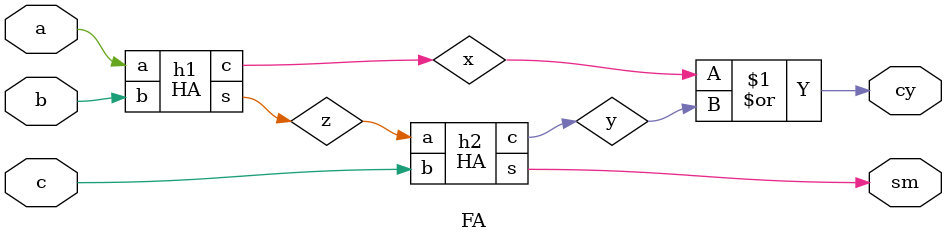
<source format=v>

module main(x,y,o);
input [63:0] x,y;
output [127:0] o;
wire ip_0_0,ip_0_1,ip_0_2,ip_0_3,ip_0_4,ip_0_5,ip_0_6,ip_0_7,ip_0_8,ip_0_9,ip_0_10,ip_0_11,ip_0_12,ip_0_13,ip_0_14,ip_0_15,ip_0_16,ip_0_17,ip_0_18,ip_0_19,ip_0_20,ip_0_21,ip_0_22,ip_0_23,ip_0_24,ip_0_25,ip_0_26,ip_0_27,ip_0_28,ip_0_29,ip_0_30,ip_0_31,ip_0_32,ip_0_33,ip_0_34,ip_0_35,ip_0_36,ip_0_37,ip_0_38,ip_0_39,ip_0_40,ip_0_41,ip_0_42,ip_0_43,ip_0_44,ip_0_45,ip_0_46,ip_0_47,ip_0_48,ip_0_49,ip_0_50,ip_0_51,ip_0_52,ip_0_53,ip_0_54,ip_0_55,ip_0_56,ip_0_57,ip_0_58,ip_0_59,ip_0_60,ip_0_61,ip_0_62,ip_0_63,ip_1_0,ip_1_1,ip_1_2,ip_1_3,ip_1_4,ip_1_5,ip_1_6,ip_1_7,ip_1_8,ip_1_9,ip_1_10,ip_1_11,ip_1_12,ip_1_13,ip_1_14,ip_1_15,ip_1_16,ip_1_17,ip_1_18,ip_1_19,ip_1_20,ip_1_21,ip_1_22,ip_1_23,ip_1_24,ip_1_25,ip_1_26,ip_1_27,ip_1_28,ip_1_29,ip_1_30,ip_1_31,ip_1_32,ip_1_33,ip_1_34,ip_1_35,ip_1_36,ip_1_37,ip_1_38,ip_1_39,ip_1_40,ip_1_41,ip_1_42,ip_1_43,ip_1_44,ip_1_45,ip_1_46,ip_1_47,ip_1_48,ip_1_49,ip_1_50,ip_1_51,ip_1_52,ip_1_53,ip_1_54,ip_1_55,ip_1_56,ip_1_57,ip_1_58,ip_1_59,ip_1_60,ip_1_61,ip_1_62,ip_1_63,ip_2_0,ip_2_1,ip_2_2,ip_2_3,ip_2_4,ip_2_5,ip_2_6,ip_2_7,ip_2_8,ip_2_9,ip_2_10,ip_2_11,ip_2_12,ip_2_13,ip_2_14,ip_2_15,ip_2_16,ip_2_17,ip_2_18,ip_2_19,ip_2_20,ip_2_21,ip_2_22,ip_2_23,ip_2_24,ip_2_25,ip_2_26,ip_2_27,ip_2_28,ip_2_29,ip_2_30,ip_2_31,ip_2_32,ip_2_33,ip_2_34,ip_2_35,ip_2_36,ip_2_37,ip_2_38,ip_2_39,ip_2_40,ip_2_41,ip_2_42,ip_2_43,ip_2_44,ip_2_45,ip_2_46,ip_2_47,ip_2_48,ip_2_49,ip_2_50,ip_2_51,ip_2_52,ip_2_53,ip_2_54,ip_2_55,ip_2_56,ip_2_57,ip_2_58,ip_2_59,ip_2_60,ip_2_61,ip_2_62,ip_2_63,ip_3_0,ip_3_1,ip_3_2,ip_3_3,ip_3_4,ip_3_5,ip_3_6,ip_3_7,ip_3_8,ip_3_9,ip_3_10,ip_3_11,ip_3_12,ip_3_13,ip_3_14,ip_3_15,ip_3_16,ip_3_17,ip_3_18,ip_3_19,ip_3_20,ip_3_21,ip_3_22,ip_3_23,ip_3_24,ip_3_25,ip_3_26,ip_3_27,ip_3_28,ip_3_29,ip_3_30,ip_3_31,ip_3_32,ip_3_33,ip_3_34,ip_3_35,ip_3_36,ip_3_37,ip_3_38,ip_3_39,ip_3_40,ip_3_41,ip_3_42,ip_3_43,ip_3_44,ip_3_45,ip_3_46,ip_3_47,ip_3_48,ip_3_49,ip_3_50,ip_3_51,ip_3_52,ip_3_53,ip_3_54,ip_3_55,ip_3_56,ip_3_57,ip_3_58,ip_3_59,ip_3_60,ip_3_61,ip_3_62,ip_3_63,ip_4_0,ip_4_1,ip_4_2,ip_4_3,ip_4_4,ip_4_5,ip_4_6,ip_4_7,ip_4_8,ip_4_9,ip_4_10,ip_4_11,ip_4_12,ip_4_13,ip_4_14,ip_4_15,ip_4_16,ip_4_17,ip_4_18,ip_4_19,ip_4_20,ip_4_21,ip_4_22,ip_4_23,ip_4_24,ip_4_25,ip_4_26,ip_4_27,ip_4_28,ip_4_29,ip_4_30,ip_4_31,ip_4_32,ip_4_33,ip_4_34,ip_4_35,ip_4_36,ip_4_37,ip_4_38,ip_4_39,ip_4_40,ip_4_41,ip_4_42,ip_4_43,ip_4_44,ip_4_45,ip_4_46,ip_4_47,ip_4_48,ip_4_49,ip_4_50,ip_4_51,ip_4_52,ip_4_53,ip_4_54,ip_4_55,ip_4_56,ip_4_57,ip_4_58,ip_4_59,ip_4_60,ip_4_61,ip_4_62,ip_4_63,ip_5_0,ip_5_1,ip_5_2,ip_5_3,ip_5_4,ip_5_5,ip_5_6,ip_5_7,ip_5_8,ip_5_9,ip_5_10,ip_5_11,ip_5_12,ip_5_13,ip_5_14,ip_5_15,ip_5_16,ip_5_17,ip_5_18,ip_5_19,ip_5_20,ip_5_21,ip_5_22,ip_5_23,ip_5_24,ip_5_25,ip_5_26,ip_5_27,ip_5_28,ip_5_29,ip_5_30,ip_5_31,ip_5_32,ip_5_33,ip_5_34,ip_5_35,ip_5_36,ip_5_37,ip_5_38,ip_5_39,ip_5_40,ip_5_41,ip_5_42,ip_5_43,ip_5_44,ip_5_45,ip_5_46,ip_5_47,ip_5_48,ip_5_49,ip_5_50,ip_5_51,ip_5_52,ip_5_53,ip_5_54,ip_5_55,ip_5_56,ip_5_57,ip_5_58,ip_5_59,ip_5_60,ip_5_61,ip_5_62,ip_5_63,ip_6_0,ip_6_1,ip_6_2,ip_6_3,ip_6_4,ip_6_5,ip_6_6,ip_6_7,ip_6_8,ip_6_9,ip_6_10,ip_6_11,ip_6_12,ip_6_13,ip_6_14,ip_6_15,ip_6_16,ip_6_17,ip_6_18,ip_6_19,ip_6_20,ip_6_21,ip_6_22,ip_6_23,ip_6_24,ip_6_25,ip_6_26,ip_6_27,ip_6_28,ip_6_29,ip_6_30,ip_6_31,ip_6_32,ip_6_33,ip_6_34,ip_6_35,ip_6_36,ip_6_37,ip_6_38,ip_6_39,ip_6_40,ip_6_41,ip_6_42,ip_6_43,ip_6_44,ip_6_45,ip_6_46,ip_6_47,ip_6_48,ip_6_49,ip_6_50,ip_6_51,ip_6_52,ip_6_53,ip_6_54,ip_6_55,ip_6_56,ip_6_57,ip_6_58,ip_6_59,ip_6_60,ip_6_61,ip_6_62,ip_6_63,ip_7_0,ip_7_1,ip_7_2,ip_7_3,ip_7_4,ip_7_5,ip_7_6,ip_7_7,ip_7_8,ip_7_9,ip_7_10,ip_7_11,ip_7_12,ip_7_13,ip_7_14,ip_7_15,ip_7_16,ip_7_17,ip_7_18,ip_7_19,ip_7_20,ip_7_21,ip_7_22,ip_7_23,ip_7_24,ip_7_25,ip_7_26,ip_7_27,ip_7_28,ip_7_29,ip_7_30,ip_7_31,ip_7_32,ip_7_33,ip_7_34,ip_7_35,ip_7_36,ip_7_37,ip_7_38,ip_7_39,ip_7_40,ip_7_41,ip_7_42,ip_7_43,ip_7_44,ip_7_45,ip_7_46,ip_7_47,ip_7_48,ip_7_49,ip_7_50,ip_7_51,ip_7_52,ip_7_53,ip_7_54,ip_7_55,ip_7_56,ip_7_57,ip_7_58,ip_7_59,ip_7_60,ip_7_61,ip_7_62,ip_7_63,ip_8_0,ip_8_1,ip_8_2,ip_8_3,ip_8_4,ip_8_5,ip_8_6,ip_8_7,ip_8_8,ip_8_9,ip_8_10,ip_8_11,ip_8_12,ip_8_13,ip_8_14,ip_8_15,ip_8_16,ip_8_17,ip_8_18,ip_8_19,ip_8_20,ip_8_21,ip_8_22,ip_8_23,ip_8_24,ip_8_25,ip_8_26,ip_8_27,ip_8_28,ip_8_29,ip_8_30,ip_8_31,ip_8_32,ip_8_33,ip_8_34,ip_8_35,ip_8_36,ip_8_37,ip_8_38,ip_8_39,ip_8_40,ip_8_41,ip_8_42,ip_8_43,ip_8_44,ip_8_45,ip_8_46,ip_8_47,ip_8_48,ip_8_49,ip_8_50,ip_8_51,ip_8_52,ip_8_53,ip_8_54,ip_8_55,ip_8_56,ip_8_57,ip_8_58,ip_8_59,ip_8_60,ip_8_61,ip_8_62,ip_8_63,ip_9_0,ip_9_1,ip_9_2,ip_9_3,ip_9_4,ip_9_5,ip_9_6,ip_9_7,ip_9_8,ip_9_9,ip_9_10,ip_9_11,ip_9_12,ip_9_13,ip_9_14,ip_9_15,ip_9_16,ip_9_17,ip_9_18,ip_9_19,ip_9_20,ip_9_21,ip_9_22,ip_9_23,ip_9_24,ip_9_25,ip_9_26,ip_9_27,ip_9_28,ip_9_29,ip_9_30,ip_9_31,ip_9_32,ip_9_33,ip_9_34,ip_9_35,ip_9_36,ip_9_37,ip_9_38,ip_9_39,ip_9_40,ip_9_41,ip_9_42,ip_9_43,ip_9_44,ip_9_45,ip_9_46,ip_9_47,ip_9_48,ip_9_49,ip_9_50,ip_9_51,ip_9_52,ip_9_53,ip_9_54,ip_9_55,ip_9_56,ip_9_57,ip_9_58,ip_9_59,ip_9_60,ip_9_61,ip_9_62,ip_9_63,ip_10_0,ip_10_1,ip_10_2,ip_10_3,ip_10_4,ip_10_5,ip_10_6,ip_10_7,ip_10_8,ip_10_9,ip_10_10,ip_10_11,ip_10_12,ip_10_13,ip_10_14,ip_10_15,ip_10_16,ip_10_17,ip_10_18,ip_10_19,ip_10_20,ip_10_21,ip_10_22,ip_10_23,ip_10_24,ip_10_25,ip_10_26,ip_10_27,ip_10_28,ip_10_29,ip_10_30,ip_10_31,ip_10_32,ip_10_33,ip_10_34,ip_10_35,ip_10_36,ip_10_37,ip_10_38,ip_10_39,ip_10_40,ip_10_41,ip_10_42,ip_10_43,ip_10_44,ip_10_45,ip_10_46,ip_10_47,ip_10_48,ip_10_49,ip_10_50,ip_10_51,ip_10_52,ip_10_53,ip_10_54,ip_10_55,ip_10_56,ip_10_57,ip_10_58,ip_10_59,ip_10_60,ip_10_61,ip_10_62,ip_10_63,ip_11_0,ip_11_1,ip_11_2,ip_11_3,ip_11_4,ip_11_5,ip_11_6,ip_11_7,ip_11_8,ip_11_9,ip_11_10,ip_11_11,ip_11_12,ip_11_13,ip_11_14,ip_11_15,ip_11_16,ip_11_17,ip_11_18,ip_11_19,ip_11_20,ip_11_21,ip_11_22,ip_11_23,ip_11_24,ip_11_25,ip_11_26,ip_11_27,ip_11_28,ip_11_29,ip_11_30,ip_11_31,ip_11_32,ip_11_33,ip_11_34,ip_11_35,ip_11_36,ip_11_37,ip_11_38,ip_11_39,ip_11_40,ip_11_41,ip_11_42,ip_11_43,ip_11_44,ip_11_45,ip_11_46,ip_11_47,ip_11_48,ip_11_49,ip_11_50,ip_11_51,ip_11_52,ip_11_53,ip_11_54,ip_11_55,ip_11_56,ip_11_57,ip_11_58,ip_11_59,ip_11_60,ip_11_61,ip_11_62,ip_11_63,ip_12_0,ip_12_1,ip_12_2,ip_12_3,ip_12_4,ip_12_5,ip_12_6,ip_12_7,ip_12_8,ip_12_9,ip_12_10,ip_12_11,ip_12_12,ip_12_13,ip_12_14,ip_12_15,ip_12_16,ip_12_17,ip_12_18,ip_12_19,ip_12_20,ip_12_21,ip_12_22,ip_12_23,ip_12_24,ip_12_25,ip_12_26,ip_12_27,ip_12_28,ip_12_29,ip_12_30,ip_12_31,ip_12_32,ip_12_33,ip_12_34,ip_12_35,ip_12_36,ip_12_37,ip_12_38,ip_12_39,ip_12_40,ip_12_41,ip_12_42,ip_12_43,ip_12_44,ip_12_45,ip_12_46,ip_12_47,ip_12_48,ip_12_49,ip_12_50,ip_12_51,ip_12_52,ip_12_53,ip_12_54,ip_12_55,ip_12_56,ip_12_57,ip_12_58,ip_12_59,ip_12_60,ip_12_61,ip_12_62,ip_12_63,ip_13_0,ip_13_1,ip_13_2,ip_13_3,ip_13_4,ip_13_5,ip_13_6,ip_13_7,ip_13_8,ip_13_9,ip_13_10,ip_13_11,ip_13_12,ip_13_13,ip_13_14,ip_13_15,ip_13_16,ip_13_17,ip_13_18,ip_13_19,ip_13_20,ip_13_21,ip_13_22,ip_13_23,ip_13_24,ip_13_25,ip_13_26,ip_13_27,ip_13_28,ip_13_29,ip_13_30,ip_13_31,ip_13_32,ip_13_33,ip_13_34,ip_13_35,ip_13_36,ip_13_37,ip_13_38,ip_13_39,ip_13_40,ip_13_41,ip_13_42,ip_13_43,ip_13_44,ip_13_45,ip_13_46,ip_13_47,ip_13_48,ip_13_49,ip_13_50,ip_13_51,ip_13_52,ip_13_53,ip_13_54,ip_13_55,ip_13_56,ip_13_57,ip_13_58,ip_13_59,ip_13_60,ip_13_61,ip_13_62,ip_13_63,ip_14_0,ip_14_1,ip_14_2,ip_14_3,ip_14_4,ip_14_5,ip_14_6,ip_14_7,ip_14_8,ip_14_9,ip_14_10,ip_14_11,ip_14_12,ip_14_13,ip_14_14,ip_14_15,ip_14_16,ip_14_17,ip_14_18,ip_14_19,ip_14_20,ip_14_21,ip_14_22,ip_14_23,ip_14_24,ip_14_25,ip_14_26,ip_14_27,ip_14_28,ip_14_29,ip_14_30,ip_14_31,ip_14_32,ip_14_33,ip_14_34,ip_14_35,ip_14_36,ip_14_37,ip_14_38,ip_14_39,ip_14_40,ip_14_41,ip_14_42,ip_14_43,ip_14_44,ip_14_45,ip_14_46,ip_14_47,ip_14_48,ip_14_49,ip_14_50,ip_14_51,ip_14_52,ip_14_53,ip_14_54,ip_14_55,ip_14_56,ip_14_57,ip_14_58,ip_14_59,ip_14_60,ip_14_61,ip_14_62,ip_14_63,ip_15_0,ip_15_1,ip_15_2,ip_15_3,ip_15_4,ip_15_5,ip_15_6,ip_15_7,ip_15_8,ip_15_9,ip_15_10,ip_15_11,ip_15_12,ip_15_13,ip_15_14,ip_15_15,ip_15_16,ip_15_17,ip_15_18,ip_15_19,ip_15_20,ip_15_21,ip_15_22,ip_15_23,ip_15_24,ip_15_25,ip_15_26,ip_15_27,ip_15_28,ip_15_29,ip_15_30,ip_15_31,ip_15_32,ip_15_33,ip_15_34,ip_15_35,ip_15_36,ip_15_37,ip_15_38,ip_15_39,ip_15_40,ip_15_41,ip_15_42,ip_15_43,ip_15_44,ip_15_45,ip_15_46,ip_15_47,ip_15_48,ip_15_49,ip_15_50,ip_15_51,ip_15_52,ip_15_53,ip_15_54,ip_15_55,ip_15_56,ip_15_57,ip_15_58,ip_15_59,ip_15_60,ip_15_61,ip_15_62,ip_15_63,ip_16_0,ip_16_1,ip_16_2,ip_16_3,ip_16_4,ip_16_5,ip_16_6,ip_16_7,ip_16_8,ip_16_9,ip_16_10,ip_16_11,ip_16_12,ip_16_13,ip_16_14,ip_16_15,ip_16_16,ip_16_17,ip_16_18,ip_16_19,ip_16_20,ip_16_21,ip_16_22,ip_16_23,ip_16_24,ip_16_25,ip_16_26,ip_16_27,ip_16_28,ip_16_29,ip_16_30,ip_16_31,ip_16_32,ip_16_33,ip_16_34,ip_16_35,ip_16_36,ip_16_37,ip_16_38,ip_16_39,ip_16_40,ip_16_41,ip_16_42,ip_16_43,ip_16_44,ip_16_45,ip_16_46,ip_16_47,ip_16_48,ip_16_49,ip_16_50,ip_16_51,ip_16_52,ip_16_53,ip_16_54,ip_16_55,ip_16_56,ip_16_57,ip_16_58,ip_16_59,ip_16_60,ip_16_61,ip_16_62,ip_16_63,ip_17_0,ip_17_1,ip_17_2,ip_17_3,ip_17_4,ip_17_5,ip_17_6,ip_17_7,ip_17_8,ip_17_9,ip_17_10,ip_17_11,ip_17_12,ip_17_13,ip_17_14,ip_17_15,ip_17_16,ip_17_17,ip_17_18,ip_17_19,ip_17_20,ip_17_21,ip_17_22,ip_17_23,ip_17_24,ip_17_25,ip_17_26,ip_17_27,ip_17_28,ip_17_29,ip_17_30,ip_17_31,ip_17_32,ip_17_33,ip_17_34,ip_17_35,ip_17_36,ip_17_37,ip_17_38,ip_17_39,ip_17_40,ip_17_41,ip_17_42,ip_17_43,ip_17_44,ip_17_45,ip_17_46,ip_17_47,ip_17_48,ip_17_49,ip_17_50,ip_17_51,ip_17_52,ip_17_53,ip_17_54,ip_17_55,ip_17_56,ip_17_57,ip_17_58,ip_17_59,ip_17_60,ip_17_61,ip_17_62,ip_17_63,ip_18_0,ip_18_1,ip_18_2,ip_18_3,ip_18_4,ip_18_5,ip_18_6,ip_18_7,ip_18_8,ip_18_9,ip_18_10,ip_18_11,ip_18_12,ip_18_13,ip_18_14,ip_18_15,ip_18_16,ip_18_17,ip_18_18,ip_18_19,ip_18_20,ip_18_21,ip_18_22,ip_18_23,ip_18_24,ip_18_25,ip_18_26,ip_18_27,ip_18_28,ip_18_29,ip_18_30,ip_18_31,ip_18_32,ip_18_33,ip_18_34,ip_18_35,ip_18_36,ip_18_37,ip_18_38,ip_18_39,ip_18_40,ip_18_41,ip_18_42,ip_18_43,ip_18_44,ip_18_45,ip_18_46,ip_18_47,ip_18_48,ip_18_49,ip_18_50,ip_18_51,ip_18_52,ip_18_53,ip_18_54,ip_18_55,ip_18_56,ip_18_57,ip_18_58,ip_18_59,ip_18_60,ip_18_61,ip_18_62,ip_18_63,ip_19_0,ip_19_1,ip_19_2,ip_19_3,ip_19_4,ip_19_5,ip_19_6,ip_19_7,ip_19_8,ip_19_9,ip_19_10,ip_19_11,ip_19_12,ip_19_13,ip_19_14,ip_19_15,ip_19_16,ip_19_17,ip_19_18,ip_19_19,ip_19_20,ip_19_21,ip_19_22,ip_19_23,ip_19_24,ip_19_25,ip_19_26,ip_19_27,ip_19_28,ip_19_29,ip_19_30,ip_19_31,ip_19_32,ip_19_33,ip_19_34,ip_19_35,ip_19_36,ip_19_37,ip_19_38,ip_19_39,ip_19_40,ip_19_41,ip_19_42,ip_19_43,ip_19_44,ip_19_45,ip_19_46,ip_19_47,ip_19_48,ip_19_49,ip_19_50,ip_19_51,ip_19_52,ip_19_53,ip_19_54,ip_19_55,ip_19_56,ip_19_57,ip_19_58,ip_19_59,ip_19_60,ip_19_61,ip_19_62,ip_19_63,ip_20_0,ip_20_1,ip_20_2,ip_20_3,ip_20_4,ip_20_5,ip_20_6,ip_20_7,ip_20_8,ip_20_9,ip_20_10,ip_20_11,ip_20_12,ip_20_13,ip_20_14,ip_20_15,ip_20_16,ip_20_17,ip_20_18,ip_20_19,ip_20_20,ip_20_21,ip_20_22,ip_20_23,ip_20_24,ip_20_25,ip_20_26,ip_20_27,ip_20_28,ip_20_29,ip_20_30,ip_20_31,ip_20_32,ip_20_33,ip_20_34,ip_20_35,ip_20_36,ip_20_37,ip_20_38,ip_20_39,ip_20_40,ip_20_41,ip_20_42,ip_20_43,ip_20_44,ip_20_45,ip_20_46,ip_20_47,ip_20_48,ip_20_49,ip_20_50,ip_20_51,ip_20_52,ip_20_53,ip_20_54,ip_20_55,ip_20_56,ip_20_57,ip_20_58,ip_20_59,ip_20_60,ip_20_61,ip_20_62,ip_20_63,ip_21_0,ip_21_1,ip_21_2,ip_21_3,ip_21_4,ip_21_5,ip_21_6,ip_21_7,ip_21_8,ip_21_9,ip_21_10,ip_21_11,ip_21_12,ip_21_13,ip_21_14,ip_21_15,ip_21_16,ip_21_17,ip_21_18,ip_21_19,ip_21_20,ip_21_21,ip_21_22,ip_21_23,ip_21_24,ip_21_25,ip_21_26,ip_21_27,ip_21_28,ip_21_29,ip_21_30,ip_21_31,ip_21_32,ip_21_33,ip_21_34,ip_21_35,ip_21_36,ip_21_37,ip_21_38,ip_21_39,ip_21_40,ip_21_41,ip_21_42,ip_21_43,ip_21_44,ip_21_45,ip_21_46,ip_21_47,ip_21_48,ip_21_49,ip_21_50,ip_21_51,ip_21_52,ip_21_53,ip_21_54,ip_21_55,ip_21_56,ip_21_57,ip_21_58,ip_21_59,ip_21_60,ip_21_61,ip_21_62,ip_21_63,ip_22_0,ip_22_1,ip_22_2,ip_22_3,ip_22_4,ip_22_5,ip_22_6,ip_22_7,ip_22_8,ip_22_9,ip_22_10,ip_22_11,ip_22_12,ip_22_13,ip_22_14,ip_22_15,ip_22_16,ip_22_17,ip_22_18,ip_22_19,ip_22_20,ip_22_21,ip_22_22,ip_22_23,ip_22_24,ip_22_25,ip_22_26,ip_22_27,ip_22_28,ip_22_29,ip_22_30,ip_22_31,ip_22_32,ip_22_33,ip_22_34,ip_22_35,ip_22_36,ip_22_37,ip_22_38,ip_22_39,ip_22_40,ip_22_41,ip_22_42,ip_22_43,ip_22_44,ip_22_45,ip_22_46,ip_22_47,ip_22_48,ip_22_49,ip_22_50,ip_22_51,ip_22_52,ip_22_53,ip_22_54,ip_22_55,ip_22_56,ip_22_57,ip_22_58,ip_22_59,ip_22_60,ip_22_61,ip_22_62,ip_22_63,ip_23_0,ip_23_1,ip_23_2,ip_23_3,ip_23_4,ip_23_5,ip_23_6,ip_23_7,ip_23_8,ip_23_9,ip_23_10,ip_23_11,ip_23_12,ip_23_13,ip_23_14,ip_23_15,ip_23_16,ip_23_17,ip_23_18,ip_23_19,ip_23_20,ip_23_21,ip_23_22,ip_23_23,ip_23_24,ip_23_25,ip_23_26,ip_23_27,ip_23_28,ip_23_29,ip_23_30,ip_23_31,ip_23_32,ip_23_33,ip_23_34,ip_23_35,ip_23_36,ip_23_37,ip_23_38,ip_23_39,ip_23_40,ip_23_41,ip_23_42,ip_23_43,ip_23_44,ip_23_45,ip_23_46,ip_23_47,ip_23_48,ip_23_49,ip_23_50,ip_23_51,ip_23_52,ip_23_53,ip_23_54,ip_23_55,ip_23_56,ip_23_57,ip_23_58,ip_23_59,ip_23_60,ip_23_61,ip_23_62,ip_23_63,ip_24_0,ip_24_1,ip_24_2,ip_24_3,ip_24_4,ip_24_5,ip_24_6,ip_24_7,ip_24_8,ip_24_9,ip_24_10,ip_24_11,ip_24_12,ip_24_13,ip_24_14,ip_24_15,ip_24_16,ip_24_17,ip_24_18,ip_24_19,ip_24_20,ip_24_21,ip_24_22,ip_24_23,ip_24_24,ip_24_25,ip_24_26,ip_24_27,ip_24_28,ip_24_29,ip_24_30,ip_24_31,ip_24_32,ip_24_33,ip_24_34,ip_24_35,ip_24_36,ip_24_37,ip_24_38,ip_24_39,ip_24_40,ip_24_41,ip_24_42,ip_24_43,ip_24_44,ip_24_45,ip_24_46,ip_24_47,ip_24_48,ip_24_49,ip_24_50,ip_24_51,ip_24_52,ip_24_53,ip_24_54,ip_24_55,ip_24_56,ip_24_57,ip_24_58,ip_24_59,ip_24_60,ip_24_61,ip_24_62,ip_24_63,ip_25_0,ip_25_1,ip_25_2,ip_25_3,ip_25_4,ip_25_5,ip_25_6,ip_25_7,ip_25_8,ip_25_9,ip_25_10,ip_25_11,ip_25_12,ip_25_13,ip_25_14,ip_25_15,ip_25_16,ip_25_17,ip_25_18,ip_25_19,ip_25_20,ip_25_21,ip_25_22,ip_25_23,ip_25_24,ip_25_25,ip_25_26,ip_25_27,ip_25_28,ip_25_29,ip_25_30,ip_25_31,ip_25_32,ip_25_33,ip_25_34,ip_25_35,ip_25_36,ip_25_37,ip_25_38,ip_25_39,ip_25_40,ip_25_41,ip_25_42,ip_25_43,ip_25_44,ip_25_45,ip_25_46,ip_25_47,ip_25_48,ip_25_49,ip_25_50,ip_25_51,ip_25_52,ip_25_53,ip_25_54,ip_25_55,ip_25_56,ip_25_57,ip_25_58,ip_25_59,ip_25_60,ip_25_61,ip_25_62,ip_25_63,ip_26_0,ip_26_1,ip_26_2,ip_26_3,ip_26_4,ip_26_5,ip_26_6,ip_26_7,ip_26_8,ip_26_9,ip_26_10,ip_26_11,ip_26_12,ip_26_13,ip_26_14,ip_26_15,ip_26_16,ip_26_17,ip_26_18,ip_26_19,ip_26_20,ip_26_21,ip_26_22,ip_26_23,ip_26_24,ip_26_25,ip_26_26,ip_26_27,ip_26_28,ip_26_29,ip_26_30,ip_26_31,ip_26_32,ip_26_33,ip_26_34,ip_26_35,ip_26_36,ip_26_37,ip_26_38,ip_26_39,ip_26_40,ip_26_41,ip_26_42,ip_26_43,ip_26_44,ip_26_45,ip_26_46,ip_26_47,ip_26_48,ip_26_49,ip_26_50,ip_26_51,ip_26_52,ip_26_53,ip_26_54,ip_26_55,ip_26_56,ip_26_57,ip_26_58,ip_26_59,ip_26_60,ip_26_61,ip_26_62,ip_26_63,ip_27_0,ip_27_1,ip_27_2,ip_27_3,ip_27_4,ip_27_5,ip_27_6,ip_27_7,ip_27_8,ip_27_9,ip_27_10,ip_27_11,ip_27_12,ip_27_13,ip_27_14,ip_27_15,ip_27_16,ip_27_17,ip_27_18,ip_27_19,ip_27_20,ip_27_21,ip_27_22,ip_27_23,ip_27_24,ip_27_25,ip_27_26,ip_27_27,ip_27_28,ip_27_29,ip_27_30,ip_27_31,ip_27_32,ip_27_33,ip_27_34,ip_27_35,ip_27_36,ip_27_37,ip_27_38,ip_27_39,ip_27_40,ip_27_41,ip_27_42,ip_27_43,ip_27_44,ip_27_45,ip_27_46,ip_27_47,ip_27_48,ip_27_49,ip_27_50,ip_27_51,ip_27_52,ip_27_53,ip_27_54,ip_27_55,ip_27_56,ip_27_57,ip_27_58,ip_27_59,ip_27_60,ip_27_61,ip_27_62,ip_27_63,ip_28_0,ip_28_1,ip_28_2,ip_28_3,ip_28_4,ip_28_5,ip_28_6,ip_28_7,ip_28_8,ip_28_9,ip_28_10,ip_28_11,ip_28_12,ip_28_13,ip_28_14,ip_28_15,ip_28_16,ip_28_17,ip_28_18,ip_28_19,ip_28_20,ip_28_21,ip_28_22,ip_28_23,ip_28_24,ip_28_25,ip_28_26,ip_28_27,ip_28_28,ip_28_29,ip_28_30,ip_28_31,ip_28_32,ip_28_33,ip_28_34,ip_28_35,ip_28_36,ip_28_37,ip_28_38,ip_28_39,ip_28_40,ip_28_41,ip_28_42,ip_28_43,ip_28_44,ip_28_45,ip_28_46,ip_28_47,ip_28_48,ip_28_49,ip_28_50,ip_28_51,ip_28_52,ip_28_53,ip_28_54,ip_28_55,ip_28_56,ip_28_57,ip_28_58,ip_28_59,ip_28_60,ip_28_61,ip_28_62,ip_28_63,ip_29_0,ip_29_1,ip_29_2,ip_29_3,ip_29_4,ip_29_5,ip_29_6,ip_29_7,ip_29_8,ip_29_9,ip_29_10,ip_29_11,ip_29_12,ip_29_13,ip_29_14,ip_29_15,ip_29_16,ip_29_17,ip_29_18,ip_29_19,ip_29_20,ip_29_21,ip_29_22,ip_29_23,ip_29_24,ip_29_25,ip_29_26,ip_29_27,ip_29_28,ip_29_29,ip_29_30,ip_29_31,ip_29_32,ip_29_33,ip_29_34,ip_29_35,ip_29_36,ip_29_37,ip_29_38,ip_29_39,ip_29_40,ip_29_41,ip_29_42,ip_29_43,ip_29_44,ip_29_45,ip_29_46,ip_29_47,ip_29_48,ip_29_49,ip_29_50,ip_29_51,ip_29_52,ip_29_53,ip_29_54,ip_29_55,ip_29_56,ip_29_57,ip_29_58,ip_29_59,ip_29_60,ip_29_61,ip_29_62,ip_29_63,ip_30_0,ip_30_1,ip_30_2,ip_30_3,ip_30_4,ip_30_5,ip_30_6,ip_30_7,ip_30_8,ip_30_9,ip_30_10,ip_30_11,ip_30_12,ip_30_13,ip_30_14,ip_30_15,ip_30_16,ip_30_17,ip_30_18,ip_30_19,ip_30_20,ip_30_21,ip_30_22,ip_30_23,ip_30_24,ip_30_25,ip_30_26,ip_30_27,ip_30_28,ip_30_29,ip_30_30,ip_30_31,ip_30_32,ip_30_33,ip_30_34,ip_30_35,ip_30_36,ip_30_37,ip_30_38,ip_30_39,ip_30_40,ip_30_41,ip_30_42,ip_30_43,ip_30_44,ip_30_45,ip_30_46,ip_30_47,ip_30_48,ip_30_49,ip_30_50,ip_30_51,ip_30_52,ip_30_53,ip_30_54,ip_30_55,ip_30_56,ip_30_57,ip_30_58,ip_30_59,ip_30_60,ip_30_61,ip_30_62,ip_30_63,ip_31_0,ip_31_1,ip_31_2,ip_31_3,ip_31_4,ip_31_5,ip_31_6,ip_31_7,ip_31_8,ip_31_9,ip_31_10,ip_31_11,ip_31_12,ip_31_13,ip_31_14,ip_31_15,ip_31_16,ip_31_17,ip_31_18,ip_31_19,ip_31_20,ip_31_21,ip_31_22,ip_31_23,ip_31_24,ip_31_25,ip_31_26,ip_31_27,ip_31_28,ip_31_29,ip_31_30,ip_31_31,ip_31_32,ip_31_33,ip_31_34,ip_31_35,ip_31_36,ip_31_37,ip_31_38,ip_31_39,ip_31_40,ip_31_41,ip_31_42,ip_31_43,ip_31_44,ip_31_45,ip_31_46,ip_31_47,ip_31_48,ip_31_49,ip_31_50,ip_31_51,ip_31_52,ip_31_53,ip_31_54,ip_31_55,ip_31_56,ip_31_57,ip_31_58,ip_31_59,ip_31_60,ip_31_61,ip_31_62,ip_31_63,ip_32_0,ip_32_1,ip_32_2,ip_32_3,ip_32_4,ip_32_5,ip_32_6,ip_32_7,ip_32_8,ip_32_9,ip_32_10,ip_32_11,ip_32_12,ip_32_13,ip_32_14,ip_32_15,ip_32_16,ip_32_17,ip_32_18,ip_32_19,ip_32_20,ip_32_21,ip_32_22,ip_32_23,ip_32_24,ip_32_25,ip_32_26,ip_32_27,ip_32_28,ip_32_29,ip_32_30,ip_32_31,ip_32_32,ip_32_33,ip_32_34,ip_32_35,ip_32_36,ip_32_37,ip_32_38,ip_32_39,ip_32_40,ip_32_41,ip_32_42,ip_32_43,ip_32_44,ip_32_45,ip_32_46,ip_32_47,ip_32_48,ip_32_49,ip_32_50,ip_32_51,ip_32_52,ip_32_53,ip_32_54,ip_32_55,ip_32_56,ip_32_57,ip_32_58,ip_32_59,ip_32_60,ip_32_61,ip_32_62,ip_32_63,ip_33_0,ip_33_1,ip_33_2,ip_33_3,ip_33_4,ip_33_5,ip_33_6,ip_33_7,ip_33_8,ip_33_9,ip_33_10,ip_33_11,ip_33_12,ip_33_13,ip_33_14,ip_33_15,ip_33_16,ip_33_17,ip_33_18,ip_33_19,ip_33_20,ip_33_21,ip_33_22,ip_33_23,ip_33_24,ip_33_25,ip_33_26,ip_33_27,ip_33_28,ip_33_29,ip_33_30,ip_33_31,ip_33_32,ip_33_33,ip_33_34,ip_33_35,ip_33_36,ip_33_37,ip_33_38,ip_33_39,ip_33_40,ip_33_41,ip_33_42,ip_33_43,ip_33_44,ip_33_45,ip_33_46,ip_33_47,ip_33_48,ip_33_49,ip_33_50,ip_33_51,ip_33_52,ip_33_53,ip_33_54,ip_33_55,ip_33_56,ip_33_57,ip_33_58,ip_33_59,ip_33_60,ip_33_61,ip_33_62,ip_33_63,ip_34_0,ip_34_1,ip_34_2,ip_34_3,ip_34_4,ip_34_5,ip_34_6,ip_34_7,ip_34_8,ip_34_9,ip_34_10,ip_34_11,ip_34_12,ip_34_13,ip_34_14,ip_34_15,ip_34_16,ip_34_17,ip_34_18,ip_34_19,ip_34_20,ip_34_21,ip_34_22,ip_34_23,ip_34_24,ip_34_25,ip_34_26,ip_34_27,ip_34_28,ip_34_29,ip_34_30,ip_34_31,ip_34_32,ip_34_33,ip_34_34,ip_34_35,ip_34_36,ip_34_37,ip_34_38,ip_34_39,ip_34_40,ip_34_41,ip_34_42,ip_34_43,ip_34_44,ip_34_45,ip_34_46,ip_34_47,ip_34_48,ip_34_49,ip_34_50,ip_34_51,ip_34_52,ip_34_53,ip_34_54,ip_34_55,ip_34_56,ip_34_57,ip_34_58,ip_34_59,ip_34_60,ip_34_61,ip_34_62,ip_34_63,ip_35_0,ip_35_1,ip_35_2,ip_35_3,ip_35_4,ip_35_5,ip_35_6,ip_35_7,ip_35_8,ip_35_9,ip_35_10,ip_35_11,ip_35_12,ip_35_13,ip_35_14,ip_35_15,ip_35_16,ip_35_17,ip_35_18,ip_35_19,ip_35_20,ip_35_21,ip_35_22,ip_35_23,ip_35_24,ip_35_25,ip_35_26,ip_35_27,ip_35_28,ip_35_29,ip_35_30,ip_35_31,ip_35_32,ip_35_33,ip_35_34,ip_35_35,ip_35_36,ip_35_37,ip_35_38,ip_35_39,ip_35_40,ip_35_41,ip_35_42,ip_35_43,ip_35_44,ip_35_45,ip_35_46,ip_35_47,ip_35_48,ip_35_49,ip_35_50,ip_35_51,ip_35_52,ip_35_53,ip_35_54,ip_35_55,ip_35_56,ip_35_57,ip_35_58,ip_35_59,ip_35_60,ip_35_61,ip_35_62,ip_35_63,ip_36_0,ip_36_1,ip_36_2,ip_36_3,ip_36_4,ip_36_5,ip_36_6,ip_36_7,ip_36_8,ip_36_9,ip_36_10,ip_36_11,ip_36_12,ip_36_13,ip_36_14,ip_36_15,ip_36_16,ip_36_17,ip_36_18,ip_36_19,ip_36_20,ip_36_21,ip_36_22,ip_36_23,ip_36_24,ip_36_25,ip_36_26,ip_36_27,ip_36_28,ip_36_29,ip_36_30,ip_36_31,ip_36_32,ip_36_33,ip_36_34,ip_36_35,ip_36_36,ip_36_37,ip_36_38,ip_36_39,ip_36_40,ip_36_41,ip_36_42,ip_36_43,ip_36_44,ip_36_45,ip_36_46,ip_36_47,ip_36_48,ip_36_49,ip_36_50,ip_36_51,ip_36_52,ip_36_53,ip_36_54,ip_36_55,ip_36_56,ip_36_57,ip_36_58,ip_36_59,ip_36_60,ip_36_61,ip_36_62,ip_36_63,ip_37_0,ip_37_1,ip_37_2,ip_37_3,ip_37_4,ip_37_5,ip_37_6,ip_37_7,ip_37_8,ip_37_9,ip_37_10,ip_37_11,ip_37_12,ip_37_13,ip_37_14,ip_37_15,ip_37_16,ip_37_17,ip_37_18,ip_37_19,ip_37_20,ip_37_21,ip_37_22,ip_37_23,ip_37_24,ip_37_25,ip_37_26,ip_37_27,ip_37_28,ip_37_29,ip_37_30,ip_37_31,ip_37_32,ip_37_33,ip_37_34,ip_37_35,ip_37_36,ip_37_37,ip_37_38,ip_37_39,ip_37_40,ip_37_41,ip_37_42,ip_37_43,ip_37_44,ip_37_45,ip_37_46,ip_37_47,ip_37_48,ip_37_49,ip_37_50,ip_37_51,ip_37_52,ip_37_53,ip_37_54,ip_37_55,ip_37_56,ip_37_57,ip_37_58,ip_37_59,ip_37_60,ip_37_61,ip_37_62,ip_37_63,ip_38_0,ip_38_1,ip_38_2,ip_38_3,ip_38_4,ip_38_5,ip_38_6,ip_38_7,ip_38_8,ip_38_9,ip_38_10,ip_38_11,ip_38_12,ip_38_13,ip_38_14,ip_38_15,ip_38_16,ip_38_17,ip_38_18,ip_38_19,ip_38_20,ip_38_21,ip_38_22,ip_38_23,ip_38_24,ip_38_25,ip_38_26,ip_38_27,ip_38_28,ip_38_29,ip_38_30,ip_38_31,ip_38_32,ip_38_33,ip_38_34,ip_38_35,ip_38_36,ip_38_37,ip_38_38,ip_38_39,ip_38_40,ip_38_41,ip_38_42,ip_38_43,ip_38_44,ip_38_45,ip_38_46,ip_38_47,ip_38_48,ip_38_49,ip_38_50,ip_38_51,ip_38_52,ip_38_53,ip_38_54,ip_38_55,ip_38_56,ip_38_57,ip_38_58,ip_38_59,ip_38_60,ip_38_61,ip_38_62,ip_38_63,ip_39_0,ip_39_1,ip_39_2,ip_39_3,ip_39_4,ip_39_5,ip_39_6,ip_39_7,ip_39_8,ip_39_9,ip_39_10,ip_39_11,ip_39_12,ip_39_13,ip_39_14,ip_39_15,ip_39_16,ip_39_17,ip_39_18,ip_39_19,ip_39_20,ip_39_21,ip_39_22,ip_39_23,ip_39_24,ip_39_25,ip_39_26,ip_39_27,ip_39_28,ip_39_29,ip_39_30,ip_39_31,ip_39_32,ip_39_33,ip_39_34,ip_39_35,ip_39_36,ip_39_37,ip_39_38,ip_39_39,ip_39_40,ip_39_41,ip_39_42,ip_39_43,ip_39_44,ip_39_45,ip_39_46,ip_39_47,ip_39_48,ip_39_49,ip_39_50,ip_39_51,ip_39_52,ip_39_53,ip_39_54,ip_39_55,ip_39_56,ip_39_57,ip_39_58,ip_39_59,ip_39_60,ip_39_61,ip_39_62,ip_39_63,ip_40_0,ip_40_1,ip_40_2,ip_40_3,ip_40_4,ip_40_5,ip_40_6,ip_40_7,ip_40_8,ip_40_9,ip_40_10,ip_40_11,ip_40_12,ip_40_13,ip_40_14,ip_40_15,ip_40_16,ip_40_17,ip_40_18,ip_40_19,ip_40_20,ip_40_21,ip_40_22,ip_40_23,ip_40_24,ip_40_25,ip_40_26,ip_40_27,ip_40_28,ip_40_29,ip_40_30,ip_40_31,ip_40_32,ip_40_33,ip_40_34,ip_40_35,ip_40_36,ip_40_37,ip_40_38,ip_40_39,ip_40_40,ip_40_41,ip_40_42,ip_40_43,ip_40_44,ip_40_45,ip_40_46,ip_40_47,ip_40_48,ip_40_49,ip_40_50,ip_40_51,ip_40_52,ip_40_53,ip_40_54,ip_40_55,ip_40_56,ip_40_57,ip_40_58,ip_40_59,ip_40_60,ip_40_61,ip_40_62,ip_40_63,ip_41_0,ip_41_1,ip_41_2,ip_41_3,ip_41_4,ip_41_5,ip_41_6,ip_41_7,ip_41_8,ip_41_9,ip_41_10,ip_41_11,ip_41_12,ip_41_13,ip_41_14,ip_41_15,ip_41_16,ip_41_17,ip_41_18,ip_41_19,ip_41_20,ip_41_21,ip_41_22,ip_41_23,ip_41_24,ip_41_25,ip_41_26,ip_41_27,ip_41_28,ip_41_29,ip_41_30,ip_41_31,ip_41_32,ip_41_33,ip_41_34,ip_41_35,ip_41_36,ip_41_37,ip_41_38,ip_41_39,ip_41_40,ip_41_41,ip_41_42,ip_41_43,ip_41_44,ip_41_45,ip_41_46,ip_41_47,ip_41_48,ip_41_49,ip_41_50,ip_41_51,ip_41_52,ip_41_53,ip_41_54,ip_41_55,ip_41_56,ip_41_57,ip_41_58,ip_41_59,ip_41_60,ip_41_61,ip_41_62,ip_41_63,ip_42_0,ip_42_1,ip_42_2,ip_42_3,ip_42_4,ip_42_5,ip_42_6,ip_42_7,ip_42_8,ip_42_9,ip_42_10,ip_42_11,ip_42_12,ip_42_13,ip_42_14,ip_42_15,ip_42_16,ip_42_17,ip_42_18,ip_42_19,ip_42_20,ip_42_21,ip_42_22,ip_42_23,ip_42_24,ip_42_25,ip_42_26,ip_42_27,ip_42_28,ip_42_29,ip_42_30,ip_42_31,ip_42_32,ip_42_33,ip_42_34,ip_42_35,ip_42_36,ip_42_37,ip_42_38,ip_42_39,ip_42_40,ip_42_41,ip_42_42,ip_42_43,ip_42_44,ip_42_45,ip_42_46,ip_42_47,ip_42_48,ip_42_49,ip_42_50,ip_42_51,ip_42_52,ip_42_53,ip_42_54,ip_42_55,ip_42_56,ip_42_57,ip_42_58,ip_42_59,ip_42_60,ip_42_61,ip_42_62,ip_42_63,ip_43_0,ip_43_1,ip_43_2,ip_43_3,ip_43_4,ip_43_5,ip_43_6,ip_43_7,ip_43_8,ip_43_9,ip_43_10,ip_43_11,ip_43_12,ip_43_13,ip_43_14,ip_43_15,ip_43_16,ip_43_17,ip_43_18,ip_43_19,ip_43_20,ip_43_21,ip_43_22,ip_43_23,ip_43_24,ip_43_25,ip_43_26,ip_43_27,ip_43_28,ip_43_29,ip_43_30,ip_43_31,ip_43_32,ip_43_33,ip_43_34,ip_43_35,ip_43_36,ip_43_37,ip_43_38,ip_43_39,ip_43_40,ip_43_41,ip_43_42,ip_43_43,ip_43_44,ip_43_45,ip_43_46,ip_43_47,ip_43_48,ip_43_49,ip_43_50,ip_43_51,ip_43_52,ip_43_53,ip_43_54,ip_43_55,ip_43_56,ip_43_57,ip_43_58,ip_43_59,ip_43_60,ip_43_61,ip_43_62,ip_43_63,ip_44_0,ip_44_1,ip_44_2,ip_44_3,ip_44_4,ip_44_5,ip_44_6,ip_44_7,ip_44_8,ip_44_9,ip_44_10,ip_44_11,ip_44_12,ip_44_13,ip_44_14,ip_44_15,ip_44_16,ip_44_17,ip_44_18,ip_44_19,ip_44_20,ip_44_21,ip_44_22,ip_44_23,ip_44_24,ip_44_25,ip_44_26,ip_44_27,ip_44_28,ip_44_29,ip_44_30,ip_44_31,ip_44_32,ip_44_33,ip_44_34,ip_44_35,ip_44_36,ip_44_37,ip_44_38,ip_44_39,ip_44_40,ip_44_41,ip_44_42,ip_44_43,ip_44_44,ip_44_45,ip_44_46,ip_44_47,ip_44_48,ip_44_49,ip_44_50,ip_44_51,ip_44_52,ip_44_53,ip_44_54,ip_44_55,ip_44_56,ip_44_57,ip_44_58,ip_44_59,ip_44_60,ip_44_61,ip_44_62,ip_44_63,ip_45_0,ip_45_1,ip_45_2,ip_45_3,ip_45_4,ip_45_5,ip_45_6,ip_45_7,ip_45_8,ip_45_9,ip_45_10,ip_45_11,ip_45_12,ip_45_13,ip_45_14,ip_45_15,ip_45_16,ip_45_17,ip_45_18,ip_45_19,ip_45_20,ip_45_21,ip_45_22,ip_45_23,ip_45_24,ip_45_25,ip_45_26,ip_45_27,ip_45_28,ip_45_29,ip_45_30,ip_45_31,ip_45_32,ip_45_33,ip_45_34,ip_45_35,ip_45_36,ip_45_37,ip_45_38,ip_45_39,ip_45_40,ip_45_41,ip_45_42,ip_45_43,ip_45_44,ip_45_45,ip_45_46,ip_45_47,ip_45_48,ip_45_49,ip_45_50,ip_45_51,ip_45_52,ip_45_53,ip_45_54,ip_45_55,ip_45_56,ip_45_57,ip_45_58,ip_45_59,ip_45_60,ip_45_61,ip_45_62,ip_45_63,ip_46_0,ip_46_1,ip_46_2,ip_46_3,ip_46_4,ip_46_5,ip_46_6,ip_46_7,ip_46_8,ip_46_9,ip_46_10,ip_46_11,ip_46_12,ip_46_13,ip_46_14,ip_46_15,ip_46_16,ip_46_17,ip_46_18,ip_46_19,ip_46_20,ip_46_21,ip_46_22,ip_46_23,ip_46_24,ip_46_25,ip_46_26,ip_46_27,ip_46_28,ip_46_29,ip_46_30,ip_46_31,ip_46_32,ip_46_33,ip_46_34,ip_46_35,ip_46_36,ip_46_37,ip_46_38,ip_46_39,ip_46_40,ip_46_41,ip_46_42,ip_46_43,ip_46_44,ip_46_45,ip_46_46,ip_46_47,ip_46_48,ip_46_49,ip_46_50,ip_46_51,ip_46_52,ip_46_53,ip_46_54,ip_46_55,ip_46_56,ip_46_57,ip_46_58,ip_46_59,ip_46_60,ip_46_61,ip_46_62,ip_46_63,ip_47_0,ip_47_1,ip_47_2,ip_47_3,ip_47_4,ip_47_5,ip_47_6,ip_47_7,ip_47_8,ip_47_9,ip_47_10,ip_47_11,ip_47_12,ip_47_13,ip_47_14,ip_47_15,ip_47_16,ip_47_17,ip_47_18,ip_47_19,ip_47_20,ip_47_21,ip_47_22,ip_47_23,ip_47_24,ip_47_25,ip_47_26,ip_47_27,ip_47_28,ip_47_29,ip_47_30,ip_47_31,ip_47_32,ip_47_33,ip_47_34,ip_47_35,ip_47_36,ip_47_37,ip_47_38,ip_47_39,ip_47_40,ip_47_41,ip_47_42,ip_47_43,ip_47_44,ip_47_45,ip_47_46,ip_47_47,ip_47_48,ip_47_49,ip_47_50,ip_47_51,ip_47_52,ip_47_53,ip_47_54,ip_47_55,ip_47_56,ip_47_57,ip_47_58,ip_47_59,ip_47_60,ip_47_61,ip_47_62,ip_47_63,ip_48_0,ip_48_1,ip_48_2,ip_48_3,ip_48_4,ip_48_5,ip_48_6,ip_48_7,ip_48_8,ip_48_9,ip_48_10,ip_48_11,ip_48_12,ip_48_13,ip_48_14,ip_48_15,ip_48_16,ip_48_17,ip_48_18,ip_48_19,ip_48_20,ip_48_21,ip_48_22,ip_48_23,ip_48_24,ip_48_25,ip_48_26,ip_48_27,ip_48_28,ip_48_29,ip_48_30,ip_48_31,ip_48_32,ip_48_33,ip_48_34,ip_48_35,ip_48_36,ip_48_37,ip_48_38,ip_48_39,ip_48_40,ip_48_41,ip_48_42,ip_48_43,ip_48_44,ip_48_45,ip_48_46,ip_48_47,ip_48_48,ip_48_49,ip_48_50,ip_48_51,ip_48_52,ip_48_53,ip_48_54,ip_48_55,ip_48_56,ip_48_57,ip_48_58,ip_48_59,ip_48_60,ip_48_61,ip_48_62,ip_48_63,ip_49_0,ip_49_1,ip_49_2,ip_49_3,ip_49_4,ip_49_5,ip_49_6,ip_49_7,ip_49_8,ip_49_9,ip_49_10,ip_49_11,ip_49_12,ip_49_13,ip_49_14,ip_49_15,ip_49_16,ip_49_17,ip_49_18,ip_49_19,ip_49_20,ip_49_21,ip_49_22,ip_49_23,ip_49_24,ip_49_25,ip_49_26,ip_49_27,ip_49_28,ip_49_29,ip_49_30,ip_49_31,ip_49_32,ip_49_33,ip_49_34,ip_49_35,ip_49_36,ip_49_37,ip_49_38,ip_49_39,ip_49_40,ip_49_41,ip_49_42,ip_49_43,ip_49_44,ip_49_45,ip_49_46,ip_49_47,ip_49_48,ip_49_49,ip_49_50,ip_49_51,ip_49_52,ip_49_53,ip_49_54,ip_49_55,ip_49_56,ip_49_57,ip_49_58,ip_49_59,ip_49_60,ip_49_61,ip_49_62,ip_49_63,ip_50_0,ip_50_1,ip_50_2,ip_50_3,ip_50_4,ip_50_5,ip_50_6,ip_50_7,ip_50_8,ip_50_9,ip_50_10,ip_50_11,ip_50_12,ip_50_13,ip_50_14,ip_50_15,ip_50_16,ip_50_17,ip_50_18,ip_50_19,ip_50_20,ip_50_21,ip_50_22,ip_50_23,ip_50_24,ip_50_25,ip_50_26,ip_50_27,ip_50_28,ip_50_29,ip_50_30,ip_50_31,ip_50_32,ip_50_33,ip_50_34,ip_50_35,ip_50_36,ip_50_37,ip_50_38,ip_50_39,ip_50_40,ip_50_41,ip_50_42,ip_50_43,ip_50_44,ip_50_45,ip_50_46,ip_50_47,ip_50_48,ip_50_49,ip_50_50,ip_50_51,ip_50_52,ip_50_53,ip_50_54,ip_50_55,ip_50_56,ip_50_57,ip_50_58,ip_50_59,ip_50_60,ip_50_61,ip_50_62,ip_50_63,ip_51_0,ip_51_1,ip_51_2,ip_51_3,ip_51_4,ip_51_5,ip_51_6,ip_51_7,ip_51_8,ip_51_9,ip_51_10,ip_51_11,ip_51_12,ip_51_13,ip_51_14,ip_51_15,ip_51_16,ip_51_17,ip_51_18,ip_51_19,ip_51_20,ip_51_21,ip_51_22,ip_51_23,ip_51_24,ip_51_25,ip_51_26,ip_51_27,ip_51_28,ip_51_29,ip_51_30,ip_51_31,ip_51_32,ip_51_33,ip_51_34,ip_51_35,ip_51_36,ip_51_37,ip_51_38,ip_51_39,ip_51_40,ip_51_41,ip_51_42,ip_51_43,ip_51_44,ip_51_45,ip_51_46,ip_51_47,ip_51_48,ip_51_49,ip_51_50,ip_51_51,ip_51_52,ip_51_53,ip_51_54,ip_51_55,ip_51_56,ip_51_57,ip_51_58,ip_51_59,ip_51_60,ip_51_61,ip_51_62,ip_51_63,ip_52_0,ip_52_1,ip_52_2,ip_52_3,ip_52_4,ip_52_5,ip_52_6,ip_52_7,ip_52_8,ip_52_9,ip_52_10,ip_52_11,ip_52_12,ip_52_13,ip_52_14,ip_52_15,ip_52_16,ip_52_17,ip_52_18,ip_52_19,ip_52_20,ip_52_21,ip_52_22,ip_52_23,ip_52_24,ip_52_25,ip_52_26,ip_52_27,ip_52_28,ip_52_29,ip_52_30,ip_52_31,ip_52_32,ip_52_33,ip_52_34,ip_52_35,ip_52_36,ip_52_37,ip_52_38,ip_52_39,ip_52_40,ip_52_41,ip_52_42,ip_52_43,ip_52_44,ip_52_45,ip_52_46,ip_52_47,ip_52_48,ip_52_49,ip_52_50,ip_52_51,ip_52_52,ip_52_53,ip_52_54,ip_52_55,ip_52_56,ip_52_57,ip_52_58,ip_52_59,ip_52_60,ip_52_61,ip_52_62,ip_52_63,ip_53_0,ip_53_1,ip_53_2,ip_53_3,ip_53_4,ip_53_5,ip_53_6,ip_53_7,ip_53_8,ip_53_9,ip_53_10,ip_53_11,ip_53_12,ip_53_13,ip_53_14,ip_53_15,ip_53_16,ip_53_17,ip_53_18,ip_53_19,ip_53_20,ip_53_21,ip_53_22,ip_53_23,ip_53_24,ip_53_25,ip_53_26,ip_53_27,ip_53_28,ip_53_29,ip_53_30,ip_53_31,ip_53_32,ip_53_33,ip_53_34,ip_53_35,ip_53_36,ip_53_37,ip_53_38,ip_53_39,ip_53_40,ip_53_41,ip_53_42,ip_53_43,ip_53_44,ip_53_45,ip_53_46,ip_53_47,ip_53_48,ip_53_49,ip_53_50,ip_53_51,ip_53_52,ip_53_53,ip_53_54,ip_53_55,ip_53_56,ip_53_57,ip_53_58,ip_53_59,ip_53_60,ip_53_61,ip_53_62,ip_53_63,ip_54_0,ip_54_1,ip_54_2,ip_54_3,ip_54_4,ip_54_5,ip_54_6,ip_54_7,ip_54_8,ip_54_9,ip_54_10,ip_54_11,ip_54_12,ip_54_13,ip_54_14,ip_54_15,ip_54_16,ip_54_17,ip_54_18,ip_54_19,ip_54_20,ip_54_21,ip_54_22,ip_54_23,ip_54_24,ip_54_25,ip_54_26,ip_54_27,ip_54_28,ip_54_29,ip_54_30,ip_54_31,ip_54_32,ip_54_33,ip_54_34,ip_54_35,ip_54_36,ip_54_37,ip_54_38,ip_54_39,ip_54_40,ip_54_41,ip_54_42,ip_54_43,ip_54_44,ip_54_45,ip_54_46,ip_54_47,ip_54_48,ip_54_49,ip_54_50,ip_54_51,ip_54_52,ip_54_53,ip_54_54,ip_54_55,ip_54_56,ip_54_57,ip_54_58,ip_54_59,ip_54_60,ip_54_61,ip_54_62,ip_54_63,ip_55_0,ip_55_1,ip_55_2,ip_55_3,ip_55_4,ip_55_5,ip_55_6,ip_55_7,ip_55_8,ip_55_9,ip_55_10,ip_55_11,ip_55_12,ip_55_13,ip_55_14,ip_55_15,ip_55_16,ip_55_17,ip_55_18,ip_55_19,ip_55_20,ip_55_21,ip_55_22,ip_55_23,ip_55_24,ip_55_25,ip_55_26,ip_55_27,ip_55_28,ip_55_29,ip_55_30,ip_55_31,ip_55_32,ip_55_33,ip_55_34,ip_55_35,ip_55_36,ip_55_37,ip_55_38,ip_55_39,ip_55_40,ip_55_41,ip_55_42,ip_55_43,ip_55_44,ip_55_45,ip_55_46,ip_55_47,ip_55_48,ip_55_49,ip_55_50,ip_55_51,ip_55_52,ip_55_53,ip_55_54,ip_55_55,ip_55_56,ip_55_57,ip_55_58,ip_55_59,ip_55_60,ip_55_61,ip_55_62,ip_55_63,ip_56_0,ip_56_1,ip_56_2,ip_56_3,ip_56_4,ip_56_5,ip_56_6,ip_56_7,ip_56_8,ip_56_9,ip_56_10,ip_56_11,ip_56_12,ip_56_13,ip_56_14,ip_56_15,ip_56_16,ip_56_17,ip_56_18,ip_56_19,ip_56_20,ip_56_21,ip_56_22,ip_56_23,ip_56_24,ip_56_25,ip_56_26,ip_56_27,ip_56_28,ip_56_29,ip_56_30,ip_56_31,ip_56_32,ip_56_33,ip_56_34,ip_56_35,ip_56_36,ip_56_37,ip_56_38,ip_56_39,ip_56_40,ip_56_41,ip_56_42,ip_56_43,ip_56_44,ip_56_45,ip_56_46,ip_56_47,ip_56_48,ip_56_49,ip_56_50,ip_56_51,ip_56_52,ip_56_53,ip_56_54,ip_56_55,ip_56_56,ip_56_57,ip_56_58,ip_56_59,ip_56_60,ip_56_61,ip_56_62,ip_56_63,ip_57_0,ip_57_1,ip_57_2,ip_57_3,ip_57_4,ip_57_5,ip_57_6,ip_57_7,ip_57_8,ip_57_9,ip_57_10,ip_57_11,ip_57_12,ip_57_13,ip_57_14,ip_57_15,ip_57_16,ip_57_17,ip_57_18,ip_57_19,ip_57_20,ip_57_21,ip_57_22,ip_57_23,ip_57_24,ip_57_25,ip_57_26,ip_57_27,ip_57_28,ip_57_29,ip_57_30,ip_57_31,ip_57_32,ip_57_33,ip_57_34,ip_57_35,ip_57_36,ip_57_37,ip_57_38,ip_57_39,ip_57_40,ip_57_41,ip_57_42,ip_57_43,ip_57_44,ip_57_45,ip_57_46,ip_57_47,ip_57_48,ip_57_49,ip_57_50,ip_57_51,ip_57_52,ip_57_53,ip_57_54,ip_57_55,ip_57_56,ip_57_57,ip_57_58,ip_57_59,ip_57_60,ip_57_61,ip_57_62,ip_57_63,ip_58_0,ip_58_1,ip_58_2,ip_58_3,ip_58_4,ip_58_5,ip_58_6,ip_58_7,ip_58_8,ip_58_9,ip_58_10,ip_58_11,ip_58_12,ip_58_13,ip_58_14,ip_58_15,ip_58_16,ip_58_17,ip_58_18,ip_58_19,ip_58_20,ip_58_21,ip_58_22,ip_58_23,ip_58_24,ip_58_25,ip_58_26,ip_58_27,ip_58_28,ip_58_29,ip_58_30,ip_58_31,ip_58_32,ip_58_33,ip_58_34,ip_58_35,ip_58_36,ip_58_37,ip_58_38,ip_58_39,ip_58_40,ip_58_41,ip_58_42,ip_58_43,ip_58_44,ip_58_45,ip_58_46,ip_58_47,ip_58_48,ip_58_49,ip_58_50,ip_58_51,ip_58_52,ip_58_53,ip_58_54,ip_58_55,ip_58_56,ip_58_57,ip_58_58,ip_58_59,ip_58_60,ip_58_61,ip_58_62,ip_58_63,ip_59_0,ip_59_1,ip_59_2,ip_59_3,ip_59_4,ip_59_5,ip_59_6,ip_59_7,ip_59_8,ip_59_9,ip_59_10,ip_59_11,ip_59_12,ip_59_13,ip_59_14,ip_59_15,ip_59_16,ip_59_17,ip_59_18,ip_59_19,ip_59_20,ip_59_21,ip_59_22,ip_59_23,ip_59_24,ip_59_25,ip_59_26,ip_59_27,ip_59_28,ip_59_29,ip_59_30,ip_59_31,ip_59_32,ip_59_33,ip_59_34,ip_59_35,ip_59_36,ip_59_37,ip_59_38,ip_59_39,ip_59_40,ip_59_41,ip_59_42,ip_59_43,ip_59_44,ip_59_45,ip_59_46,ip_59_47,ip_59_48,ip_59_49,ip_59_50,ip_59_51,ip_59_52,ip_59_53,ip_59_54,ip_59_55,ip_59_56,ip_59_57,ip_59_58,ip_59_59,ip_59_60,ip_59_61,ip_59_62,ip_59_63,ip_60_0,ip_60_1,ip_60_2,ip_60_3,ip_60_4,ip_60_5,ip_60_6,ip_60_7,ip_60_8,ip_60_9,ip_60_10,ip_60_11,ip_60_12,ip_60_13,ip_60_14,ip_60_15,ip_60_16,ip_60_17,ip_60_18,ip_60_19,ip_60_20,ip_60_21,ip_60_22,ip_60_23,ip_60_24,ip_60_25,ip_60_26,ip_60_27,ip_60_28,ip_60_29,ip_60_30,ip_60_31,ip_60_32,ip_60_33,ip_60_34,ip_60_35,ip_60_36,ip_60_37,ip_60_38,ip_60_39,ip_60_40,ip_60_41,ip_60_42,ip_60_43,ip_60_44,ip_60_45,ip_60_46,ip_60_47,ip_60_48,ip_60_49,ip_60_50,ip_60_51,ip_60_52,ip_60_53,ip_60_54,ip_60_55,ip_60_56,ip_60_57,ip_60_58,ip_60_59,ip_60_60,ip_60_61,ip_60_62,ip_60_63,ip_61_0,ip_61_1,ip_61_2,ip_61_3,ip_61_4,ip_61_5,ip_61_6,ip_61_7,ip_61_8,ip_61_9,ip_61_10,ip_61_11,ip_61_12,ip_61_13,ip_61_14,ip_61_15,ip_61_16,ip_61_17,ip_61_18,ip_61_19,ip_61_20,ip_61_21,ip_61_22,ip_61_23,ip_61_24,ip_61_25,ip_61_26,ip_61_27,ip_61_28,ip_61_29,ip_61_30,ip_61_31,ip_61_32,ip_61_33,ip_61_34,ip_61_35,ip_61_36,ip_61_37,ip_61_38,ip_61_39,ip_61_40,ip_61_41,ip_61_42,ip_61_43,ip_61_44,ip_61_45,ip_61_46,ip_61_47,ip_61_48,ip_61_49,ip_61_50,ip_61_51,ip_61_52,ip_61_53,ip_61_54,ip_61_55,ip_61_56,ip_61_57,ip_61_58,ip_61_59,ip_61_60,ip_61_61,ip_61_62,ip_61_63,ip_62_0,ip_62_1,ip_62_2,ip_62_3,ip_62_4,ip_62_5,ip_62_6,ip_62_7,ip_62_8,ip_62_9,ip_62_10,ip_62_11,ip_62_12,ip_62_13,ip_62_14,ip_62_15,ip_62_16,ip_62_17,ip_62_18,ip_62_19,ip_62_20,ip_62_21,ip_62_22,ip_62_23,ip_62_24,ip_62_25,ip_62_26,ip_62_27,ip_62_28,ip_62_29,ip_62_30,ip_62_31,ip_62_32,ip_62_33,ip_62_34,ip_62_35,ip_62_36,ip_62_37,ip_62_38,ip_62_39,ip_62_40,ip_62_41,ip_62_42,ip_62_43,ip_62_44,ip_62_45,ip_62_46,ip_62_47,ip_62_48,ip_62_49,ip_62_50,ip_62_51,ip_62_52,ip_62_53,ip_62_54,ip_62_55,ip_62_56,ip_62_57,ip_62_58,ip_62_59,ip_62_60,ip_62_61,ip_62_62,ip_62_63,ip_63_0,ip_63_1,ip_63_2,ip_63_3,ip_63_4,ip_63_5,ip_63_6,ip_63_7,ip_63_8,ip_63_9,ip_63_10,ip_63_11,ip_63_12,ip_63_13,ip_63_14,ip_63_15,ip_63_16,ip_63_17,ip_63_18,ip_63_19,ip_63_20,ip_63_21,ip_63_22,ip_63_23,ip_63_24,ip_63_25,ip_63_26,ip_63_27,ip_63_28,ip_63_29,ip_63_30,ip_63_31,ip_63_32,ip_63_33,ip_63_34,ip_63_35,ip_63_36,ip_63_37,ip_63_38,ip_63_39,ip_63_40,ip_63_41,ip_63_42,ip_63_43,ip_63_44,ip_63_45,ip_63_46,ip_63_47,ip_63_48,ip_63_49,ip_63_50,ip_63_51,ip_63_52,ip_63_53,ip_63_54,ip_63_55,ip_63_56,ip_63_57,ip_63_58,ip_63_59,ip_63_60,ip_63_61,ip_63_62,ip_63_63;
wire p0,p1,p2,p3,p4,p5,p6,p7,p8,p9,p10,p11,p12,p13,p14,p15,p16,p17,p18,p19,p20,p21,p22,p23,p24,p25,p26,p27,p28,p29,p30,p31,p32,p33,p34,p35,p36,p37,p38,p39,p40,p41,p42,p43,p44,p45,p46,p47,p48,p49,p50,p51,p52,p53,p54,p55,p56,p57,p58,p59,p60,p61,p62,p63,p64,p65,p66,p67,p68,p69,p70,p71,p72,p73,p74,p75,p76,p77,p78,p79,p80,p81,p82,p83,p84,p85,p86,p87,p88,p89,p90,p91,p92,p93,p94,p95,p96,p97,p98,p99,p100,p101,p102,p103,p104,p105,p106,p107,p108,p109,p110,p111,p112,p113,p114,p115,p116,p117,p118,p119,p120,p121,p122,p123,p124,p125,p126,p127,p128,p129,p130,p131,p132,p133,p134,p135,p136,p137,p138,p139,p140,p141,p142,p143,p144,p145,p146,p147,p148,p149,p150,p151,p152,p153,p154,p155,p156,p157,p158,p159,p160,p161,p162,p163,p164,p165,p166,p167,p168,p169,p170,p171,p172,p173,p174,p175,p176,p177,p178,p179,p180,p181,p182,p183,p184,p185,p186,p187,p188,p189,p190,p191,p192,p193,p194,p195,p196,p197,p198,p199,p200,p201,p202,p203,p204,p205,p206,p207,p208,p209,p210,p211,p212,p213,p214,p215,p216,p217,p218,p219,p220,p221,p222,p223,p224,p225,p226,p227,p228,p229,p230,p231,p232,p233,p234,p235,p236,p237,p238,p239,p240,p241,p242,p243,p244,p245,p246,p247,p248,p249,p250,p251,p252,p253,p254,p255,p256,p257,p258,p259,p260,p261,p262,p263,p264,p265,p266,p267,p268,p269,p270,p271,p272,p273,p274,p275,p276,p277,p278,p279,p280,p281,p282,p283,p284,p285,p286,p287,p288,p289,p290,p291,p292,p293,p294,p295,p296,p297,p298,p299,p300,p301,p302,p303,p304,p305,p306,p307,p308,p309,p310,p311,p312,p313,p314,p315,p316,p317,p318,p319,p320,p321,p322,p323,p324,p325,p326,p327,p328,p329,p330,p331,p332,p333,p334,p335,p336,p337,p338,p339,p340,p341,p342,p343,p344,p345,p346,p347,p348,p349,p350,p351,p352,p353,p354,p355,p356,p357,p358,p359,p360,p361,p362,p363,p364,p365,p366,p367,p368,p369,p370,p371,p372,p373,p374,p375,p376,p377,p378,p379,p380,p381,p382,p383,p384,p385,p386,p387,p388,p389,p390,p391,p392,p393,p394,p395,p396,p397,p398,p399,p400,p401,p402,p403,p404,p405,p406,p407,p408,p409,p410,p411,p412,p413,p414,p415,p416,p417,p418,p419,p420,p421,p422,p423,p424,p425,p426,p427,p428,p429,p430,p431,p432,p433,p434,p435,p436,p437,p438,p439,p440,p441,p442,p443,p444,p445,p446,p447,p448,p449,p450,p451,p452,p453,p454,p455,p456,p457,p458,p459,p460,p461,p462,p463,p464,p465,p466,p467,p468,p469,p470,p471,p472,p473,p474,p475,p476,p477,p478,p479,p480,p481,p482,p483,p484,p485,p486,p487,p488,p489,p490,p491,p492,p493,p494,p495,p496,p497,p498,p499,p500,p501,p502,p503,p504,p505,p506,p507,p508,p509,p510,p511,p512,p513,p514,p515,p516,p517,p518,p519,p520,p521,p522,p523,p524,p525,p526,p527,p528,p529,p530,p531,p532,p533,p534,p535,p536,p537,p538,p539,p540,p541,p542,p543,p544,p545,p546,p547,p548,p549,p550,p551,p552,p553,p554,p555,p556,p557,p558,p559,p560,p561,p562,p563,p564,p565,p566,p567,p568,p569,p570,p571,p572,p573,p574,p575,p576,p577,p578,p579,p580,p581,p582,p583,p584,p585,p586,p587,p588,p589,p590,p591,p592,p593,p594,p595,p596,p597,p598,p599,p600,p601,p602,p603,p604,p605,p606,p607,p608,p609,p610,p611,p612,p613,p614,p615,p616,p617,p618,p619,p620,p621,p622,p623,p624,p625,p626,p627,p628,p629,p630,p631,p632,p633,p634,p635,p636,p637,p638,p639,p640,p641,p642,p643,p644,p645,p646,p647,p648,p649,p650,p651,p652,p653,p654,p655,p656,p657,p658,p659,p660,p661,p662,p663,p664,p665,p666,p667,p668,p669,p670,p671,p672,p673,p674,p675,p676,p677,p678,p679,p680,p681,p682,p683,p684,p685,p686,p687,p688,p689,p690,p691,p692,p693,p694,p695,p696,p697,p698,p699,p700,p701,p702,p703,p704,p705,p706,p707,p708,p709,p710,p711,p712,p713,p714,p715,p716,p717,p718,p719,p720,p721,p722,p723,p724,p725,p726,p727,p728,p729,p730,p731,p732,p733,p734,p735,p736,p737,p738,p739,p740,p741,p742,p743,p744,p745,p746,p747,p748,p749,p750,p751,p752,p753,p754,p755,p756,p757,p758,p759,p760,p761,p762,p763,p764,p765,p766,p767,p768,p769,p770,p771,p772,p773,p774,p775,p776,p777,p778,p779,p780,p781,p782,p783,p784,p785,p786,p787,p788,p789,p790,p791,p792,p793,p794,p795,p796,p797,p798,p799,p800,p801,p802,p803,p804,p805,p806,p807,p808,p809,p810,p811,p812,p813,p814,p815,p816,p817,p818,p819,p820,p821,p822,p823,p824,p825,p826,p827,p828,p829,p830,p831,p832,p833,p834,p835,p836,p837,p838,p839,p840,p841,p842,p843,p844,p845,p846,p847,p848,p849,p850,p851,p852,p853,p854,p855,p856,p857,p858,p859,p860,p861,p862,p863,p864,p865,p866,p867,p868,p869,p870,p871,p872,p873,p874,p875,p876,p877,p878,p879,p880,p881,p882,p883,p884,p885,p886,p887,p888,p889,p890,p891,p892,p893,p894,p895,p896,p897,p898,p899,p900,p901,p902,p903,p904,p905,p906,p907,p908,p909,p910,p911,p912,p913,p914,p915,p916,p917,p918,p919,p920,p921,p922,p923,p924,p925,p926,p927,p928,p929,p930,p931,p932,p933,p934,p935,p936,p937,p938,p939,p940,p941,p942,p943,p944,p945,p946,p947,p948,p949,p950,p951,p952,p953,p954,p955,p956,p957,p958,p959,p960,p961,p962,p963,p964,p965,p966,p967,p968,p969,p970,p971,p972,p973,p974,p975,p976,p977,p978,p979,p980,p981,p982,p983,p984,p985,p986,p987,p988,p989,p990,p991,p992,p993,p994,p995,p996,p997,p998,p999,p1000,p1001,p1002,p1003,p1004,p1005,p1006,p1007,p1008,p1009,p1010,p1011,p1012,p1013,p1014,p1015,p1016,p1017,p1018,p1019,p1020,p1021,p1022,p1023,p1024,p1025,p1026,p1027,p1028,p1029,p1030,p1031,p1032,p1033,p1034,p1035,p1036,p1037,p1038,p1039,p1040,p1041,p1042,p1043,p1044,p1045,p1046,p1047,p1048,p1049,p1050,p1051,p1052,p1053,p1054,p1055,p1056,p1057,p1058,p1059,p1060,p1061,p1062,p1063,p1064,p1065,p1066,p1067,p1068,p1069,p1070,p1071,p1072,p1073,p1074,p1075,p1076,p1077,p1078,p1079,p1080,p1081,p1082,p1083,p1084,p1085,p1086,p1087,p1088,p1089,p1090,p1091,p1092,p1093,p1094,p1095,p1096,p1097,p1098,p1099,p1100,p1101,p1102,p1103,p1104,p1105,p1106,p1107,p1108,p1109,p1110,p1111,p1112,p1113,p1114,p1115,p1116,p1117,p1118,p1119,p1120,p1121,p1122,p1123,p1124,p1125,p1126,p1127,p1128,p1129,p1130,p1131,p1132,p1133,p1134,p1135,p1136,p1137,p1138,p1139,p1140,p1141,p1142,p1143,p1144,p1145,p1146,p1147,p1148,p1149,p1150,p1151,p1152,p1153,p1154,p1155,p1156,p1157,p1158,p1159,p1160,p1161,p1162,p1163,p1164,p1165,p1166,p1167,p1168,p1169,p1170,p1171,p1172,p1173,p1174,p1175,p1176,p1177,p1178,p1179,p1180,p1181,p1182,p1183,p1184,p1185,p1186,p1187,p1188,p1189,p1190,p1191,p1192,p1193,p1194,p1195,p1196,p1197,p1198,p1199,p1200,p1201,p1202,p1203,p1204,p1205,p1206,p1207,p1208,p1209,p1210,p1211,p1212,p1213,p1214,p1215,p1216,p1217,p1218,p1219,p1220,p1221,p1222,p1223,p1224,p1225,p1226,p1227,p1228,p1229,p1230,p1231,p1232,p1233,p1234,p1235,p1236,p1237,p1238,p1239,p1240,p1241,p1242,p1243,p1244,p1245,p1246,p1247,p1248,p1249,p1250,p1251,p1252,p1253,p1254,p1255,p1256,p1257,p1258,p1259,p1260,p1261,p1262,p1263,p1264,p1265,p1266,p1267,p1268,p1269,p1270,p1271,p1272,p1273,p1274,p1275,p1276,p1277,p1278,p1279,p1280,p1281,p1282,p1283,p1284,p1285,p1286,p1287,p1288,p1289,p1290,p1291,p1292,p1293,p1294,p1295,p1296,p1297,p1298,p1299,p1300,p1301,p1302,p1303,p1304,p1305,p1306,p1307,p1308,p1309,p1310,p1311,p1312,p1313,p1314,p1315,p1316,p1317,p1318,p1319,p1320,p1321,p1322,p1323,p1324,p1325,p1326,p1327,p1328,p1329,p1330,p1331,p1332,p1333,p1334,p1335,p1336,p1337,p1338,p1339,p1340,p1341,p1342,p1343,p1344,p1345,p1346,p1347,p1348,p1349,p1350,p1351,p1352,p1353,p1354,p1355,p1356,p1357,p1358,p1359,p1360,p1361,p1362,p1363,p1364,p1365,p1366,p1367,p1368,p1369,p1370,p1371,p1372,p1373,p1374,p1375,p1376,p1377,p1378,p1379,p1380,p1381,p1382,p1383,p1384,p1385,p1386,p1387,p1388,p1389,p1390,p1391,p1392,p1393,p1394,p1395,p1396,p1397,p1398,p1399,p1400,p1401,p1402,p1403,p1404,p1405,p1406,p1407,p1408,p1409,p1410,p1411,p1412,p1413,p1414,p1415,p1416,p1417,p1418,p1419,p1420,p1421,p1422,p1423,p1424,p1425,p1426,p1427,p1428,p1429,p1430,p1431,p1432,p1433,p1434,p1435,p1436,p1437,p1438,p1439,p1440,p1441,p1442,p1443,p1444,p1445,p1446,p1447,p1448,p1449,p1450,p1451,p1452,p1453,p1454,p1455,p1456,p1457,p1458,p1459,p1460,p1461,p1462,p1463,p1464,p1465,p1466,p1467,p1468,p1469,p1470,p1471,p1472,p1473,p1474,p1475,p1476,p1477,p1478,p1479,p1480,p1481,p1482,p1483,p1484,p1485,p1486,p1487,p1488,p1489,p1490,p1491,p1492,p1493,p1494,p1495,p1496,p1497,p1498,p1499,p1500,p1501,p1502,p1503,p1504,p1505,p1506,p1507,p1508,p1509,p1510,p1511,p1512,p1513,p1514,p1515,p1516,p1517,p1518,p1519,p1520,p1521,p1522,p1523,p1524,p1525,p1526,p1527,p1528,p1529,p1530,p1531,p1532,p1533,p1534,p1535,p1536,p1537,p1538,p1539,p1540,p1541,p1542,p1543,p1544,p1545,p1546,p1547,p1548,p1549,p1550,p1551,p1552,p1553,p1554,p1555,p1556,p1557,p1558,p1559,p1560,p1561,p1562,p1563,p1564,p1565,p1566,p1567,p1568,p1569,p1570,p1571,p1572,p1573,p1574,p1575,p1576,p1577,p1578,p1579,p1580,p1581,p1582,p1583,p1584,p1585,p1586,p1587,p1588,p1589,p1590,p1591,p1592,p1593,p1594,p1595,p1596,p1597,p1598,p1599,p1600,p1601,p1602,p1603,p1604,p1605,p1606,p1607,p1608,p1609,p1610,p1611,p1612,p1613,p1614,p1615,p1616,p1617,p1618,p1619,p1620,p1621,p1622,p1623,p1624,p1625,p1626,p1627,p1628,p1629,p1630,p1631,p1632,p1633,p1634,p1635,p1636,p1637,p1638,p1639,p1640,p1641,p1642,p1643,p1644,p1645,p1646,p1647,p1648,p1649,p1650,p1651,p1652,p1653,p1654,p1655,p1656,p1657,p1658,p1659,p1660,p1661,p1662,p1663,p1664,p1665,p1666,p1667,p1668,p1669,p1670,p1671,p1672,p1673,p1674,p1675,p1676,p1677,p1678,p1679,p1680,p1681,p1682,p1683,p1684,p1685,p1686,p1687,p1688,p1689,p1690,p1691,p1692,p1693,p1694,p1695,p1696,p1697,p1698,p1699,p1700,p1701,p1702,p1703,p1704,p1705,p1706,p1707,p1708,p1709,p1710,p1711,p1712,p1713,p1714,p1715,p1716,p1717,p1718,p1719,p1720,p1721,p1722,p1723,p1724,p1725,p1726,p1727,p1728,p1729,p1730,p1731,p1732,p1733,p1734,p1735,p1736,p1737,p1738,p1739,p1740,p1741,p1742,p1743,p1744,p1745,p1746,p1747,p1748,p1749,p1750,p1751,p1752,p1753,p1754,p1755,p1756,p1757,p1758,p1759,p1760,p1761,p1762,p1763,p1764,p1765,p1766,p1767,p1768,p1769,p1770,p1771,p1772,p1773,p1774,p1775,p1776,p1777,p1778,p1779,p1780,p1781,p1782,p1783,p1784,p1785,p1786,p1787,p1788,p1789,p1790,p1791,p1792,p1793,p1794,p1795,p1796,p1797,p1798,p1799,p1800,p1801,p1802,p1803,p1804,p1805,p1806,p1807,p1808,p1809,p1810,p1811,p1812,p1813,p1814,p1815,p1816,p1817,p1818,p1819,p1820,p1821,p1822,p1823,p1824,p1825,p1826,p1827,p1828,p1829,p1830,p1831,p1832,p1833,p1834,p1835,p1836,p1837,p1838,p1839,p1840,p1841,p1842,p1843,p1844,p1845,p1846,p1847,p1848,p1849,p1850,p1851,p1852,p1853,p1854,p1855,p1856,p1857,p1858,p1859,p1860,p1861,p1862,p1863,p1864,p1865,p1866,p1867,p1868,p1869,p1870,p1871,p1872,p1873,p1874,p1875,p1876,p1877,p1878,p1879,p1880,p1881,p1882,p1883,p1884,p1885,p1886,p1887,p1888,p1889,p1890,p1891,p1892,p1893,p1894,p1895,p1896,p1897,p1898,p1899,p1900,p1901,p1902,p1903,p1904,p1905,p1906,p1907,p1908,p1909,p1910,p1911,p1912,p1913,p1914,p1915,p1916,p1917,p1918,p1919,p1920,p1921,p1922,p1923,p1924,p1925,p1926,p1927,p1928,p1929,p1930,p1931,p1932,p1933,p1934,p1935,p1936,p1937,p1938,p1939,p1940,p1941,p1942,p1943,p1944,p1945,p1946,p1947,p1948,p1949,p1950,p1951,p1952,p1953,p1954,p1955,p1956,p1957,p1958,p1959,p1960,p1961,p1962,p1963,p1964,p1965,p1966,p1967,p1968,p1969,p1970,p1971,p1972,p1973,p1974,p1975,p1976,p1977,p1978,p1979,p1980,p1981,p1982,p1983,p1984,p1985,p1986,p1987,p1988,p1989,p1990,p1991,p1992,p1993,p1994,p1995,p1996,p1997,p1998,p1999,p2000,p2001,p2002,p2003,p2004,p2005,p2006,p2007,p2008,p2009,p2010,p2011,p2012,p2013,p2014,p2015,p2016,p2017,p2018,p2019,p2020,p2021,p2022,p2023,p2024,p2025,p2026,p2027,p2028,p2029,p2030,p2031,p2032,p2033,p2034,p2035,p2036,p2037,p2038,p2039,p2040,p2041,p2042,p2043,p2044,p2045,p2046,p2047,p2048,p2049,p2050,p2051,p2052,p2053,p2054,p2055,p2056,p2057,p2058,p2059,p2060,p2061,p2062,p2063,p2064,p2065,p2066,p2067,p2068,p2069,p2070,p2071,p2072,p2073,p2074,p2075,p2076,p2077,p2078,p2079,p2080,p2081,p2082,p2083,p2084,p2085,p2086,p2087,p2088,p2089,p2090,p2091,p2092,p2093,p2094,p2095,p2096,p2097,p2098,p2099,p2100,p2101,p2102,p2103,p2104,p2105,p2106,p2107,p2108,p2109,p2110,p2111,p2112,p2113,p2114,p2115,p2116,p2117,p2118,p2119,p2120,p2121,p2122,p2123,p2124,p2125,p2126,p2127,p2128,p2129,p2130,p2131,p2132,p2133,p2134,p2135,p2136,p2137,p2138,p2139,p2140,p2141,p2142,p2143,p2144,p2145,p2146,p2147,p2148,p2149,p2150,p2151,p2152,p2153,p2154,p2155,p2156,p2157,p2158,p2159,p2160,p2161,p2162,p2163,p2164,p2165,p2166,p2167,p2168,p2169,p2170,p2171,p2172,p2173,p2174,p2175,p2176,p2177,p2178,p2179,p2180,p2181,p2182,p2183,p2184,p2185,p2186,p2187,p2188,p2189,p2190,p2191,p2192,p2193,p2194,p2195,p2196,p2197,p2198,p2199,p2200,p2201,p2202,p2203,p2204,p2205,p2206,p2207,p2208,p2209,p2210,p2211,p2212,p2213,p2214,p2215,p2216,p2217,p2218,p2219,p2220,p2221,p2222,p2223,p2224,p2225,p2226,p2227,p2228,p2229,p2230,p2231,p2232,p2233,p2234,p2235,p2236,p2237,p2238,p2239,p2240,p2241,p2242,p2243,p2244,p2245,p2246,p2247,p2248,p2249,p2250,p2251,p2252,p2253,p2254,p2255,p2256,p2257,p2258,p2259,p2260,p2261,p2262,p2263,p2264,p2265,p2266,p2267,p2268,p2269,p2270,p2271,p2272,p2273,p2274,p2275,p2276,p2277,p2278,p2279,p2280,p2281,p2282,p2283,p2284,p2285,p2286,p2287,p2288,p2289,p2290,p2291,p2292,p2293,p2294,p2295,p2296,p2297,p2298,p2299,p2300,p2301,p2302,p2303,p2304,p2305,p2306,p2307,p2308,p2309,p2310,p2311,p2312,p2313,p2314,p2315,p2316,p2317,p2318,p2319,p2320,p2321,p2322,p2323,p2324,p2325,p2326,p2327,p2328,p2329,p2330,p2331,p2332,p2333,p2334,p2335,p2336,p2337,p2338,p2339,p2340,p2341,p2342,p2343,p2344,p2345,p2346,p2347,p2348,p2349,p2350,p2351,p2352,p2353,p2354,p2355,p2356,p2357,p2358,p2359,p2360,p2361,p2362,p2363,p2364,p2365,p2366,p2367,p2368,p2369,p2370,p2371,p2372,p2373,p2374,p2375,p2376,p2377,p2378,p2379,p2380,p2381,p2382,p2383,p2384,p2385,p2386,p2387,p2388,p2389,p2390,p2391,p2392,p2393,p2394,p2395,p2396,p2397,p2398,p2399,p2400,p2401,p2402,p2403,p2404,p2405,p2406,p2407,p2408,p2409,p2410,p2411,p2412,p2413,p2414,p2415,p2416,p2417,p2418,p2419,p2420,p2421,p2422,p2423,p2424,p2425,p2426,p2427,p2428,p2429,p2430,p2431,p2432,p2433,p2434,p2435,p2436,p2437,p2438,p2439,p2440,p2441,p2442,p2443,p2444,p2445,p2446,p2447,p2448,p2449,p2450,p2451,p2452,p2453,p2454,p2455,p2456,p2457,p2458,p2459,p2460,p2461,p2462,p2463,p2464,p2465,p2466,p2467,p2468,p2469,p2470,p2471,p2472,p2473,p2474,p2475,p2476,p2477,p2478,p2479,p2480,p2481,p2482,p2483,p2484,p2485,p2486,p2487,p2488,p2489,p2490,p2491,p2492,p2493,p2494,p2495,p2496,p2497,p2498,p2499,p2500,p2501,p2502,p2503,p2504,p2505,p2506,p2507,p2508,p2509,p2510,p2511,p2512,p2513,p2514,p2515,p2516,p2517,p2518,p2519,p2520,p2521,p2522,p2523,p2524,p2525,p2526,p2527,p2528,p2529,p2530,p2531,p2532,p2533,p2534,p2535,p2536,p2537,p2538,p2539,p2540,p2541,p2542,p2543,p2544,p2545,p2546,p2547,p2548,p2549,p2550,p2551,p2552,p2553,p2554,p2555,p2556,p2557,p2558,p2559,p2560,p2561,p2562,p2563,p2564,p2565,p2566,p2567,p2568,p2569,p2570,p2571,p2572,p2573,p2574,p2575,p2576,p2577,p2578,p2579,p2580,p2581,p2582,p2583,p2584,p2585,p2586,p2587,p2588,p2589,p2590,p2591,p2592,p2593,p2594,p2595,p2596,p2597,p2598,p2599,p2600,p2601,p2602,p2603,p2604,p2605,p2606,p2607,p2608,p2609,p2610,p2611,p2612,p2613,p2614,p2615,p2616,p2617,p2618,p2619,p2620,p2621,p2622,p2623,p2624,p2625,p2626,p2627,p2628,p2629,p2630,p2631,p2632,p2633,p2634,p2635,p2636,p2637,p2638,p2639,p2640,p2641,p2642,p2643,p2644,p2645,p2646,p2647,p2648,p2649,p2650,p2651,p2652,p2653,p2654,p2655,p2656,p2657,p2658,p2659,p2660,p2661,p2662,p2663,p2664,p2665,p2666,p2667,p2668,p2669,p2670,p2671,p2672,p2673,p2674,p2675,p2676,p2677,p2678,p2679,p2680,p2681,p2682,p2683,p2684,p2685,p2686,p2687,p2688,p2689,p2690,p2691,p2692,p2693,p2694,p2695,p2696,p2697,p2698,p2699,p2700,p2701,p2702,p2703,p2704,p2705,p2706,p2707,p2708,p2709,p2710,p2711,p2712,p2713,p2714,p2715,p2716,p2717,p2718,p2719,p2720,p2721,p2722,p2723,p2724,p2725,p2726,p2727,p2728,p2729,p2730,p2731,p2732,p2733,p2734,p2735,p2736,p2737,p2738,p2739,p2740,p2741,p2742,p2743,p2744,p2745,p2746,p2747,p2748,p2749,p2750,p2751,p2752,p2753,p2754,p2755,p2756,p2757,p2758,p2759,p2760,p2761,p2762,p2763,p2764,p2765,p2766,p2767,p2768,p2769,p2770,p2771,p2772,p2773,p2774,p2775,p2776,p2777,p2778,p2779,p2780,p2781,p2782,p2783,p2784,p2785,p2786,p2787,p2788,p2789,p2790,p2791,p2792,p2793,p2794,p2795,p2796,p2797,p2798,p2799,p2800,p2801,p2802,p2803,p2804,p2805,p2806,p2807,p2808,p2809,p2810,p2811,p2812,p2813,p2814,p2815,p2816,p2817,p2818,p2819,p2820,p2821,p2822,p2823,p2824,p2825,p2826,p2827,p2828,p2829,p2830,p2831,p2832,p2833,p2834,p2835,p2836,p2837,p2838,p2839,p2840,p2841,p2842,p2843,p2844,p2845,p2846,p2847,p2848,p2849,p2850,p2851,p2852,p2853,p2854,p2855,p2856,p2857,p2858,p2859,p2860,p2861,p2862,p2863,p2864,p2865,p2866,p2867,p2868,p2869,p2870,p2871,p2872,p2873,p2874,p2875,p2876,p2877,p2878,p2879,p2880,p2881,p2882,p2883,p2884,p2885,p2886,p2887,p2888,p2889,p2890,p2891,p2892,p2893,p2894,p2895,p2896,p2897,p2898,p2899,p2900,p2901,p2902,p2903,p2904,p2905,p2906,p2907,p2908,p2909,p2910,p2911,p2912,p2913,p2914,p2915,p2916,p2917,p2918,p2919,p2920,p2921,p2922,p2923,p2924,p2925,p2926,p2927,p2928,p2929,p2930,p2931,p2932,p2933,p2934,p2935,p2936,p2937,p2938,p2939,p2940,p2941,p2942,p2943,p2944,p2945,p2946,p2947,p2948,p2949,p2950,p2951,p2952,p2953,p2954,p2955,p2956,p2957,p2958,p2959,p2960,p2961,p2962,p2963,p2964,p2965,p2966,p2967,p2968,p2969,p2970,p2971,p2972,p2973,p2974,p2975,p2976,p2977,p2978,p2979,p2980,p2981,p2982,p2983,p2984,p2985,p2986,p2987,p2988,p2989,p2990,p2991,p2992,p2993,p2994,p2995,p2996,p2997,p2998,p2999,p3000,p3001,p3002,p3003,p3004,p3005,p3006,p3007,p3008,p3009,p3010,p3011,p3012,p3013,p3014,p3015,p3016,p3017,p3018,p3019,p3020,p3021,p3022,p3023,p3024,p3025,p3026,p3027,p3028,p3029,p3030,p3031,p3032,p3033,p3034,p3035,p3036,p3037,p3038,p3039,p3040,p3041,p3042,p3043,p3044,p3045,p3046,p3047,p3048,p3049,p3050,p3051,p3052,p3053,p3054,p3055,p3056,p3057,p3058,p3059,p3060,p3061,p3062,p3063,p3064,p3065,p3066,p3067,p3068,p3069,p3070,p3071,p3072,p3073,p3074,p3075,p3076,p3077,p3078,p3079,p3080,p3081,p3082,p3083,p3084,p3085,p3086,p3087,p3088,p3089,p3090,p3091,p3092,p3093,p3094,p3095,p3096,p3097,p3098,p3099,p3100,p3101,p3102,p3103,p3104,p3105,p3106,p3107,p3108,p3109,p3110,p3111,p3112,p3113,p3114,p3115,p3116,p3117,p3118,p3119,p3120,p3121,p3122,p3123,p3124,p3125,p3126,p3127,p3128,p3129,p3130,p3131,p3132,p3133,p3134,p3135,p3136,p3137,p3138,p3139,p3140,p3141,p3142,p3143,p3144,p3145,p3146,p3147,p3148,p3149,p3150,p3151,p3152,p3153,p3154,p3155,p3156,p3157,p3158,p3159,p3160,p3161,p3162,p3163,p3164,p3165,p3166,p3167,p3168,p3169,p3170,p3171,p3172,p3173,p3174,p3175,p3176,p3177,p3178,p3179,p3180,p3181,p3182,p3183,p3184,p3185,p3186,p3187,p3188,p3189,p3190,p3191,p3192,p3193,p3194,p3195,p3196,p3197,p3198,p3199,p3200,p3201,p3202,p3203,p3204,p3205,p3206,p3207,p3208,p3209,p3210,p3211,p3212,p3213,p3214,p3215,p3216,p3217,p3218,p3219,p3220,p3221,p3222,p3223,p3224,p3225,p3226,p3227,p3228,p3229,p3230,p3231,p3232,p3233,p3234,p3235,p3236,p3237,p3238,p3239,p3240,p3241,p3242,p3243,p3244,p3245,p3246,p3247,p3248,p3249,p3250,p3251,p3252,p3253,p3254,p3255,p3256,p3257,p3258,p3259,p3260,p3261,p3262,p3263,p3264,p3265,p3266,p3267,p3268,p3269,p3270,p3271,p3272,p3273,p3274,p3275,p3276,p3277,p3278,p3279,p3280,p3281,p3282,p3283,p3284,p3285,p3286,p3287,p3288,p3289,p3290,p3291,p3292,p3293,p3294,p3295,p3296,p3297,p3298,p3299,p3300,p3301,p3302,p3303,p3304,p3305,p3306,p3307,p3308,p3309,p3310,p3311,p3312,p3313,p3314,p3315,p3316,p3317,p3318,p3319,p3320,p3321,p3322,p3323,p3324,p3325,p3326,p3327,p3328,p3329,p3330,p3331,p3332,p3333,p3334,p3335,p3336,p3337,p3338,p3339,p3340,p3341,p3342,p3343,p3344,p3345,p3346,p3347,p3348,p3349,p3350,p3351,p3352,p3353,p3354,p3355,p3356,p3357,p3358,p3359,p3360,p3361,p3362,p3363,p3364,p3365,p3366,p3367,p3368,p3369,p3370,p3371,p3372,p3373,p3374,p3375,p3376,p3377,p3378,p3379,p3380,p3381,p3382,p3383,p3384,p3385,p3386,p3387,p3388,p3389,p3390,p3391,p3392,p3393,p3394,p3395,p3396,p3397,p3398,p3399,p3400,p3401,p3402,p3403,p3404,p3405,p3406,p3407,p3408,p3409,p3410,p3411,p3412,p3413,p3414,p3415,p3416,p3417,p3418,p3419,p3420,p3421,p3422,p3423,p3424,p3425,p3426,p3427,p3428,p3429,p3430,p3431,p3432,p3433,p3434,p3435,p3436,p3437,p3438,p3439,p3440,p3441,p3442,p3443,p3444,p3445,p3446,p3447,p3448,p3449,p3450,p3451,p3452,p3453,p3454,p3455,p3456,p3457,p3458,p3459,p3460,p3461,p3462,p3463,p3464,p3465,p3466,p3467,p3468,p3469,p3470,p3471,p3472,p3473,p3474,p3475,p3476,p3477,p3478,p3479,p3480,p3481,p3482,p3483,p3484,p3485,p3486,p3487,p3488,p3489,p3490,p3491,p3492,p3493,p3494,p3495,p3496,p3497,p3498,p3499,p3500,p3501,p3502,p3503,p3504,p3505,p3506,p3507,p3508,p3509,p3510,p3511,p3512,p3513,p3514,p3515,p3516,p3517,p3518,p3519,p3520,p3521,p3522,p3523,p3524,p3525,p3526,p3527,p3528,p3529,p3530,p3531,p3532,p3533,p3534,p3535,p3536,p3537,p3538,p3539,p3540,p3541,p3542,p3543,p3544,p3545,p3546,p3547,p3548,p3549,p3550,p3551,p3552,p3553,p3554,p3555,p3556,p3557,p3558,p3559,p3560,p3561,p3562,p3563,p3564,p3565,p3566,p3567,p3568,p3569,p3570,p3571,p3572,p3573,p3574,p3575,p3576,p3577,p3578,p3579,p3580,p3581,p3582,p3583,p3584,p3585,p3586,p3587,p3588,p3589,p3590,p3591,p3592,p3593,p3594,p3595,p3596,p3597,p3598,p3599,p3600,p3601,p3602,p3603,p3604,p3605,p3606,p3607,p3608,p3609,p3610,p3611,p3612,p3613,p3614,p3615,p3616,p3617,p3618,p3619,p3620,p3621,p3622,p3623,p3624,p3625,p3626,p3627,p3628,p3629,p3630,p3631,p3632,p3633,p3634,p3635,p3636,p3637,p3638,p3639,p3640,p3641,p3642,p3643,p3644,p3645,p3646,p3647,p3648,p3649,p3650,p3651,p3652,p3653,p3654,p3655,p3656,p3657,p3658,p3659,p3660,p3661,p3662,p3663,p3664,p3665,p3666,p3667,p3668,p3669,p3670,p3671,p3672,p3673,p3674,p3675,p3676,p3677,p3678,p3679,p3680,p3681,p3682,p3683,p3684,p3685,p3686,p3687,p3688,p3689,p3690,p3691,p3692,p3693,p3694,p3695,p3696,p3697,p3698,p3699,p3700,p3701,p3702,p3703,p3704,p3705,p3706,p3707,p3708,p3709,p3710,p3711,p3712,p3713,p3714,p3715,p3716,p3717,p3718,p3719,p3720,p3721,p3722,p3723,p3724,p3725,p3726,p3727,p3728,p3729,p3730,p3731,p3732,p3733,p3734,p3735,p3736,p3737,p3738,p3739,p3740,p3741,p3742,p3743,p3744,p3745,p3746,p3747,p3748,p3749,p3750,p3751,p3752,p3753,p3754,p3755,p3756,p3757,p3758,p3759,p3760,p3761,p3762,p3763,p3764,p3765,p3766,p3767,p3768,p3769,p3770,p3771,p3772,p3773,p3774,p3775,p3776,p3777,p3778,p3779,p3780,p3781,p3782,p3783,p3784,p3785,p3786,p3787,p3788,p3789,p3790,p3791,p3792,p3793,p3794,p3795,p3796,p3797,p3798,p3799,p3800,p3801,p3802,p3803,p3804,p3805,p3806,p3807,p3808,p3809,p3810,p3811,p3812,p3813,p3814,p3815,p3816,p3817,p3818,p3819,p3820,p3821,p3822,p3823,p3824,p3825,p3826,p3827,p3828,p3829,p3830,p3831,p3832,p3833,p3834,p3835,p3836,p3837,p3838,p3839,p3840,p3841,p3842,p3843,p3844,p3845,p3846,p3847,p3848,p3849,p3850,p3851,p3852,p3853,p3854,p3855,p3856,p3857,p3858,p3859,p3860,p3861,p3862,p3863,p3864,p3865,p3866,p3867,p3868,p3869,p3870,p3871,p3872,p3873,p3874,p3875,p3876,p3877,p3878,p3879,p3880,p3881,p3882,p3883,p3884,p3885,p3886,p3887,p3888,p3889,p3890,p3891,p3892,p3893,p3894,p3895,p3896,p3897,p3898,p3899,p3900,p3901,p3902,p3903,p3904,p3905,p3906,p3907,p3908,p3909,p3910,p3911,p3912,p3913,p3914,p3915,p3916,p3917,p3918,p3919,p3920,p3921,p3922,p3923,p3924,p3925,p3926,p3927,p3928,p3929,p3930,p3931,p3932,p3933,p3934,p3935,p3936,p3937,p3938,p3939,p3940,p3941,p3942,p3943,p3944,p3945,p3946,p3947,p3948,p3949,p3950,p3951,p3952,p3953,p3954,p3955,p3956,p3957,p3958,p3959,p3960,p3961,p3962,p3963,p3964,p3965,p3966,p3967,p3968,p3969,p3970,p3971,p3972,p3973,p3974,p3975,p3976,p3977,p3978,p3979,p3980,p3981,p3982,p3983,p3984,p3985,p3986,p3987,p3988,p3989,p3990,p3991,p3992,p3993,p3994,p3995,p3996,p3997,p3998,p3999,p4000,p4001,p4002,p4003,p4004,p4005,p4006,p4007,p4008,p4009,p4010,p4011,p4012,p4013,p4014,p4015,p4016,p4017,p4018,p4019,p4020,p4021,p4022,p4023,p4024,p4025,p4026,p4027,p4028,p4029,p4030,p4031,p4032,p4033,p4034,p4035,p4036,p4037,p4038,p4039,p4040,p4041,p4042,p4043,p4044,p4045,p4046,p4047,p4048,p4049,p4050,p4051,p4052,p4053,p4054,p4055,p4056,p4057,p4058,p4059,p4060,p4061,p4062,p4063,p4064,p4065,p4066,p4067,p4068,p4069,p4070,p4071,p4072,p4073,p4074,p4075,p4076,p4077,p4078,p4079,p4080,p4081,p4082,p4083,p4084,p4085,p4086,p4087,p4088,p4089,p4090,p4091,p4092,p4093,p4094,p4095,p4096,p4097,p4098,p4099,p4100,p4101,p4102,p4103,p4104,p4105,p4106,p4107,p4108,p4109,p4110,p4111,p4112,p4113,p4114,p4115,p4116,p4117,p4118,p4119,p4120,p4121,p4122,p4123,p4124,p4125,p4126,p4127,p4128,p4129,p4130,p4131,p4132,p4133,p4134,p4135,p4136,p4137,p4138,p4139,p4140,p4141,p4142,p4143,p4144,p4145,p4146,p4147,p4148,p4149,p4150,p4151,p4152,p4153,p4154,p4155,p4156,p4157,p4158,p4159,p4160,p4161,p4162,p4163,p4164,p4165,p4166,p4167,p4168,p4169,p4170,p4171,p4172,p4173,p4174,p4175,p4176,p4177,p4178,p4179,p4180,p4181,p4182,p4183,p4184,p4185,p4186,p4187,p4188,p4189,p4190,p4191,p4192,p4193,p4194,p4195,p4196,p4197,p4198,p4199,p4200,p4201,p4202,p4203,p4204,p4205,p4206,p4207,p4208,p4209,p4210,p4211,p4212,p4213,p4214,p4215,p4216,p4217,p4218,p4219,p4220,p4221,p4222,p4223,p4224,p4225,p4226,p4227,p4228,p4229,p4230,p4231,p4232,p4233,p4234,p4235,p4236,p4237,p4238,p4239,p4240,p4241,p4242,p4243,p4244,p4245,p4246,p4247,p4248,p4249,p4250,p4251,p4252,p4253,p4254,p4255,p4256,p4257,p4258,p4259,p4260,p4261,p4262,p4263,p4264,p4265,p4266,p4267,p4268,p4269,p4270,p4271,p4272,p4273,p4274,p4275,p4276,p4277,p4278,p4279,p4280,p4281,p4282,p4283,p4284,p4285,p4286,p4287,p4288,p4289,p4290,p4291,p4292,p4293,p4294,p4295,p4296,p4297,p4298,p4299,p4300,p4301,p4302,p4303,p4304,p4305,p4306,p4307,p4308,p4309,p4310,p4311,p4312,p4313,p4314,p4315,p4316,p4317,p4318,p4319,p4320,p4321,p4322,p4323,p4324,p4325,p4326,p4327,p4328,p4329,p4330,p4331,p4332,p4333,p4334,p4335,p4336,p4337,p4338,p4339,p4340,p4341,p4342,p4343,p4344,p4345,p4346,p4347,p4348,p4349,p4350,p4351,p4352,p4353,p4354,p4355,p4356,p4357,p4358,p4359,p4360,p4361,p4362,p4363,p4364,p4365,p4366,p4367,p4368,p4369,p4370,p4371,p4372,p4373,p4374,p4375,p4376,p4377,p4378,p4379,p4380,p4381,p4382,p4383,p4384,p4385,p4386,p4387,p4388,p4389,p4390,p4391,p4392,p4393,p4394,p4395,p4396,p4397,p4398,p4399,p4400,p4401,p4402,p4403,p4404,p4405,p4406,p4407,p4408,p4409,p4410,p4411,p4412,p4413,p4414,p4415,p4416,p4417,p4418,p4419,p4420,p4421,p4422,p4423,p4424,p4425,p4426,p4427,p4428,p4429,p4430,p4431,p4432,p4433,p4434,p4435,p4436,p4437,p4438,p4439,p4440,p4441,p4442,p4443,p4444,p4445,p4446,p4447,p4448,p4449,p4450,p4451,p4452,p4453,p4454,p4455,p4456,p4457,p4458,p4459,p4460,p4461,p4462,p4463,p4464,p4465,p4466,p4467,p4468,p4469,p4470,p4471,p4472,p4473,p4474,p4475,p4476,p4477,p4478,p4479,p4480,p4481,p4482,p4483,p4484,p4485,p4486,p4487,p4488,p4489,p4490,p4491,p4492,p4493,p4494,p4495,p4496,p4497,p4498,p4499,p4500,p4501,p4502,p4503,p4504,p4505,p4506,p4507,p4508,p4509,p4510,p4511,p4512,p4513,p4514,p4515,p4516,p4517,p4518,p4519,p4520,p4521,p4522,p4523,p4524,p4525,p4526,p4527,p4528,p4529,p4530,p4531,p4532,p4533,p4534,p4535,p4536,p4537,p4538,p4539,p4540,p4541,p4542,p4543,p4544,p4545,p4546,p4547,p4548,p4549,p4550,p4551,p4552,p4553,p4554,p4555,p4556,p4557,p4558,p4559,p4560,p4561,p4562,p4563,p4564,p4565,p4566,p4567,p4568,p4569,p4570,p4571,p4572,p4573,p4574,p4575,p4576,p4577,p4578,p4579,p4580,p4581,p4582,p4583,p4584,p4585,p4586,p4587,p4588,p4589,p4590,p4591,p4592,p4593,p4594,p4595,p4596,p4597,p4598,p4599,p4600,p4601,p4602,p4603,p4604,p4605,p4606,p4607,p4608,p4609,p4610,p4611,p4612,p4613,p4614,p4615,p4616,p4617,p4618,p4619,p4620,p4621,p4622,p4623,p4624,p4625,p4626,p4627,p4628,p4629,p4630,p4631,p4632,p4633,p4634,p4635,p4636,p4637,p4638,p4639,p4640,p4641,p4642,p4643,p4644,p4645,p4646,p4647,p4648,p4649,p4650,p4651,p4652,p4653,p4654,p4655,p4656,p4657,p4658,p4659,p4660,p4661,p4662,p4663,p4664,p4665,p4666,p4667,p4668,p4669,p4670,p4671,p4672,p4673,p4674,p4675,p4676,p4677,p4678,p4679,p4680,p4681,p4682,p4683,p4684,p4685,p4686,p4687,p4688,p4689,p4690,p4691,p4692,p4693,p4694,p4695,p4696,p4697,p4698,p4699,p4700,p4701,p4702,p4703,p4704,p4705,p4706,p4707,p4708,p4709,p4710,p4711,p4712,p4713,p4714,p4715,p4716,p4717,p4718,p4719,p4720,p4721,p4722,p4723,p4724,p4725,p4726,p4727,p4728,p4729,p4730,p4731,p4732,p4733,p4734,p4735,p4736,p4737,p4738,p4739,p4740,p4741,p4742,p4743,p4744,p4745,p4746,p4747,p4748,p4749,p4750,p4751,p4752,p4753,p4754,p4755,p4756,p4757,p4758,p4759,p4760,p4761,p4762,p4763,p4764,p4765,p4766,p4767,p4768,p4769,p4770,p4771,p4772,p4773,p4774,p4775,p4776,p4777,p4778,p4779,p4780,p4781,p4782,p4783,p4784,p4785,p4786,p4787,p4788,p4789,p4790,p4791,p4792,p4793,p4794,p4795,p4796,p4797,p4798,p4799,p4800,p4801,p4802,p4803,p4804,p4805,p4806,p4807,p4808,p4809,p4810,p4811,p4812,p4813,p4814,p4815,p4816,p4817,p4818,p4819,p4820,p4821,p4822,p4823,p4824,p4825,p4826,p4827,p4828,p4829,p4830,p4831,p4832,p4833,p4834,p4835,p4836,p4837,p4838,p4839,p4840,p4841,p4842,p4843,p4844,p4845,p4846,p4847,p4848,p4849,p4850,p4851,p4852,p4853,p4854,p4855,p4856,p4857,p4858,p4859,p4860,p4861,p4862,p4863,p4864,p4865,p4866,p4867,p4868,p4869,p4870,p4871,p4872,p4873,p4874,p4875,p4876,p4877,p4878,p4879,p4880,p4881,p4882,p4883,p4884,p4885,p4886,p4887,p4888,p4889,p4890,p4891,p4892,p4893,p4894,p4895,p4896,p4897,p4898,p4899,p4900,p4901,p4902,p4903,p4904,p4905,p4906,p4907,p4908,p4909,p4910,p4911,p4912,p4913,p4914,p4915,p4916,p4917,p4918,p4919,p4920,p4921,p4922,p4923,p4924,p4925,p4926,p4927,p4928,p4929,p4930,p4931,p4932,p4933,p4934,p4935,p4936,p4937,p4938,p4939,p4940,p4941,p4942,p4943,p4944,p4945,p4946,p4947,p4948,p4949,p4950,p4951,p4952,p4953,p4954,p4955,p4956,p4957,p4958,p4959,p4960,p4961,p4962,p4963,p4964,p4965,p4966,p4967,p4968,p4969,p4970,p4971,p4972,p4973,p4974,p4975,p4976,p4977,p4978,p4979,p4980,p4981,p4982,p4983,p4984,p4985,p4986,p4987,p4988,p4989,p4990,p4991,p4992,p4993,p4994,p4995,p4996,p4997,p4998,p4999,p5000,p5001,p5002,p5003,p5004,p5005,p5006,p5007,p5008,p5009,p5010,p5011,p5012,p5013,p5014,p5015,p5016,p5017,p5018,p5019,p5020,p5021,p5022,p5023,p5024,p5025,p5026,p5027,p5028,p5029,p5030,p5031,p5032,p5033,p5034,p5035,p5036,p5037,p5038,p5039,p5040,p5041,p5042,p5043,p5044,p5045,p5046,p5047,p5048,p5049,p5050,p5051,p5052,p5053,p5054,p5055,p5056,p5057,p5058,p5059,p5060,p5061,p5062,p5063,p5064,p5065,p5066,p5067,p5068,p5069,p5070,p5071,p5072,p5073,p5074,p5075,p5076,p5077,p5078,p5079,p5080,p5081,p5082,p5083,p5084,p5085,p5086,p5087,p5088,p5089,p5090,p5091,p5092,p5093,p5094,p5095,p5096,p5097,p5098,p5099,p5100,p5101,p5102,p5103,p5104,p5105,p5106,p5107,p5108,p5109,p5110,p5111,p5112,p5113,p5114,p5115,p5116,p5117,p5118,p5119,p5120,p5121,p5122,p5123,p5124,p5125,p5126,p5127,p5128,p5129,p5130,p5131,p5132,p5133,p5134,p5135,p5136,p5137,p5138,p5139,p5140,p5141,p5142,p5143,p5144,p5145,p5146,p5147,p5148,p5149,p5150,p5151,p5152,p5153,p5154,p5155,p5156,p5157,p5158,p5159,p5160,p5161,p5162,p5163,p5164,p5165,p5166,p5167,p5168,p5169,p5170,p5171,p5172,p5173,p5174,p5175,p5176,p5177,p5178,p5179,p5180,p5181,p5182,p5183,p5184,p5185,p5186,p5187,p5188,p5189,p5190,p5191,p5192,p5193,p5194,p5195,p5196,p5197,p5198,p5199,p5200,p5201,p5202,p5203,p5204,p5205,p5206,p5207,p5208,p5209,p5210,p5211,p5212,p5213,p5214,p5215,p5216,p5217,p5218,p5219,p5220,p5221,p5222,p5223,p5224,p5225,p5226,p5227,p5228,p5229,p5230,p5231,p5232,p5233,p5234,p5235,p5236,p5237,p5238,p5239,p5240,p5241,p5242,p5243,p5244,p5245,p5246,p5247,p5248,p5249,p5250,p5251,p5252,p5253,p5254,p5255,p5256,p5257,p5258,p5259,p5260,p5261,p5262,p5263,p5264,p5265,p5266,p5267,p5268,p5269,p5270,p5271,p5272,p5273,p5274,p5275,p5276,p5277,p5278,p5279,p5280,p5281,p5282,p5283,p5284,p5285,p5286,p5287,p5288,p5289,p5290,p5291,p5292,p5293,p5294,p5295,p5296,p5297,p5298,p5299,p5300,p5301,p5302,p5303,p5304,p5305,p5306,p5307,p5308,p5309,p5310,p5311,p5312,p5313,p5314,p5315,p5316,p5317,p5318,p5319,p5320,p5321,p5322,p5323,p5324,p5325,p5326,p5327,p5328,p5329,p5330,p5331,p5332,p5333,p5334,p5335,p5336,p5337,p5338,p5339,p5340,p5341,p5342,p5343,p5344,p5345,p5346,p5347,p5348,p5349,p5350,p5351,p5352,p5353,p5354,p5355,p5356,p5357,p5358,p5359,p5360,p5361,p5362,p5363,p5364,p5365,p5366,p5367,p5368,p5369,p5370,p5371,p5372,p5373,p5374,p5375,p5376,p5377,p5378,p5379,p5380,p5381,p5382,p5383,p5384,p5385,p5386,p5387,p5388,p5389,p5390,p5391,p5392,p5393,p5394,p5395,p5396,p5397,p5398,p5399,p5400,p5401,p5402,p5403,p5404,p5405,p5406,p5407,p5408,p5409,p5410,p5411,p5412,p5413,p5414,p5415,p5416,p5417,p5418,p5419,p5420,p5421,p5422,p5423,p5424,p5425,p5426,p5427,p5428,p5429,p5430,p5431,p5432,p5433,p5434,p5435,p5436,p5437,p5438,p5439,p5440,p5441,p5442,p5443,p5444,p5445,p5446,p5447,p5448,p5449,p5450,p5451,p5452,p5453,p5454,p5455,p5456,p5457,p5458,p5459,p5460,p5461,p5462,p5463,p5464,p5465,p5466,p5467,p5468,p5469,p5470,p5471,p5472,p5473,p5474,p5475,p5476,p5477,p5478,p5479,p5480,p5481,p5482,p5483,p5484,p5485,p5486,p5487,p5488,p5489,p5490,p5491,p5492,p5493,p5494,p5495,p5496,p5497,p5498,p5499,p5500,p5501,p5502,p5503,p5504,p5505,p5506,p5507,p5508,p5509,p5510,p5511,p5512,p5513,p5514,p5515,p5516,p5517,p5518,p5519,p5520,p5521,p5522,p5523,p5524,p5525,p5526,p5527,p5528,p5529,p5530,p5531,p5532,p5533,p5534,p5535,p5536,p5537,p5538,p5539,p5540,p5541,p5542,p5543,p5544,p5545,p5546,p5547,p5548,p5549,p5550,p5551,p5552,p5553,p5554,p5555,p5556,p5557,p5558,p5559,p5560,p5561,p5562,p5563,p5564,p5565,p5566,p5567,p5568,p5569,p5570,p5571,p5572,p5573,p5574,p5575,p5576,p5577,p5578,p5579,p5580,p5581,p5582,p5583,p5584,p5585,p5586,p5587,p5588,p5589,p5590,p5591,p5592,p5593,p5594,p5595,p5596,p5597,p5598,p5599,p5600,p5601,p5602,p5603,p5604,p5605,p5606,p5607,p5608,p5609,p5610,p5611,p5612,p5613,p5614,p5615,p5616,p5617,p5618,p5619,p5620,p5621,p5622,p5623,p5624,p5625,p5626,p5627,p5628,p5629,p5630,p5631,p5632,p5633,p5634,p5635,p5636,p5637,p5638,p5639,p5640,p5641,p5642,p5643,p5644,p5645,p5646,p5647,p5648,p5649,p5650,p5651,p5652,p5653,p5654,p5655,p5656,p5657,p5658,p5659,p5660,p5661,p5662,p5663,p5664,p5665,p5666,p5667,p5668,p5669,p5670,p5671,p5672,p5673,p5674,p5675,p5676,p5677,p5678,p5679,p5680,p5681,p5682,p5683,p5684,p5685,p5686,p5687,p5688,p5689,p5690,p5691,p5692,p5693,p5694,p5695,p5696,p5697,p5698,p5699,p5700,p5701,p5702,p5703,p5704,p5705,p5706,p5707,p5708,p5709,p5710,p5711,p5712,p5713,p5714,p5715,p5716,p5717,p5718,p5719,p5720,p5721,p5722,p5723,p5724,p5725,p5726,p5727,p5728,p5729,p5730,p5731,p5732,p5733,p5734,p5735,p5736,p5737,p5738,p5739,p5740,p5741,p5742,p5743,p5744,p5745,p5746,p5747,p5748,p5749,p5750,p5751,p5752,p5753,p5754,p5755,p5756,p5757,p5758,p5759,p5760,p5761,p5762,p5763,p5764,p5765,p5766,p5767,p5768,p5769,p5770,p5771,p5772,p5773,p5774,p5775,p5776,p5777,p5778,p5779,p5780,p5781,p5782,p5783,p5784,p5785,p5786,p5787,p5788,p5789,p5790,p5791,p5792,p5793,p5794,p5795,p5796,p5797,p5798,p5799,p5800,p5801,p5802,p5803,p5804,p5805,p5806,p5807,p5808,p5809,p5810,p5811,p5812,p5813,p5814,p5815,p5816,p5817,p5818,p5819,p5820,p5821,p5822,p5823,p5824,p5825,p5826,p5827,p5828,p5829,p5830,p5831,p5832,p5833,p5834,p5835,p5836,p5837,p5838,p5839,p5840,p5841,p5842,p5843,p5844,p5845,p5846,p5847,p5848,p5849,p5850,p5851,p5852,p5853,p5854,p5855,p5856,p5857,p5858,p5859,p5860,p5861,p5862,p5863,p5864,p5865,p5866,p5867,p5868,p5869,p5870,p5871,p5872,p5873,p5874,p5875,p5876,p5877,p5878,p5879,p5880,p5881,p5882,p5883,p5884,p5885,p5886,p5887,p5888,p5889,p5890,p5891,p5892,p5893,p5894,p5895,p5896,p5897,p5898,p5899,p5900,p5901,p5902,p5903,p5904,p5905,p5906,p5907,p5908,p5909,p5910,p5911,p5912,p5913,p5914,p5915,p5916,p5917,p5918,p5919,p5920,p5921,p5922,p5923,p5924,p5925,p5926,p5927,p5928,p5929,p5930,p5931,p5932,p5933,p5934,p5935,p5936,p5937,p5938,p5939,p5940,p5941,p5942,p5943,p5944,p5945,p5946,p5947,p5948,p5949,p5950,p5951,p5952,p5953,p5954,p5955,p5956,p5957,p5958,p5959,p5960,p5961,p5962,p5963,p5964,p5965,p5966,p5967,p5968,p5969,p5970,p5971,p5972,p5973,p5974,p5975,p5976,p5977,p5978,p5979,p5980,p5981,p5982,p5983,p5984,p5985,p5986,p5987,p5988,p5989,p5990,p5991,p5992,p5993,p5994,p5995,p5996,p5997,p5998,p5999,p6000,p6001,p6002,p6003,p6004,p6005,p6006,p6007,p6008,p6009,p6010,p6011,p6012,p6013,p6014,p6015,p6016,p6017,p6018,p6019,p6020,p6021,p6022,p6023,p6024,p6025,p6026,p6027,p6028,p6029,p6030,p6031,p6032,p6033,p6034,p6035,p6036,p6037,p6038,p6039,p6040,p6041,p6042,p6043,p6044,p6045,p6046,p6047,p6048,p6049,p6050,p6051,p6052,p6053,p6054,p6055,p6056,p6057,p6058,p6059,p6060,p6061,p6062,p6063,p6064,p6065,p6066,p6067,p6068,p6069,p6070,p6071,p6072,p6073,p6074,p6075,p6076,p6077,p6078,p6079,p6080,p6081,p6082,p6083,p6084,p6085,p6086,p6087,p6088,p6089,p6090,p6091,p6092,p6093,p6094,p6095,p6096,p6097,p6098,p6099,p6100,p6101,p6102,p6103,p6104,p6105,p6106,p6107,p6108,p6109,p6110,p6111,p6112,p6113,p6114,p6115,p6116,p6117,p6118,p6119,p6120,p6121,p6122,p6123,p6124,p6125,p6126,p6127,p6128,p6129,p6130,p6131,p6132,p6133,p6134,p6135,p6136,p6137,p6138,p6139,p6140,p6141,p6142,p6143,p6144,p6145,p6146,p6147,p6148,p6149,p6150,p6151,p6152,p6153,p6154,p6155,p6156,p6157,p6158,p6159,p6160,p6161,p6162,p6163,p6164,p6165,p6166,p6167,p6168,p6169,p6170,p6171,p6172,p6173,p6174,p6175,p6176,p6177,p6178,p6179,p6180,p6181,p6182,p6183,p6184,p6185,p6186,p6187,p6188,p6189,p6190,p6191,p6192,p6193,p6194,p6195,p6196,p6197,p6198,p6199,p6200,p6201,p6202,p6203,p6204,p6205,p6206,p6207,p6208,p6209,p6210,p6211,p6212,p6213,p6214,p6215,p6216,p6217,p6218,p6219,p6220,p6221,p6222,p6223,p6224,p6225,p6226,p6227,p6228,p6229,p6230,p6231,p6232,p6233,p6234,p6235,p6236,p6237,p6238,p6239,p6240,p6241,p6242,p6243,p6244,p6245,p6246,p6247,p6248,p6249,p6250,p6251,p6252,p6253,p6254,p6255,p6256,p6257,p6258,p6259,p6260,p6261,p6262,p6263,p6264,p6265,p6266,p6267,p6268,p6269,p6270,p6271,p6272,p6273,p6274,p6275,p6276,p6277,p6278,p6279,p6280,p6281,p6282,p6283,p6284,p6285,p6286,p6287,p6288,p6289,p6290,p6291,p6292,p6293,p6294,p6295,p6296,p6297,p6298,p6299,p6300,p6301,p6302,p6303,p6304,p6305,p6306,p6307,p6308,p6309,p6310,p6311,p6312,p6313,p6314,p6315,p6316,p6317,p6318,p6319,p6320,p6321,p6322,p6323,p6324,p6325,p6326,p6327,p6328,p6329,p6330,p6331,p6332,p6333,p6334,p6335,p6336,p6337,p6338,p6339,p6340,p6341,p6342,p6343,p6344,p6345,p6346,p6347,p6348,p6349,p6350,p6351,p6352,p6353,p6354,p6355,p6356,p6357,p6358,p6359,p6360,p6361,p6362,p6363,p6364,p6365,p6366,p6367,p6368,p6369,p6370,p6371,p6372,p6373,p6374,p6375,p6376,p6377,p6378,p6379,p6380,p6381,p6382,p6383,p6384,p6385,p6386,p6387,p6388,p6389,p6390,p6391,p6392,p6393,p6394,p6395,p6396,p6397,p6398,p6399,p6400,p6401,p6402,p6403,p6404,p6405,p6406,p6407,p6408,p6409,p6410,p6411,p6412,p6413,p6414,p6415,p6416,p6417,p6418,p6419,p6420,p6421,p6422,p6423,p6424,p6425,p6426,p6427,p6428,p6429,p6430,p6431,p6432,p6433,p6434,p6435,p6436,p6437,p6438,p6439,p6440,p6441,p6442,p6443,p6444,p6445,p6446,p6447,p6448,p6449,p6450,p6451,p6452,p6453,p6454,p6455,p6456,p6457,p6458,p6459,p6460,p6461,p6462,p6463,p6464,p6465,p6466,p6467,p6468,p6469,p6470,p6471,p6472,p6473,p6474,p6475,p6476,p6477,p6478,p6479,p6480,p6481,p6482,p6483,p6484,p6485,p6486,p6487,p6488,p6489,p6490,p6491,p6492,p6493,p6494,p6495,p6496,p6497,p6498,p6499,p6500,p6501,p6502,p6503,p6504,p6505,p6506,p6507,p6508,p6509,p6510,p6511,p6512,p6513,p6514,p6515,p6516,p6517,p6518,p6519,p6520,p6521,p6522,p6523,p6524,p6525,p6526,p6527,p6528,p6529,p6530,p6531,p6532,p6533,p6534,p6535,p6536,p6537,p6538,p6539,p6540,p6541,p6542,p6543,p6544,p6545,p6546,p6547,p6548,p6549,p6550,p6551,p6552,p6553,p6554,p6555,p6556,p6557,p6558,p6559,p6560,p6561,p6562,p6563,p6564,p6565,p6566,p6567,p6568,p6569,p6570,p6571,p6572,p6573,p6574,p6575,p6576,p6577,p6578,p6579,p6580,p6581,p6582,p6583,p6584,p6585,p6586,p6587,p6588,p6589,p6590,p6591,p6592,p6593,p6594,p6595,p6596,p6597,p6598,p6599,p6600,p6601,p6602,p6603,p6604,p6605,p6606,p6607,p6608,p6609,p6610,p6611,p6612,p6613,p6614,p6615,p6616,p6617,p6618,p6619,p6620,p6621,p6622,p6623,p6624,p6625,p6626,p6627,p6628,p6629,p6630,p6631,p6632,p6633,p6634,p6635,p6636,p6637,p6638,p6639,p6640,p6641,p6642,p6643,p6644,p6645,p6646,p6647,p6648,p6649,p6650,p6651,p6652,p6653,p6654,p6655,p6656,p6657,p6658,p6659,p6660,p6661,p6662,p6663,p6664,p6665,p6666,p6667,p6668,p6669,p6670,p6671,p6672,p6673,p6674,p6675,p6676,p6677,p6678,p6679,p6680,p6681,p6682,p6683,p6684,p6685,p6686,p6687,p6688,p6689,p6690,p6691,p6692,p6693,p6694,p6695,p6696,p6697,p6698,p6699,p6700,p6701,p6702,p6703,p6704,p6705,p6706,p6707,p6708,p6709,p6710,p6711,p6712,p6713,p6714,p6715,p6716,p6717,p6718,p6719,p6720,p6721,p6722,p6723,p6724,p6725,p6726,p6727,p6728,p6729,p6730,p6731,p6732,p6733,p6734,p6735,p6736,p6737,p6738,p6739,p6740,p6741,p6742,p6743,p6744,p6745,p6746,p6747,p6748,p6749,p6750,p6751,p6752,p6753,p6754,p6755,p6756,p6757,p6758,p6759,p6760,p6761,p6762,p6763,p6764,p6765,p6766,p6767,p6768,p6769,p6770,p6771,p6772,p6773,p6774,p6775,p6776,p6777,p6778,p6779,p6780,p6781,p6782,p6783,p6784,p6785,p6786,p6787,p6788,p6789,p6790,p6791,p6792,p6793,p6794,p6795,p6796,p6797,p6798,p6799,p6800,p6801,p6802,p6803,p6804,p6805,p6806,p6807,p6808,p6809,p6810,p6811,p6812,p6813,p6814,p6815,p6816,p6817,p6818,p6819,p6820,p6821,p6822,p6823,p6824,p6825,p6826,p6827,p6828,p6829,p6830,p6831,p6832,p6833,p6834,p6835,p6836,p6837,p6838,p6839,p6840,p6841,p6842,p6843,p6844,p6845,p6846,p6847,p6848,p6849,p6850,p6851,p6852,p6853,p6854,p6855,p6856,p6857,p6858,p6859,p6860,p6861,p6862,p6863,p6864,p6865,p6866,p6867,p6868,p6869,p6870,p6871,p6872,p6873,p6874,p6875,p6876,p6877,p6878,p6879,p6880,p6881,p6882,p6883,p6884,p6885,p6886,p6887,p6888,p6889,p6890,p6891,p6892,p6893,p6894,p6895,p6896,p6897,p6898,p6899,p6900,p6901,p6902,p6903,p6904,p6905,p6906,p6907,p6908,p6909,p6910,p6911,p6912,p6913,p6914,p6915,p6916,p6917,p6918,p6919,p6920,p6921,p6922,p6923,p6924,p6925,p6926,p6927,p6928,p6929,p6930,p6931,p6932,p6933,p6934,p6935,p6936,p6937,p6938,p6939,p6940,p6941,p6942,p6943,p6944,p6945,p6946,p6947,p6948,p6949,p6950,p6951,p6952,p6953,p6954,p6955,p6956,p6957,p6958,p6959,p6960,p6961,p6962,p6963,p6964,p6965,p6966,p6967,p6968,p6969,p6970,p6971,p6972,p6973,p6974,p6975,p6976,p6977,p6978,p6979,p6980,p6981,p6982,p6983,p6984,p6985,p6986,p6987,p6988,p6989,p6990,p6991,p6992,p6993,p6994,p6995,p6996,p6997,p6998,p6999,p7000,p7001,p7002,p7003,p7004,p7005,p7006,p7007,p7008,p7009,p7010,p7011,p7012,p7013,p7014,p7015,p7016,p7017,p7018,p7019,p7020,p7021,p7022,p7023,p7024,p7025,p7026,p7027,p7028,p7029,p7030,p7031,p7032,p7033,p7034,p7035,p7036,p7037,p7038,p7039,p7040,p7041,p7042,p7043,p7044,p7045,p7046,p7047,p7048,p7049,p7050,p7051,p7052,p7053,p7054,p7055,p7056,p7057,p7058,p7059,p7060,p7061,p7062,p7063,p7064,p7065,p7066,p7067,p7068,p7069,p7070,p7071,p7072,p7073,p7074,p7075,p7076,p7077,p7078,p7079,p7080,p7081,p7082,p7083,p7084,p7085,p7086,p7087,p7088,p7089,p7090,p7091,p7092,p7093,p7094,p7095,p7096,p7097,p7098,p7099,p7100,p7101,p7102,p7103,p7104,p7105,p7106,p7107,p7108,p7109,p7110,p7111,p7112,p7113,p7114,p7115,p7116,p7117,p7118,p7119,p7120,p7121,p7122,p7123,p7124,p7125,p7126,p7127,p7128,p7129,p7130,p7131,p7132,p7133,p7134,p7135,p7136,p7137,p7138,p7139,p7140,p7141,p7142,p7143,p7144,p7145,p7146,p7147,p7148,p7149,p7150,p7151,p7152,p7153,p7154,p7155,p7156,p7157,p7158,p7159,p7160,p7161,p7162,p7163,p7164,p7165,p7166,p7167,p7168,p7169,p7170,p7171,p7172,p7173,p7174,p7175,p7176,p7177,p7178,p7179,p7180,p7181,p7182,p7183,p7184,p7185,p7186,p7187,p7188,p7189,p7190,p7191,p7192,p7193,p7194,p7195,p7196,p7197,p7198,p7199,p7200,p7201,p7202,p7203,p7204,p7205,p7206,p7207,p7208,p7209,p7210,p7211,p7212,p7213,p7214,p7215,p7216,p7217,p7218,p7219,p7220,p7221,p7222,p7223,p7224,p7225,p7226,p7227,p7228,p7229,p7230,p7231,p7232,p7233,p7234,p7235,p7236,p7237,p7238,p7239,p7240,p7241,p7242,p7243,p7244,p7245,p7246,p7247,p7248,p7249,p7250,p7251,p7252,p7253,p7254,p7255,p7256,p7257,p7258,p7259,p7260,p7261,p7262,p7263,p7264,p7265,p7266,p7267,p7268,p7269,p7270,p7271,p7272,p7273,p7274,p7275,p7276,p7277,p7278,p7279,p7280,p7281,p7282,p7283,p7284,p7285,p7286,p7287,p7288,p7289,p7290,p7291,p7292,p7293,p7294,p7295,p7296,p7297,p7298,p7299,p7300,p7301,p7302,p7303,p7304,p7305,p7306,p7307,p7308,p7309,p7310,p7311,p7312,p7313,p7314,p7315,p7316,p7317,p7318,p7319,p7320,p7321,p7322,p7323,p7324,p7325,p7326,p7327,p7328,p7329,p7330,p7331,p7332,p7333,p7334,p7335,p7336,p7337,p7338,p7339,p7340,p7341,p7342,p7343,p7344,p7345,p7346,p7347,p7348,p7349,p7350,p7351,p7352,p7353,p7354,p7355,p7356,p7357,p7358,p7359,p7360,p7361,p7362,p7363,p7364,p7365,p7366,p7367,p7368,p7369,p7370,p7371,p7372,p7373,p7374,p7375,p7376,p7377,p7378,p7379,p7380,p7381,p7382,p7383,p7384,p7385,p7386,p7387,p7388,p7389,p7390,p7391,p7392,p7393,p7394,p7395,p7396,p7397,p7398,p7399,p7400,p7401,p7402,p7403,p7404,p7405,p7406,p7407,p7408,p7409,p7410,p7411,p7412,p7413,p7414,p7415,p7416,p7417,p7418,p7419,p7420,p7421,p7422,p7423,p7424,p7425,p7426,p7427,p7428,p7429,p7430,p7431,p7432,p7433,p7434,p7435,p7436,p7437,p7438,p7439,p7440,p7441,p7442,p7443,p7444,p7445,p7446,p7447,p7448,p7449,p7450,p7451,p7452,p7453,p7454,p7455,p7456,p7457,p7458,p7459,p7460,p7461,p7462,p7463,p7464,p7465,p7466,p7467,p7468,p7469,p7470,p7471,p7472,p7473,p7474,p7475,p7476,p7477,p7478,p7479,p7480,p7481,p7482,p7483,p7484,p7485,p7486,p7487,p7488,p7489,p7490,p7491,p7492,p7493,p7494,p7495,p7496,p7497,p7498,p7499,p7500,p7501,p7502,p7503,p7504,p7505,p7506,p7507,p7508,p7509,p7510,p7511,p7512,p7513,p7514,p7515,p7516,p7517,p7518,p7519,p7520,p7521,p7522,p7523,p7524,p7525,p7526,p7527,p7528,p7529,p7530,p7531,p7532,p7533,p7534,p7535,p7536,p7537,p7538,p7539,p7540,p7541,p7542,p7543,p7544,p7545,p7546,p7547,p7548,p7549,p7550,p7551,p7552,p7553,p7554,p7555,p7556,p7557,p7558,p7559,p7560,p7561,p7562,p7563,p7564,p7565,p7566,p7567,p7568,p7569,p7570,p7571,p7572,p7573,p7574,p7575,p7576,p7577,p7578,p7579,p7580,p7581,p7582,p7583,p7584,p7585,p7586,p7587,p7588,p7589,p7590,p7591,p7592,p7593,p7594,p7595,p7596,p7597,p7598,p7599,p7600,p7601,p7602,p7603,p7604,p7605,p7606,p7607,p7608,p7609,p7610,p7611,p7612,p7613,p7614,p7615,p7616,p7617,p7618,p7619,p7620,p7621,p7622,p7623,p7624,p7625,p7626,p7627,p7628,p7629,p7630,p7631,p7632,p7633,p7634,p7635,p7636,p7637,p7638,p7639,p7640,p7641,p7642,p7643,p7644,p7645,p7646,p7647,p7648,p7649,p7650,p7651,p7652,p7653,p7654,p7655,p7656,p7657,p7658,p7659,p7660,p7661,p7662,p7663,p7664,p7665,p7666,p7667,p7668,p7669,p7670,p7671,p7672,p7673,p7674,p7675,p7676,p7677,p7678,p7679,p7680,p7681,p7682,p7683,p7684,p7685,p7686,p7687,p7688,p7689,p7690,p7691,p7692,p7693,p7694,p7695,p7696,p7697,p7698,p7699,p7700,p7701,p7702,p7703,p7704,p7705,p7706,p7707,p7708,p7709,p7710,p7711,p7712,p7713,p7714,p7715,p7716,p7717,p7718,p7719,p7720,p7721,p7722,p7723,p7724,p7725,p7726,p7727,p7728,p7729,p7730,p7731,p7732,p7733,p7734,p7735,p7736,p7737,p7738,p7739,p7740,p7741,p7742,p7743,p7744,p7745,p7746,p7747,p7748,p7749,p7750,p7751,p7752,p7753,p7754,p7755,p7756,p7757,p7758,p7759,p7760,p7761,p7762,p7763,p7764,p7765,p7766,p7767,p7768,p7769,p7770,p7771,p7772,p7773,p7774,p7775,p7776,p7777,p7778,p7779,p7780,p7781,p7782,p7783,p7784,p7785,p7786,p7787,p7788,p7789,p7790,p7791,p7792,p7793,p7794,p7795,p7796,p7797,p7798,p7799,p7800,p7801,p7802,p7803,p7804,p7805,p7806,p7807,p7808,p7809,p7810,p7811,p7812,p7813,p7814,p7815,p7816,p7817,p7818,p7819,p7820,p7821,p7822,p7823,p7824,p7825,p7826,p7827,p7828,p7829,p7830,p7831,p7832,p7833,p7834,p7835,p7836,p7837,p7838,p7839,p7840,p7841,p7842,p7843,p7844,p7845,p7846,p7847,p7848,p7849,p7850,p7851,p7852,p7853,p7854,p7855,p7856,p7857,p7858,p7859,p7860,p7861,p7862,p7863,p7864,p7865,p7866,p7867,p7868,p7869,p7870,p7871,p7872,p7873,p7874,p7875,p7876,p7877,p7878,p7879,p7880,p7881,p7882,p7883,p7884,p7885,p7886,p7887,p7888,p7889,p7890,p7891,p7892,p7893,p7894,p7895,p7896,p7897,p7898,p7899,p7900,p7901,p7902,p7903,p7904,p7905,p7906,p7907,p7908,p7909,p7910,p7911,p7912,p7913,p7914,p7915,p7916,p7917,p7918,p7919,p7920,p7921,p7922,p7923,p7924,p7925,p7926,p7927,p7928,p7929,p7930,p7931,p7932,p7933,p7934,p7935,p7936,p7937,p7938,p7939,p7940,p7941,p7942,p7943,p7944,p7945,p7946,p7947,p7948,p7949,p7950,p7951,p7952,p7953,p7954,p7955,p7956,p7957,p7958,p7959,p7960,p7961,p7962,p7963,p7964,p7965,p7966,p7967,p7968,p7969,p7970,p7971,p7972,p7973,p7974,p7975,p7976,p7977,p7978,p7979,p7980,p7981,p7982,p7983,p7984,p7985,p7986,p7987,p7988,p7989,p7990,p7991,p7992,p7993,p7994,p7995,p7996,p7997,p7998,p7999,p8000,p8001,p8002,p8003,p8004,p8005,p8006,p8007,p8008,p8009,p8010,p8011,p8012,p8013,p8014,p8015,p8016,p8017,p8018,p8019,p8020,p8021,p8022,p8023,p8024,p8025,p8026,p8027,p8028,p8029,p8030,p8031,p8032,p8033,p8034,p8035,p8036,p8037,p8038,p8039,p8040,p8041,p8042,p8043,p8044,p8045,p8046,p8047,p8048,p8049,p8050,p8051,p8052,p8053,p8054,p8055,p8056,p8057,p8058,p8059,p8060,p8061,p8062,p8063,p8064,p8065,p8066,p8067,p8068,p8069,p8070,p8071,p8072,p8073,p8074,p8075,p8076,p8077,p8078,p8079,p8080,p8081,p8082,p8083,p8084,p8085,p8086,p8087,p8088,p8089,p8090,p8091,p8092,p8093,p8094,p8095,p8096,p8097,p8098,p8099,p8100,p8101,p8102,p8103,p8104,p8105,p8106,p8107,p8108,p8109,p8110,p8111,p8112,p8113,p8114,p8115,p8116,p8117,p8118,p8119,p8120,p8121,p8122,p8123,p8124,p8125,p8126,p8127,p8128,p8129,p8130,p8131,p8132,p8133,p8134,p8135,p8136,p8137,p8138,p8139,p8140,p8141,p8142,p8143,p8144,p8145,p8146,p8147,p8148,p8149,p8150,p8151,p8152,p8153,p8154,p8155,p8156,p8157,p8158,p8159,p8160,p8161,p8162,p8163,p8164,p8165,p8166,p8167,p8168,p8169,p8170,p8171,p8172,p8173,p8174,p8175,p8176,p8177,p8178,p8179,p8180,p8181,p8182,p8183,p8184,p8185,p8186,p8187,p8188,p8189,p8190,p8191,p8192,p8193,p8194,p8195,p8196,p8197,p8198,p8199,p8200,p8201,p8202,p8203,p8204,p8205,p8206,p8207,p8208,p8209,p8210,p8211,p8212,p8213,p8214,p8215,p8216,p8217,p8218,p8219,p8220,p8221,p8222,p8223,p8224,p8225,p8226,p8227,p8228,p8229,p8230,p8231,p8232,p8233,p8234,p8235,p8236,p8237,p8238,p8239,p8240,p8241,p8242,p8243,p8244,p8245,p8246,p8247,p8248,p8249,p8250,p8251,p8252,p8253,p8254,p8255,p8256,p8257,p8258,p8259,p8260,p8261,p8262,p8263,p8264,p8265,p8266,p8267,p8268,p8269,p8270,p8271,p8272,p8273,p8274,p8275,p8276,p8277,p8278,p8279,p8280,p8281,p8282,p8283,p8284,p8285,p8286,p8287,p8288,p8289,p8290,p8291,p8292,p8293,p8294,p8295,p8296,p8297,p8298,p8299,p8300,p8301,p8302,p8303,p8304,p8305,p8306,p8307,p8308,p8309,p8310,p8311,p8312,p8313,p8314,p8315,p8316,p8317,p8318,p8319,p8320,p8321,p8322,p8323,p8324,p8325,p8326,p8327,p8328,p8329,p8330,p8331,p8332,p8333,p8334,p8335,p8336,p8337,p8338,p8339,p8340,p8341,p8342,p8343,p8344,p8345,p8346,p8347,p8348,p8349,p8350,p8351,p8352,p8353,p8354,p8355,p8356,p8357,p8358,p8359,p8360,p8361,p8362,p8363,p8364,p8365,p8366,p8367,p8368,p8369,p8370,p8371,p8372,p8373,p8374,p8375,p8376,p8377,p8378,p8379,p8380,p8381,p8382,p8383,p8384,p8385,p8386,p8387,p8388,p8389,p8390,p8391,p8392,p8393,p8394,p8395,p8396,p8397,p8398,p8399,p8400,p8401,p8402,p8403,p8404,p8405,p8406,p8407,p8408,p8409,p8410,p8411,p8412,p8413,p8414,p8415,p8416,p8417,p8418,p8419,p8420,p8421,p8422,p8423,p8424,p8425,p8426,p8427,p8428,p8429,p8430,p8431,p8432,p8433,p8434,p8435,p8436,p8437,p8438,p8439,p8440,p8441,p8442,p8443,p8444,p8445,p8446,p8447,p8448,p8449,p8450,p8451,p8452,p8453,p8454,p8455,p8456,p8457,p8458,p8459,p8460,p8461,p8462,p8463,p8464,p8465,p8466,p8467,p8468,p8469,p8470,p8471,p8472,p8473,p8474,p8475,p8476,p8477,p8478,p8479,p8480,p8481,p8482,p8483,p8484,p8485,p8486,p8487,p8488,p8489,p8490,p8491,p8492,p8493,p8494,p8495,p8496,p8497,p8498,p8499,p8500,p8501,p8502,p8503,p8504,p8505,p8506,p8507,p8508,p8509,p8510,p8511,p8512,p8513,p8514,p8515,p8516,p8517,p8518,p8519,p8520,p8521,p8522,p8523,p8524,p8525,p8526,p8527,p8528,p8529,p8530,p8531,p8532,p8533,p8534,p8535,p8536,p8537,p8538,p8539,p8540,p8541,p8542,p8543,p8544,p8545,p8546,p8547,p8548,p8549,p8550,p8551,p8552,p8553,p8554,p8555,p8556,p8557,p8558,p8559,p8560,p8561,p8562,p8563,p8564,p8565,p8566,p8567,p8568,p8569,p8570,p8571,p8572,p8573,p8574,p8575,p8576,p8577,p8578,p8579,p8580,p8581,p8582,p8583,p8584,p8585,p8586,p8587,p8588,p8589,p8590,p8591,p8592,p8593,p8594,p8595,p8596,p8597,p8598,p8599,p8600,p8601,p8602,p8603,p8604,p8605,p8606,p8607,p8608,p8609,p8610,p8611,p8612,p8613,p8614,p8615,p8616,p8617,p8618,p8619,p8620,p8621,p8622,p8623,p8624,p8625,p8626,p8627,p8628,p8629,p8630,p8631,p8632,p8633,p8634,p8635,p8636,p8637,p8638,p8639,p8640,p8641,p8642,p8643,p8644,p8645,p8646,p8647,p8648,p8649,p8650,p8651,p8652,p8653,p8654,p8655,p8656,p8657,p8658,p8659,p8660,p8661,p8662,p8663,p8664,p8665,p8666,p8667,p8668,p8669,p8670,p8671,p8672,p8673,p8674,p8675,p8676,p8677,p8678,p8679,p8680,p8681,p8682,p8683,p8684,p8685,p8686,p8687,p8688,p8689,p8690,p8691,p8692,p8693,p8694,p8695,p8696,p8697,p8698,p8699,p8700,p8701,p8702,p8703,p8704,p8705,p8706,p8707,p8708,p8709,p8710,p8711,p8712,p8713,p8714,p8715,p8716,p8717,p8718,p8719,p8720,p8721,p8722,p8723,p8724,p8725,p8726,p8727,p8728,p8729,p8730,p8731,p8732,p8733,p8734,p8735,p8736,p8737,p8738,p8739,p8740,p8741,p8742,p8743,p8744,p8745,p8746,p8747,p8748,p8749,p8750,p8751,p8752,p8753,p8754,p8755,p8756,p8757,p8758,p8759,p8760,p8761,p8762,p8763,p8764,p8765,p8766,p8767,p8768,p8769,p8770,p8771,p8772,p8773,p8774,p8775,p8776,p8777,p8778,p8779,p8780,p8781,p8782,p8783,p8784,p8785,p8786,p8787,p8788,p8789,p8790,p8791,p8792,p8793,p8794,p8795,p8796,p8797,p8798,p8799,p8800,p8801,p8802,p8803,p8804,p8805,p8806,p8807,p8808,p8809,p8810,p8811,p8812,p8813,p8814,p8815,p8816,p8817,p8818,p8819,p8820,p8821,p8822,p8823,p8824,p8825,p8826,p8827,p8828,p8829,p8830,p8831,p8832,p8833,p8834,p8835,p8836,p8837,p8838,p8839,p8840,p8841,p8842,p8843,p8844,p8845,p8846,p8847,p8848,p8849,p8850,p8851,p8852,p8853,p8854,p8855,p8856,p8857,p8858,p8859,p8860,p8861,p8862,p8863,p8864,p8865,p8866,p8867,p8868,p8869,p8870,p8871,p8872,p8873,p8874,p8875,p8876,p8877,p8878,p8879,p8880,p8881,p8882,p8883,p8884,p8885,p8886,p8887,p8888,p8889,p8890,p8891,p8892,p8893,p8894,p8895,p8896,p8897,p8898,p8899,p8900,p8901,p8902,p8903,p8904,p8905,p8906,p8907,p8908,p8909,p8910,p8911,p8912,p8913,p8914,p8915,p8916,p8917,p8918,p8919,p8920,p8921,p8922,p8923,p8924,p8925,p8926,p8927,p8928,p8929,p8930,p8931,p8932,p8933,p8934,p8935,p8936,p8937,p8938,p8939,p8940,p8941,p8942,p8943,p8944,p8945,p8946,p8947,p8948,p8949,p8950,p8951,p8952,p8953,p8954,p8955,p8956,p8957,p8958,p8959,p8960,p8961,p8962,p8963,p8964,p8965,p8966,p8967,p8968,p8969,p8970,p8971,p8972,p8973,p8974,p8975,p8976,p8977,p8978,p8979,p8980,p8981,p8982,p8983,p8984,p8985,p8986,p8987,p8988,p8989,p8990,p8991,p8992,p8993,p8994,p8995,p8996,p8997,p8998,p8999,p9000,p9001,p9002,p9003,p9004,p9005,p9006,p9007,p9008,p9009,p9010,p9011,p9012,p9013,p9014,p9015,p9016,p9017,p9018,p9019,p9020,p9021,p9022,p9023,p9024,p9025,p9026,p9027,p9028,p9029,p9030,p9031,p9032,p9033,p9034,p9035,p9036,p9037,p9038,p9039,p9040,p9041,p9042,p9043,p9044,p9045,p9046,p9047,p9048,p9049,p9050,p9051,p9052,p9053,p9054,p9055,p9056,p9057,p9058,p9059,p9060,p9061,p9062,p9063,p9064,p9065,p9066,p9067,p9068,p9069,p9070,p9071,p9072,p9073,p9074,p9075,p9076,p9077,p9078,p9079,p9080,p9081,p9082,p9083,p9084,p9085,p9086,p9087,p9088,p9089,p9090,p9091,p9092,p9093,p9094,p9095,p9096,p9097,p9098,p9099,p9100,p9101,p9102,p9103,p9104,p9105,p9106,p9107,p9108,p9109,p9110,p9111,p9112,p9113,p9114,p9115,p9116,p9117,p9118,p9119,p9120,p9121,p9122,p9123,p9124,p9125,p9126,p9127,p9128,p9129,p9130,p9131,p9132,p9133,p9134,p9135,p9136,p9137,p9138,p9139,p9140,p9141,p9142,p9143,p9144,p9145,p9146,p9147,p9148,p9149,p9150,p9151,p9152,p9153,p9154,p9155,p9156,p9157,p9158,p9159,p9160,p9161,p9162,p9163,p9164,p9165,p9166,p9167,p9168,p9169,p9170,p9171,p9172,p9173,p9174,p9175,p9176,p9177,p9178,p9179,p9180,p9181,p9182,p9183,p9184,p9185,p9186,p9187,p9188,p9189,p9190,p9191,p9192,p9193,p9194,p9195,p9196,p9197,p9198,p9199,p9200,p9201,p9202,p9203,p9204,p9205,p9206,p9207,p9208,p9209,p9210,p9211,p9212,p9213,p9214,p9215,p9216,p9217,p9218,p9219,p9220,p9221,p9222,p9223,p9224,p9225,p9226,p9227,p9228,p9229,p9230,p9231,p9232,p9233,p9234,p9235,p9236,p9237,p9238,p9239,p9240,p9241,p9242,p9243,p9244,p9245,p9246,p9247,p9248,p9249,p9250,p9251,p9252,p9253,p9254,p9255,p9256,p9257,p9258,p9259,p9260,p9261,p9262,p9263,p9264,p9265,p9266,p9267,p9268,p9269,p9270,p9271,p9272,p9273,p9274,p9275,p9276,p9277,p9278,p9279,p9280,p9281,p9282,p9283,p9284,p9285,p9286,p9287,p9288,p9289,p9290,p9291,p9292,p9293,p9294,p9295,p9296,p9297,p9298,p9299,p9300,p9301,p9302,p9303,p9304,p9305,p9306,p9307,p9308,p9309,p9310,p9311,p9312,p9313,p9314,p9315,p9316,p9317,p9318,p9319,p9320,p9321,p9322,p9323,p9324,p9325,p9326,p9327,p9328,p9329,p9330,p9331,p9332,p9333,p9334,p9335,p9336,p9337,p9338,p9339,p9340,p9341,p9342,p9343,p9344,p9345,p9346,p9347,p9348,p9349,p9350,p9351,p9352,p9353,p9354,p9355,p9356,p9357,p9358,p9359,p9360,p9361,p9362,p9363,p9364,p9365,p9366,p9367,p9368,p9369,p9370,p9371,p9372,p9373,p9374,p9375,p9376,p9377,p9378,p9379,p9380,p9381,p9382,p9383,p9384,p9385,p9386,p9387,p9388,p9389,p9390,p9391,p9392,p9393,p9394,p9395,p9396,p9397,p9398,p9399,p9400,p9401,p9402,p9403,p9404,p9405,p9406,p9407,p9408,p9409,p9410,p9411,p9412,p9413,p9414,p9415,p9416,p9417,p9418,p9419,p9420,p9421,p9422,p9423,p9424,p9425,p9426,p9427,p9428,p9429,p9430,p9431,p9432,p9433,p9434,p9435,p9436,p9437,p9438,p9439,p9440,p9441,p9442,p9443,p9444,p9445,p9446,p9447,p9448,p9449,p9450,p9451,p9452,p9453,p9454,p9455,p9456,p9457,p9458,p9459,p9460,p9461,p9462,p9463,p9464,p9465,p9466,p9467,p9468,p9469,p9470,p9471,p9472,p9473,p9474,p9475,p9476,p9477,p9478,p9479,p9480,p9481,p9482,p9483,p9484,p9485,p9486,p9487,p9488,p9489,p9490,p9491,p9492,p9493,p9494,p9495,p9496,p9497,p9498,p9499,p9500,p9501,p9502,p9503,p9504,p9505,p9506,p9507,p9508,p9509,p9510,p9511,p9512,p9513,p9514,p9515,p9516,p9517,p9518,p9519,p9520,p9521,p9522,p9523,p9524,p9525,p9526,p9527,p9528,p9529,p9530,p9531,p9532,p9533,p9534,p9535,p9536,p9537,p9538,p9539,p9540,p9541,p9542,p9543,p9544,p9545,p9546,p9547,p9548,p9549,p9550,p9551,p9552,p9553,p9554,p9555,p9556,p9557,p9558,p9559,p9560,p9561,p9562,p9563,p9564,p9565,p9566,p9567,p9568,p9569,p9570,p9571,p9572,p9573,p9574,p9575,p9576,p9577,p9578,p9579,p9580,p9581,p9582,p9583,p9584,p9585,p9586,p9587,p9588,p9589,p9590,p9591,p9592,p9593,p9594,p9595,p9596,p9597,p9598,p9599,p9600,p9601,p9602,p9603,p9604,p9605,p9606,p9607,p9608,p9609,p9610,p9611,p9612,p9613,p9614,p9615,p9616,p9617,p9618,p9619,p9620,p9621,p9622,p9623,p9624,p9625,p9626,p9627,p9628,p9629,p9630,p9631,p9632,p9633,p9634,p9635,p9636,p9637,p9638,p9639,p9640,p9641,p9642,p9643,p9644,p9645,p9646,p9647,p9648,p9649,p9650,p9651,p9652,p9653,p9654,p9655,p9656,p9657,p9658,p9659,p9660,p9661,p9662,p9663,p9664,p9665,p9666,p9667,p9668,p9669,p9670,p9671,p9672,p9673,p9674,p9675,p9676,p9677,p9678,p9679,p9680,p9681,p9682,p9683,p9684,p9685,p9686,p9687,p9688,p9689,p9690,p9691,p9692,p9693,p9694,p9695,p9696,p9697,p9698,p9699,p9700,p9701,p9702,p9703,p9704,p9705,p9706,p9707,p9708,p9709,p9710,p9711,p9712,p9713,p9714,p9715,p9716,p9717,p9718,p9719,p9720,p9721,p9722,p9723,p9724,p9725,p9726,p9727,p9728,p9729,p9730,p9731,p9732,p9733,p9734,p9735,p9736,p9737,p9738,p9739,p9740,p9741,p9742,p9743,p9744,p9745,p9746,p9747,p9748,p9749,p9750,p9751,p9752,p9753,p9754,p9755,p9756,p9757,p9758,p9759,p9760,p9761,p9762,p9763,p9764,p9765,p9766,p9767,p9768,p9769,p9770,p9771,p9772,p9773,p9774,p9775,p9776,p9777,p9778,p9779,p9780,p9781,p9782,p9783,p9784,p9785,p9786,p9787,p9788,p9789,p9790,p9791,p9792,p9793,p9794,p9795,p9796,p9797,p9798,p9799,p9800,p9801,p9802,p9803,p9804,p9805,p9806,p9807,p9808,p9809,p9810,p9811,p9812,p9813,p9814,p9815,p9816,p9817,p9818,p9819,p9820,p9821,p9822,p9823,p9824,p9825,p9826,p9827,p9828,p9829,p9830,p9831,p9832,p9833,p9834,p9835,p9836,p9837,p9838,p9839,p9840,p9841,p9842,p9843,p9844,p9845,p9846,p9847,p9848,p9849,p9850,p9851,p9852,p9853,p9854,p9855,p9856,p9857,p9858,p9859,p9860,p9861,p9862,p9863,p9864,p9865,p9866,p9867,p9868,p9869,p9870,p9871,p9872,p9873,p9874,p9875,p9876,p9877,p9878,p9879,p9880,p9881,p9882,p9883,p9884,p9885,p9886,p9887,p9888,p9889,p9890,p9891,p9892,p9893,p9894,p9895,p9896,p9897,p9898,p9899,p9900,p9901,p9902,p9903,p9904,p9905,p9906,p9907,p9908,p9909,p9910,p9911,p9912,p9913,p9914,p9915,p9916,p9917,p9918,p9919,p9920,p9921,p9922,p9923,p9924,p9925,p9926,p9927,p9928,p9929,p9930,p9931,p9932,p9933,p9934,p9935,p9936,p9937,p9938,p9939,p9940,p9941,p9942,p9943,p9944,p9945,p9946,p9947,p9948,p9949,p9950,p9951,p9952,p9953,p9954,p9955,p9956,p9957,p9958,p9959,p9960,p9961,p9962,p9963,p9964,p9965,p9966,p9967,p9968,p9969,p9970,p9971,p9972,p9973,p9974,p9975,p9976,p9977,p9978,p9979,p9980,p9981,p9982,p9983,p9984,p9985,p9986,p9987,p9988,p9989,p9990,p9991,p9992,p9993,p9994,p9995,p9996,p9997,p9998,p9999,p10000,p10001,p10002,p10003,p10004,p10005,p10006,p10007,p10008,p10009,p10010,p10011,p10012,p10013,p10014,p10015,p10016,p10017,p10018,p10019,p10020,p10021,p10022,p10023,p10024,p10025,p10026,p10027,p10028,p10029,p10030,p10031,p10032,p10033,p10034,p10035,p10036,p10037,p10038,p10039,p10040,p10041,p10042,p10043,p10044,p10045,p10046,p10047,p10048,p10049,p10050,p10051,p10052,p10053,p10054,p10055,p10056,p10057,p10058,p10059,p10060,p10061,p10062,p10063,p10064,p10065,p10066,p10067,p10068,p10069,p10070,p10071,p10072,p10073,p10074,p10075,p10076,p10077,p10078,p10079,p10080,p10081,p10082,p10083,p10084,p10085,p10086,p10087,p10088,p10089,p10090,p10091,p10092,p10093,p10094,p10095,p10096,p10097,p10098,p10099,p10100,p10101,p10102,p10103,p10104,p10105,p10106,p10107,p10108,p10109,p10110,p10111,p10112,p10113,p10114,p10115,p10116,p10117,p10118,p10119,p10120,p10121,p10122,p10123,p10124,p10125,p10126,p10127,p10128,p10129,p10130,p10131,p10132,p10133,p10134,p10135,p10136,p10137,p10138,p10139,p10140,p10141,p10142,p10143,p10144,p10145,p10146,p10147,p10148,p10149,p10150,p10151,p10152,p10153,p10154,p10155,p10156,p10157,p10158,p10159,p10160,p10161,p10162,p10163,p10164,p10165,p10166,p10167,p10168,p10169,p10170,p10171,p10172,p10173,p10174,p10175,p10176,p10177,p10178,p10179,p10180,p10181,p10182,p10183,p10184,p10185,p10186,p10187,p10188,p10189,p10190,p10191,p10192,p10193,p10194,p10195,p10196,p10197,p10198,p10199,p10200,p10201,p10202,p10203,p10204,p10205,p10206,p10207,p10208,p10209,p10210,p10211,p10212,p10213,p10214,p10215,p10216,p10217,p10218,p10219,p10220,p10221,p10222,p10223,p10224,p10225,p10226,p10227,p10228,p10229,p10230,p10231,p10232,p10233,p10234,p10235,p10236,p10237,p10238,p10239,p10240,p10241,p10242,p10243,p10244,p10245,p10246,p10247,p10248,p10249,p10250,p10251,p10252,p10253,p10254,p10255,p10256,p10257,p10258,p10259,p10260,p10261,p10262,p10263,p10264,p10265,p10266,p10267,p10268,p10269,p10270,p10271,p10272,p10273,p10274,p10275,p10276,p10277,p10278,p10279,p10280,p10281,p10282,p10283,p10284,p10285,p10286,p10287,p10288,p10289,p10290,p10291,p10292,p10293,p10294,p10295,p10296,p10297,p10298,p10299,p10300,p10301,p10302,p10303,p10304,p10305,p10306,p10307,p10308,p10309,p10310,p10311,p10312,p10313,p10314,p10315,p10316,p10317,p10318,p10319,p10320,p10321,p10322,p10323,p10324,p10325,p10326,p10327,p10328,p10329,p10330,p10331,p10332,p10333,p10334,p10335,p10336,p10337,p10338,p10339,p10340,p10341,p10342,p10343,p10344,p10345,p10346,p10347,p10348,p10349,p10350,p10351,p10352,p10353,p10354,p10355,p10356,p10357,p10358,p10359,p10360,p10361,p10362,p10363,p10364,p10365,p10366,p10367,p10368,p10369,p10370,p10371,p10372,p10373,p10374,p10375,p10376,p10377,p10378,p10379,p10380,p10381,p10382,p10383,p10384,p10385,p10386,p10387,p10388,p10389,p10390,p10391,p10392,p10393,p10394,p10395,p10396,p10397,p10398,p10399,p10400,p10401,p10402,p10403,p10404,p10405,p10406,p10407,p10408,p10409,p10410,p10411,p10412,p10413,p10414,p10415,p10416,p10417,p10418,p10419,p10420,p10421,p10422,p10423,p10424,p10425,p10426,p10427,p10428,p10429,p10430,p10431,p10432,p10433,p10434,p10435,p10436,p10437,p10438,p10439,p10440,p10441,p10442,p10443,p10444,p10445,p10446,p10447,p10448,p10449,p10450,p10451,p10452,p10453,p10454,p10455,p10456,p10457,p10458,p10459,p10460,p10461,p10462,p10463,p10464,p10465,p10466,p10467,p10468,p10469,p10470,p10471,p10472,p10473,p10474,p10475,p10476,p10477,p10478,p10479,p10480,p10481,p10482,p10483,p10484,p10485,p10486,p10487,p10488,p10489,p10490,p10491,p10492,p10493,p10494,p10495,p10496,p10497,p10498,p10499,p10500,p10501,p10502,p10503,p10504,p10505,p10506,p10507,p10508,p10509,p10510,p10511,p10512,p10513,p10514,p10515,p10516,p10517,p10518,p10519,p10520,p10521,p10522,p10523,p10524,p10525,p10526,p10527,p10528,p10529,p10530,p10531,p10532,p10533,p10534,p10535,p10536,p10537,p10538,p10539,p10540,p10541,p10542,p10543,p10544,p10545,p10546,p10547,p10548,p10549,p10550,p10551,p10552,p10553,p10554,p10555,p10556,p10557,p10558,p10559,p10560,p10561,p10562,p10563,p10564,p10565,p10566,p10567,p10568,p10569,p10570,p10571,p10572,p10573,p10574,p10575,p10576,p10577,p10578,p10579,p10580,p10581,p10582,p10583,p10584,p10585,p10586,p10587,p10588,p10589,p10590,p10591,p10592,p10593,p10594,p10595,p10596,p10597,p10598,p10599,p10600,p10601,p10602,p10603,p10604,p10605,p10606,p10607,p10608,p10609,p10610,p10611,p10612,p10613,p10614,p10615,p10616,p10617,p10618,p10619,p10620,p10621,p10622,p10623,p10624,p10625,p10626,p10627,p10628,p10629,p10630,p10631,p10632,p10633,p10634,p10635,p10636,p10637,p10638,p10639,p10640,p10641,p10642,p10643,p10644,p10645,p10646,p10647,p10648,p10649,p10650,p10651,p10652,p10653,p10654,p10655,p10656,p10657,p10658,p10659,p10660,p10661,p10662,p10663,p10664,p10665,p10666,p10667,p10668,p10669,p10670,p10671,p10672,p10673,p10674,p10675,p10676,p10677,p10678,p10679,p10680,p10681,p10682,p10683,p10684,p10685,p10686,p10687,p10688,p10689,p10690,p10691,p10692,p10693,p10694,p10695,p10696,p10697,p10698,p10699,p10700,p10701,p10702,p10703,p10704,p10705,p10706,p10707,p10708,p10709,p10710,p10711,p10712,p10713,p10714,p10715,p10716,p10717,p10718,p10719,p10720,p10721,p10722,p10723,p10724,p10725,p10726,p10727,p10728,p10729,p10730,p10731,p10732,p10733,p10734,p10735,p10736,p10737,p10738,p10739,p10740,p10741,p10742,p10743,p10744,p10745,p10746,p10747,p10748,p10749,p10750,p10751,p10752,p10753,p10754,p10755,p10756,p10757,p10758,p10759,p10760,p10761,p10762,p10763,p10764,p10765,p10766,p10767,p10768,p10769,p10770,p10771,p10772,p10773,p10774,p10775,p10776,p10777,p10778,p10779,p10780,p10781,p10782,p10783,p10784,p10785,p10786,p10787,p10788,p10789,p10790,p10791,p10792,p10793,p10794,p10795,p10796,p10797,p10798,p10799,p10800,p10801,p10802,p10803,p10804,p10805,p10806,p10807,p10808,p10809,p10810,p10811,p10812,p10813,p10814,p10815,p10816,p10817,p10818,p10819,p10820,p10821,p10822,p10823,p10824,p10825,p10826,p10827,p10828,p10829,p10830,p10831,p10832,p10833,p10834,p10835,p10836,p10837,p10838,p10839,p10840,p10841,p10842,p10843,p10844,p10845,p10846,p10847,p10848,p10849,p10850,p10851,p10852,p10853,p10854,p10855,p10856,p10857,p10858,p10859,p10860,p10861,p10862,p10863,p10864,p10865,p10866,p10867,p10868,p10869,p10870,p10871,p10872,p10873,p10874,p10875,p10876,p10877,p10878,p10879,p10880,p10881,p10882,p10883,p10884,p10885,p10886,p10887,p10888,p10889,p10890,p10891,p10892,p10893,p10894,p10895,p10896,p10897,p10898,p10899,p10900,p10901,p10902,p10903,p10904,p10905,p10906,p10907,p10908,p10909,p10910,p10911,p10912,p10913,p10914,p10915,p10916,p10917,p10918,p10919,p10920,p10921,p10922,p10923,p10924,p10925,p10926,p10927,p10928,p10929,p10930,p10931,p10932,p10933,p10934,p10935,p10936,p10937,p10938,p10939,p10940,p10941,p10942,p10943,p10944,p10945,p10946,p10947,p10948,p10949,p10950,p10951,p10952,p10953,p10954,p10955,p10956,p10957,p10958,p10959,p10960,p10961,p10962,p10963,p10964,p10965,p10966,p10967,p10968,p10969,p10970,p10971,p10972,p10973,p10974,p10975,p10976,p10977,p10978,p10979,p10980,p10981,p10982,p10983,p10984,p10985,p10986,p10987,p10988,p10989,p10990,p10991,p10992,p10993,p10994,p10995,p10996,p10997,p10998,p10999,p11000,p11001,p11002,p11003,p11004,p11005,p11006,p11007,p11008,p11009,p11010,p11011,p11012,p11013,p11014,p11015,p11016,p11017,p11018,p11019,p11020,p11021,p11022,p11023,p11024,p11025,p11026,p11027,p11028,p11029,p11030,p11031,p11032,p11033,p11034,p11035,p11036,p11037,p11038,p11039,p11040,p11041,p11042,p11043,p11044,p11045,p11046,p11047,p11048,p11049,p11050,p11051,p11052,p11053,p11054,p11055,p11056,p11057,p11058,p11059,p11060,p11061,p11062,p11063,p11064,p11065,p11066,p11067,p11068,p11069,p11070,p11071,p11072,p11073,p11074,p11075,p11076,p11077,p11078,p11079,p11080,p11081,p11082,p11083,p11084,p11085,p11086,p11087,p11088,p11089,p11090,p11091,p11092,p11093,p11094,p11095,p11096,p11097,p11098,p11099,p11100,p11101,p11102,p11103,p11104,p11105,p11106,p11107,p11108,p11109,p11110,p11111,p11112,p11113,p11114,p11115,p11116,p11117,p11118,p11119,p11120,p11121,p11122,p11123,p11124,p11125,p11126,p11127,p11128,p11129,p11130,p11131,p11132,p11133,p11134,p11135,p11136,p11137,p11138,p11139,p11140,p11141,p11142,p11143,p11144,p11145,p11146,p11147,p11148,p11149,p11150,p11151,p11152,p11153,p11154,p11155,p11156,p11157,p11158,p11159,p11160,p11161,p11162,p11163,p11164,p11165,p11166,p11167,p11168,p11169,p11170,p11171,p11172,p11173,p11174,p11175,p11176,p11177,p11178,p11179,p11180,p11181,p11182,p11183,p11184,p11185,p11186,p11187,p11188,p11189,p11190,p11191,p11192,p11193,p11194,p11195,p11196,p11197,p11198,p11199,p11200,p11201,p11202,p11203,p11204,p11205,p11206,p11207,p11208,p11209,p11210,p11211,p11212,p11213,p11214,p11215,p11216,p11217,p11218,p11219,p11220,p11221,p11222,p11223,p11224,p11225,p11226,p11227,p11228,p11229,p11230,p11231,p11232,p11233,p11234,p11235,p11236,p11237,p11238,p11239,p11240,p11241,p11242,p11243,p11244,p11245,p11246,p11247,p11248,p11249,p11250,p11251,p11252,p11253,p11254,p11255,p11256,p11257,p11258,p11259,p11260,p11261,p11262,p11263,p11264,p11265,p11266,p11267,p11268,p11269,p11270,p11271,p11272,p11273,p11274,p11275,p11276,p11277,p11278,p11279,p11280,p11281,p11282,p11283,p11284,p11285,p11286,p11287,p11288,p11289,p11290,p11291,p11292,p11293,p11294,p11295,p11296,p11297,p11298,p11299,p11300,p11301,p11302,p11303,p11304,p11305,p11306,p11307,p11308,p11309,p11310,p11311,p11312,p11313,p11314,p11315,p11316,p11317,p11318,p11319,p11320,p11321,p11322,p11323,p11324,p11325,p11326,p11327,p11328,p11329,p11330,p11331,p11332,p11333,p11334,p11335,p11336,p11337,p11338,p11339,p11340,p11341,p11342,p11343,p11344,p11345,p11346,p11347,p11348,p11349,p11350,p11351,p11352,p11353,p11354,p11355,p11356,p11357,p11358,p11359,p11360,p11361,p11362,p11363,p11364,p11365,p11366,p11367,p11368,p11369,p11370,p11371,p11372,p11373,p11374,p11375,p11376,p11377,p11378,p11379,p11380,p11381,p11382,p11383,p11384,p11385,p11386,p11387,p11388,p11389,p11390,p11391,p11392,p11393,p11394,p11395,p11396,p11397,p11398,p11399,p11400,p11401,p11402,p11403,p11404,p11405,p11406,p11407,p11408,p11409,p11410,p11411,p11412,p11413,p11414,p11415,p11416,p11417,p11418,p11419,p11420,p11421,p11422,p11423,p11424,p11425,p11426,p11427,p11428,p11429,p11430,p11431,p11432,p11433,p11434,p11435,p11436,p11437,p11438,p11439,p11440,p11441,p11442,p11443,p11444,p11445,p11446,p11447,p11448,p11449,p11450,p11451,p11452,p11453,p11454,p11455,p11456,p11457,p11458,p11459,p11460,p11461,p11462,p11463,p11464,p11465,p11466,p11467,p11468,p11469,p11470,p11471,p11472,p11473,p11474,p11475,p11476,p11477,p11478,p11479,p11480,p11481,p11482,p11483,p11484,p11485,p11486,p11487,p11488,p11489,p11490,p11491,p11492,p11493,p11494,p11495,p11496,p11497,p11498,p11499,p11500,p11501,p11502,p11503,p11504,p11505,p11506,p11507,p11508,p11509,p11510,p11511,p11512,p11513,p11514,p11515,p11516,p11517,p11518,p11519,p11520,p11521,p11522,p11523,p11524,p11525,p11526,p11527,p11528,p11529,p11530,p11531,p11532,p11533,p11534,p11535,p11536,p11537,p11538,p11539,p11540,p11541,p11542,p11543,p11544,p11545,p11546,p11547,p11548,p11549,p11550,p11551,p11552,p11553,p11554,p11555,p11556,p11557,p11558,p11559,p11560,p11561,p11562,p11563,p11564,p11565,p11566,p11567,p11568,p11569,p11570,p11571,p11572,p11573,p11574,p11575,p11576,p11577,p11578,p11579,p11580,p11581,p11582,p11583,p11584,p11585,p11586,p11587,p11588,p11589,p11590,p11591,p11592,p11593,p11594,p11595,p11596,p11597,p11598,p11599,p11600,p11601,p11602,p11603,p11604,p11605,p11606,p11607,p11608,p11609,p11610,p11611,p11612,p11613,p11614,p11615,p11616,p11617,p11618,p11619,p11620,p11621,p11622,p11623,p11624,p11625,p11626,p11627,p11628,p11629,p11630,p11631,p11632,p11633,p11634,p11635,p11636,p11637,p11638,p11639,p11640,p11641,p11642,p11643,p11644,p11645,p11646,p11647,p11648,p11649,p11650,p11651,p11652,p11653,p11654,p11655,p11656,p11657,p11658,p11659,p11660,p11661,p11662,p11663,p11664,p11665,p11666,p11667,p11668,p11669,p11670,p11671,p11672,p11673,p11674,p11675,p11676,p11677,p11678,p11679,p11680,p11681,p11682,p11683,p11684,p11685,p11686,p11687,p11688,p11689,p11690,p11691,p11692,p11693,p11694,p11695,p11696,p11697,p11698,p11699,p11700,p11701,p11702,p11703,p11704,p11705,p11706,p11707,p11708,p11709,p11710,p11711,p11712,p11713,p11714,p11715,p11716,p11717,p11718,p11719,p11720,p11721,p11722,p11723,p11724,p11725,p11726,p11727,p11728,p11729,p11730,p11731,p11732,p11733,p11734,p11735,p11736,p11737,p11738,p11739,p11740,p11741,p11742,p11743,p11744,p11745,p11746,p11747,p11748,p11749,p11750,p11751,p11752,p11753,p11754,p11755,p11756,p11757,p11758,p11759,p11760,p11761,p11762,p11763,p11764,p11765,p11766,p11767,p11768,p11769,p11770,p11771,p11772,p11773,p11774,p11775,p11776,p11777,p11778,p11779,p11780,p11781,p11782,p11783,p11784,p11785,p11786,p11787,p11788,p11789,p11790,p11791,p11792,p11793,p11794,p11795,p11796,p11797,p11798,p11799,p11800,p11801,p11802,p11803,p11804,p11805,p11806,p11807,p11808,p11809,p11810,p11811,p11812,p11813,p11814,p11815,p11816,p11817,p11818,p11819,p11820,p11821,p11822,p11823,p11824,p11825,p11826,p11827,p11828,p11829,p11830,p11831,p11832,p11833,p11834,p11835,p11836,p11837,p11838,p11839,p11840,p11841,p11842,p11843,p11844,p11845,p11846,p11847,p11848,p11849,p11850,p11851,p11852,p11853,p11854,p11855,p11856,p11857,p11858,p11859,p11860,p11861,p11862,p11863,p11864,p11865,p11866,p11867,p11868,p11869,p11870,p11871,p11872,p11873,p11874,p11875,p11876,p11877,p11878,p11879,p11880,p11881,p11882,p11883,p11884,p11885,p11886,p11887,p11888,p11889,p11890,p11891,p11892,p11893,p11894,p11895,p11896,p11897,p11898,p11899,p11900,p11901,p11902,p11903,p11904,p11905,p11906,p11907,p11908,p11909,p11910,p11911,p11912,p11913,p11914,p11915,p11916,p11917,p11918,p11919,p11920,p11921,p11922,p11923,p11924,p11925,p11926,p11927,p11928,p11929,p11930,p11931,p11932,p11933,p11934,p11935,p11936,p11937,p11938,p11939,p11940,p11941,p11942,p11943,p11944,p11945,p11946,p11947,p11948,p11949,p11950,p11951,p11952,p11953,p11954,p11955,p11956,p11957,p11958,p11959,p11960,p11961,p11962,p11963,p11964,p11965,p11966,p11967,p11968,p11969,p11970,p11971,p11972,p11973,p11974,p11975,p11976,p11977,p11978,p11979,p11980,p11981,p11982,p11983,p11984,p11985,p11986,p11987,p11988,p11989,p11990,p11991,p11992,p11993,p11994,p11995,p11996,p11997,p11998,p11999,p12000,p12001,p12002,p12003,p12004,p12005,p12006,p12007,p12008,p12009,p12010,p12011,p12012,p12013,p12014,p12015,p12016,p12017,p12018,p12019,p12020,p12021,p12022,p12023,p12024,p12025,p12026,p12027,p12028,p12029,p12030,p12031,p12032,p12033,p12034,p12035,p12036,p12037,p12038,p12039,p12040,p12041,p12042,p12043,p12044,p12045,p12046,p12047,p12048,p12049,p12050,p12051,p12052,p12053,p12054,p12055,p12056,p12057,p12058,p12059,p12060,p12061,p12062,p12063,p12064,p12065,p12066,p12067,p12068,p12069,p12070,p12071,p12072,p12073,p12074,p12075,p12076,p12077,p12078,p12079,p12080,p12081,p12082,p12083,p12084,p12085,p12086,p12087,p12088,p12089,p12090,p12091,p12092,p12093,p12094,p12095,p12096,p12097,p12098,p12099,p12100,p12101,p12102,p12103,p12104,p12105,p12106,p12107,p12108,p12109,p12110,p12111,p12112,p12113,p12114,p12115,p12116,p12117,p12118,p12119,p12120,p12121,p12122,p12123,p12124,p12125,p12126,p12127,p12128,p12129,p12130,p12131,p12132,p12133,p12134,p12135,p12136,p12137,p12138,p12139,p12140,p12141,p12142,p12143,p12144,p12145,p12146,p12147,p12148,p12149,p12150,p12151,p12152,p12153,p12154,p12155,p12156,p12157,p12158,p12159,p12160,p12161,p12162,p12163,p12164,p12165,p12166,p12167,p12168,p12169,p12170,p12171,p12172,p12173,p12174,p12175,p12176,p12177,p12178,p12179,p12180,p12181,p12182,p12183,p12184,p12185,p12186,p12187,p12188,p12189,p12190,p12191,p12192,p12193,p12194,p12195,p12196,p12197,p12198,p12199,p12200,p12201,p12202,p12203,p12204,p12205,p12206,p12207,p12208,p12209,p12210,p12211,p12212,p12213,p12214,p12215,p12216,p12217,p12218,p12219,p12220,p12221,p12222,p12223,p12224,p12225,p12226,p12227,p12228,p12229,p12230,p12231,p12232,p12233,p12234,p12235,p12236,p12237,p12238,p12239,p12240,p12241,p12242,p12243,p12244,p12245,p12246,p12247,p12248,p12249,p12250,p12251,p12252,p12253,p12254,p12255,p12256,p12257,p12258,p12259,p12260,p12261,p12262,p12263,p12264,p12265,p12266,p12267,p12268,p12269,p12270,p12271,p12272,p12273,p12274,p12275,p12276,p12277,p12278,p12279,p12280,p12281,p12282,p12283,p12284,p12285,p12286,p12287,p12288,p12289,p12290,p12291,p12292,p12293,p12294,p12295,p12296,p12297,p12298,p12299,p12300,p12301,p12302,p12303,p12304,p12305,p12306,p12307,p12308,p12309,p12310,p12311,p12312,p12313,p12314,p12315,p12316,p12317,p12318,p12319,p12320,p12321,p12322,p12323,p12324,p12325,p12326,p12327,p12328,p12329,p12330,p12331,p12332,p12333,p12334,p12335,p12336,p12337,p12338,p12339,p12340,p12341,p12342,p12343,p12344,p12345,p12346,p12347,p12348,p12349,p12350,p12351,p12352,p12353,p12354,p12355,p12356,p12357,p12358,p12359,p12360,p12361,p12362,p12363,p12364,p12365,p12366,p12367,p12368,p12369,p12370,p12371,p12372,p12373,p12374,p12375,p12376,p12377,p12378,p12379,p12380,p12381,p12382,p12383,p12384,p12385,p12386,p12387,p12388,p12389,p12390,p12391,p12392,p12393,p12394,p12395,p12396,p12397,p12398,p12399,p12400,p12401,p12402,p12403,p12404,p12405,p12406,p12407,p12408,p12409,p12410,p12411,p12412,p12413,p12414,p12415,p12416,p12417,p12418,p12419,p12420,p12421,p12422,p12423,p12424,p12425,p12426,p12427,p12428,p12429,p12430,p12431,p12432,p12433,p12434,p12435,p12436,p12437,p12438,p12439,p12440,p12441,p12442,p12443,p12444,p12445,p12446,p12447,p12448,p12449,p12450,p12451,p12452,p12453,p12454,p12455,p12456,p12457,p12458,p12459,p12460,p12461,p12462,p12463,p12464,p12465,p12466,p12467,p12468,p12469,p12470,p12471,p12472,p12473,p12474,p12475,p12476,p12477,p12478,p12479,p12480,p12481,p12482,p12483,p12484,p12485,p12486,p12487,p12488,p12489,p12490,p12491,p12492,p12493,p12494,p12495,p12496,p12497,p12498,p12499,p12500,p12501,p12502,p12503,p12504,p12505,p12506,p12507,p12508,p12509,p12510,p12511,p12512,p12513,p12514,p12515,p12516,p12517,p12518,p12519,p12520,p12521,p12522,p12523,p12524,p12525,p12526,p12527,p12528,p12529,p12530,p12531,p12532,p12533,p12534,p12535,p12536,p12537,p12538,p12539,p12540,p12541,p12542,p12543,p12544,p12545,p12546,p12547,p12548,p12549,p12550,p12551,p12552,p12553,p12554,p12555,p12556,p12557,p12558,p12559,p12560,p12561,p12562,p12563,p12564,p12565,p12566,p12567,p12568,p12569,p12570,p12571,p12572,p12573,p12574,p12575,p12576,p12577,p12578,p12579,p12580,p12581,p12582,p12583,p12584,p12585,p12586,p12587,p12588,p12589,p12590,p12591,p12592,p12593,p12594,p12595,p12596,p12597,p12598,p12599,p12600,p12601,p12602,p12603,p12604,p12605,p12606,p12607,p12608,p12609,p12610,p12611,p12612,p12613,p12614,p12615,p12616,p12617,p12618,p12619,p12620,p12621,p12622,p12623,p12624,p12625,p12626,p12627,p12628,p12629,p12630,p12631,p12632,p12633,p12634,p12635,p12636,p12637,p12638,p12639,p12640,p12641,p12642,p12643,p12644,p12645,p12646,p12647,p12648,p12649,p12650,p12651,p12652,p12653,p12654,p12655,p12656,p12657,p12658,p12659,p12660,p12661,p12662,p12663,p12664,p12665,p12666,p12667,p12668,p12669,p12670,p12671,p12672,p12673,p12674,p12675,p12676,p12677,p12678,p12679,p12680,p12681,p12682,p12683,p12684,p12685,p12686,p12687,p12688,p12689,p12690,p12691,p12692,p12693,p12694,p12695,p12696,p12697,p12698,p12699,p12700,p12701,p12702,p12703,p12704,p12705,p12706,p12707,p12708,p12709,p12710,p12711,p12712,p12713,p12714,p12715,p12716,p12717,p12718,p12719,p12720,p12721,p12722,p12723,p12724,p12725,p12726,p12727,p12728,p12729,p12730,p12731,p12732,p12733,p12734,p12735,p12736,p12737,p12738,p12739,p12740,p12741,p12742,p12743,p12744,p12745,p12746,p12747,p12748,p12749,p12750,p12751,p12752,p12753,p12754,p12755,p12756,p12757,p12758,p12759,p12760,p12761,p12762,p12763,p12764,p12765,p12766,p12767,p12768,p12769,p12770,p12771,p12772,p12773,p12774,p12775,p12776,p12777,p12778,p12779,p12780,p12781,p12782,p12783,p12784,p12785,p12786,p12787,p12788,p12789,p12790,p12791,p12792,p12793,p12794,p12795,p12796,p12797,p12798,p12799,p12800,p12801,p12802,p12803,p12804,p12805,p12806,p12807,p12808,p12809,p12810,p12811,p12812,p12813,p12814,p12815,p12816,p12817,p12818,p12819,p12820,p12821,p12822,p12823,p12824,p12825,p12826,p12827,p12828,p12829,p12830,p12831,p12832,p12833,p12834,p12835,p12836,p12837,p12838,p12839,p12840,p12841,p12842,p12843,p12844,p12845,p12846,p12847,p12848,p12849,p12850,p12851,p12852,p12853,p12854,p12855,p12856,p12857,p12858,p12859,p12860,p12861,p12862,p12863,p12864,p12865,p12866,p12867,p12868,p12869,p12870,p12871,p12872,p12873,p12874,p12875,p12876,p12877,p12878,p12879,p12880,p12881,p12882,p12883,p12884,p12885,p12886,p12887,p12888,p12889,p12890,p12891,p12892,p12893,p12894,p12895,p12896,p12897,p12898,p12899,p12900,p12901,p12902,p12903,p12904,p12905,p12906,p12907,p12908,p12909,p12910,p12911,p12912,p12913,p12914,p12915,p12916,p12917,p12918,p12919,p12920,p12921,p12922,p12923,p12924,p12925,p12926,p12927,p12928,p12929,p12930,p12931,p12932,p12933,p12934,p12935,p12936,p12937,p12938,p12939,p12940,p12941,p12942,p12943,p12944,p12945,p12946,p12947,p12948,p12949,p12950,p12951,p12952,p12953,p12954,p12955,p12956,p12957,p12958,p12959,p12960,p12961,p12962,p12963,p12964,p12965,p12966,p12967,p12968,p12969,p12970,p12971,p12972,p12973,p12974,p12975,p12976,p12977,p12978,p12979,p12980,p12981,p12982,p12983,p12984,p12985,p12986,p12987,p12988,p12989,p12990,p12991,p12992,p12993,p12994,p12995,p12996,p12997,p12998,p12999,p13000,p13001,p13002,p13003,p13004,p13005,p13006,p13007,p13008,p13009,p13010,p13011,p13012,p13013,p13014,p13015,p13016,p13017,p13018,p13019,p13020,p13021,p13022,p13023,p13024,p13025,p13026,p13027,p13028,p13029,p13030,p13031,p13032,p13033,p13034,p13035,p13036,p13037,p13038,p13039,p13040,p13041,p13042,p13043,p13044,p13045,p13046,p13047,p13048,p13049,p13050,p13051,p13052,p13053,p13054,p13055,p13056,p13057,p13058,p13059,p13060,p13061,p13062,p13063,p13064,p13065,p13066,p13067,p13068,p13069,p13070,p13071,p13072,p13073,p13074,p13075,p13076,p13077,p13078,p13079,p13080,p13081,p13082,p13083,p13084,p13085,p13086,p13087,p13088,p13089,p13090,p13091,p13092,p13093,p13094,p13095,p13096,p13097,p13098,p13099,p13100,p13101,p13102,p13103,p13104,p13105,p13106,p13107,p13108,p13109,p13110,p13111,p13112,p13113,p13114,p13115,p13116,p13117,p13118,p13119,p13120,p13121,p13122,p13123,p13124,p13125,p13126,p13127,p13128,p13129,p13130,p13131,p13132,p13133,p13134,p13135,p13136,p13137,p13138,p13139,p13140,p13141,p13142,p13143,p13144,p13145,p13146,p13147,p13148,p13149,p13150,p13151,p13152,p13153,p13154,p13155,p13156,p13157,p13158,p13159,p13160,p13161,p13162,p13163,p13164,p13165,p13166,p13167,p13168,p13169,p13170,p13171,p13172,p13173,p13174,p13175,p13176,p13177,p13178,p13179,p13180,p13181,p13182,p13183,p13184,p13185,p13186,p13187,p13188,p13189,p13190,p13191,p13192,p13193,p13194,p13195,p13196,p13197,p13198,p13199,p13200,p13201,p13202,p13203,p13204,p13205,p13206,p13207,p13208,p13209,p13210,p13211,p13212,p13213,p13214,p13215,p13216,p13217,p13218,p13219,p13220,p13221,p13222,p13223,p13224,p13225,p13226,p13227,p13228,p13229,p13230,p13231,p13232,p13233,p13234,p13235,p13236,p13237,p13238,p13239,p13240,p13241,p13242,p13243,p13244,p13245,p13246,p13247,p13248,p13249,p13250,p13251,p13252,p13253,p13254,p13255,p13256,p13257,p13258,p13259,p13260,p13261,p13262,p13263,p13264,p13265,p13266,p13267,p13268,p13269,p13270,p13271,p13272,p13273,p13274,p13275,p13276,p13277,p13278,p13279,p13280,p13281,p13282,p13283,p13284,p13285,p13286,p13287,p13288,p13289,p13290,p13291,p13292,p13293,p13294,p13295,p13296,p13297,p13298,p13299,p13300,p13301,p13302,p13303,p13304,p13305,p13306,p13307,p13308,p13309,p13310,p13311,p13312,p13313,p13314,p13315,p13316,p13317,p13318,p13319,p13320,p13321,p13322,p13323,p13324,p13325,p13326,p13327,p13328,p13329,p13330,p13331,p13332,p13333,p13334,p13335,p13336,p13337,p13338,p13339,p13340,p13341,p13342,p13343,p13344,p13345,p13346,p13347,p13348,p13349,p13350,p13351,p13352,p13353,p13354,p13355,p13356,p13357,p13358,p13359,p13360,p13361,p13362,p13363,p13364,p13365,p13366,p13367,p13368,p13369,p13370,p13371,p13372,p13373,p13374,p13375,p13376,p13377,p13378,p13379,p13380,p13381,p13382,p13383,p13384,p13385,p13386,p13387,p13388,p13389,p13390,p13391,p13392,p13393,p13394,p13395,p13396,p13397,p13398,p13399,p13400,p13401,p13402,p13403,p13404,p13405,p13406,p13407,p13408,p13409,p13410,p13411,p13412,p13413,p13414,p13415,p13416,p13417,p13418,p13419,p13420,p13421,p13422,p13423,p13424,p13425,p13426,p13427,p13428,p13429,p13430,p13431,p13432,p13433,p13434,p13435,p13436,p13437,p13438,p13439,p13440,p13441,p13442,p13443,p13444,p13445,p13446,p13447,p13448,p13449,p13450,p13451,p13452,p13453,p13454,p13455,p13456,p13457,p13458,p13459,p13460,p13461,p13462,p13463,p13464,p13465,p13466,p13467,p13468,p13469,p13470,p13471,p13472,p13473,p13474,p13475,p13476,p13477,p13478,p13479,p13480,p13481,p13482,p13483,p13484,p13485,p13486,p13487,p13488,p13489,p13490,p13491,p13492,p13493,p13494,p13495,p13496,p13497,p13498,p13499,p13500,p13501,p13502,p13503,p13504,p13505,p13506,p13507,p13508,p13509,p13510,p13511,p13512,p13513,p13514,p13515,p13516,p13517,p13518,p13519,p13520,p13521,p13522,p13523,p13524,p13525,p13526,p13527,p13528,p13529,p13530,p13531,p13532,p13533,p13534,p13535,p13536,p13537,p13538,p13539,p13540,p13541,p13542,p13543,p13544,p13545,p13546,p13547,p13548,p13549,p13550,p13551,p13552,p13553,p13554,p13555,p13556,p13557,p13558,p13559,p13560,p13561,p13562,p13563,p13564,p13565,p13566,p13567,p13568,p13569,p13570,p13571,p13572,p13573,p13574,p13575,p13576,p13577,p13578,p13579,p13580,p13581,p13582,p13583,p13584,p13585,p13586,p13587,p13588,p13589,p13590,p13591,p13592,p13593,p13594,p13595,p13596,p13597,p13598,p13599,p13600,p13601,p13602,p13603,p13604,p13605,p13606,p13607,p13608,p13609,p13610,p13611,p13612,p13613,p13614,p13615,p13616,p13617,p13618,p13619,p13620,p13621,p13622,p13623,p13624,p13625,p13626,p13627,p13628,p13629,p13630,p13631,p13632,p13633,p13634,p13635,p13636,p13637,p13638,p13639,p13640,p13641,p13642,p13643,p13644,p13645,p13646,p13647,p13648,p13649,p13650,p13651,p13652,p13653,p13654,p13655,p13656,p13657,p13658,p13659,p13660,p13661,p13662,p13663,p13664,p13665,p13666,p13667,p13668,p13669,p13670,p13671,p13672,p13673,p13674,p13675,p13676,p13677,p13678,p13679,p13680,p13681,p13682,p13683,p13684,p13685,p13686,p13687,p13688,p13689,p13690,p13691,p13692,p13693,p13694,p13695,p13696,p13697,p13698,p13699,p13700,p13701,p13702,p13703,p13704,p13705,p13706,p13707,p13708,p13709,p13710,p13711,p13712,p13713,p13714,p13715,p13716,p13717,p13718,p13719,p13720,p13721,p13722,p13723,p13724,p13725,p13726,p13727,p13728,p13729,p13730,p13731,p13732,p13733,p13734,p13735,p13736,p13737,p13738,p13739,p13740,p13741,p13742,p13743,p13744,p13745,p13746,p13747,p13748,p13749,p13750,p13751,p13752,p13753,p13754,p13755,p13756,p13757,p13758,p13759,p13760,p13761,p13762,p13763,p13764,p13765,p13766,p13767,p13768,p13769,p13770,p13771,p13772,p13773,p13774,p13775,p13776,p13777,p13778,p13779,p13780,p13781,p13782,p13783,p13784,p13785,p13786,p13787,p13788,p13789,p13790,p13791,p13792,p13793,p13794,p13795,p13796,p13797,p13798,p13799,p13800,p13801,p13802,p13803,p13804,p13805,p13806,p13807,p13808,p13809,p13810,p13811,p13812,p13813,p13814,p13815,p13816,p13817,p13818,p13819,p13820,p13821,p13822,p13823,p13824,p13825,p13826,p13827,p13828,p13829,p13830,p13831,p13832,p13833,p13834,p13835,p13836,p13837,p13838,p13839,p13840,p13841,p13842,p13843,p13844,p13845,p13846,p13847,p13848,p13849,p13850,p13851,p13852,p13853,p13854,p13855,p13856,p13857,p13858,p13859,p13860,p13861,p13862,p13863,p13864,p13865,p13866,p13867,p13868,p13869,p13870,p13871,p13872,p13873,p13874,p13875,p13876,p13877,p13878,p13879,p13880,p13881,p13882,p13883,p13884,p13885,p13886,p13887,p13888,p13889,p13890,p13891,p13892,p13893,p13894,p13895,p13896,p13897,p13898,p13899,p13900,p13901,p13902,p13903,p13904,p13905,p13906,p13907,p13908,p13909,p13910,p13911,p13912,p13913,p13914,p13915,p13916,p13917,p13918,p13919,p13920,p13921,p13922,p13923,p13924,p13925,p13926,p13927,p13928,p13929,p13930,p13931,p13932,p13933,p13934,p13935,p13936,p13937,p13938,p13939,p13940,p13941,p13942,p13943,p13944,p13945,p13946,p13947,p13948,p13949,p13950,p13951,p13952,p13953,p13954,p13955,p13956,p13957,p13958,p13959,p13960,p13961,p13962,p13963,p13964,p13965,p13966,p13967,p13968,p13969,p13970,p13971,p13972,p13973,p13974,p13975,p13976,p13977,p13978,p13979,p13980,p13981,p13982,p13983,p13984,p13985,p13986,p13987,p13988,p13989,p13990,p13991,p13992,p13993,p13994,p13995,p13996,p13997,p13998,p13999,p14000,p14001,p14002,p14003,p14004,p14005,p14006,p14007,p14008,p14009,p14010,p14011,p14012,p14013,p14014,p14015,p14016,p14017,p14018,p14019,p14020,p14021,p14022,p14023,p14024,p14025,p14026,p14027,p14028,p14029,p14030,p14031,p14032,p14033,p14034,p14035,p14036,p14037,p14038,p14039,p14040,p14041,p14042,p14043,p14044,p14045,p14046,p14047,p14048,p14049,p14050,p14051,p14052,p14053,p14054,p14055,p14056,p14057,p14058,p14059,p14060,p14061,p14062,p14063,p14064,p14065,p14066,p14067,p14068,p14069,p14070,p14071,p14072,p14073,p14074,p14075,p14076,p14077,p14078,p14079,p14080,p14081,p14082,p14083,p14084,p14085,p14086,p14087,p14088,p14089,p14090,p14091,p14092,p14093,p14094,p14095,p14096,p14097,p14098,p14099,p14100,p14101,p14102,p14103,p14104,p14105,p14106,p14107,p14108,p14109,p14110,p14111,p14112,p14113,p14114,p14115,p14116,p14117,p14118,p14119,p14120,p14121,p14122,p14123,p14124,p14125,p14126,p14127,p14128,p14129,p14130,p14131,p14132,p14133,p14134,p14135,p14136,p14137,p14138,p14139,p14140,p14141,p14142,p14143,p14144,p14145,p14146,p14147,p14148,p14149,p14150,p14151,p14152,p14153,p14154,p14155,p14156,p14157,p14158,p14159,p14160,p14161,p14162,p14163,p14164,p14165,p14166,p14167,p14168,p14169,p14170,p14171,p14172,p14173,p14174,p14175,p14176,p14177,p14178,p14179,p14180,p14181,p14182,p14183,p14184,p14185,p14186,p14187,p14188,p14189,p14190,p14191,p14192,p14193,p14194,p14195,p14196,p14197,p14198,p14199,p14200,p14201,p14202,p14203,p14204,p14205,p14206,p14207,p14208,p14209,p14210,p14211,p14212,p14213,p14214,p14215,p14216,p14217,p14218,p14219,p14220,p14221,p14222,p14223,p14224,p14225,p14226,p14227,p14228,p14229,p14230,p14231,p14232,p14233,p14234,p14235,p14236,p14237,p14238,p14239,p14240,p14241,p14242,p14243,p14244,p14245,p14246,p14247,p14248,p14249,p14250,p14251,p14252,p14253,p14254,p14255,p14256,p14257,p14258,p14259,p14260,p14261,p14262,p14263,p14264,p14265,p14266,p14267,p14268,p14269,p14270,p14271,p14272,p14273,p14274,p14275,p14276,p14277,p14278,p14279,p14280,p14281,p14282,p14283,p14284,p14285,p14286,p14287,p14288,p14289,p14290,p14291,p14292,p14293,p14294,p14295,p14296,p14297,p14298,p14299,p14300,p14301,p14302,p14303,p14304,p14305,p14306,p14307,p14308,p14309,p14310,p14311,p14312,p14313,p14314,p14315,p14316,p14317,p14318,p14319,p14320,p14321,p14322,p14323,p14324,p14325,p14326,p14327,p14328,p14329,p14330,p14331,p14332,p14333,p14334,p14335,p14336,p14337,p14338,p14339,p14340,p14341,p14342,p14343,p14344,p14345,p14346,p14347,p14348,p14349,p14350,p14351,p14352,p14353,p14354,p14355,p14356,p14357,p14358,p14359,p14360,p14361,p14362,p14363,p14364,p14365,p14366,p14367,p14368,p14369,p14370,p14371,p14372,p14373,p14374,p14375,p14376,p14377,p14378,p14379,p14380,p14381,p14382,p14383,p14384,p14385,p14386,p14387,p14388,p14389,p14390,p14391,p14392,p14393,p14394,p14395,p14396,p14397,p14398,p14399,p14400,p14401,p14402,p14403,p14404,p14405,p14406,p14407,p14408,p14409,p14410,p14411,p14412,p14413,p14414,p14415,p14416,p14417,p14418,p14419,p14420,p14421,p14422,p14423,p14424,p14425,p14426,p14427,p14428,p14429,p14430,p14431,p14432,p14433,p14434,p14435,p14436,p14437,p14438,p14439,p14440,p14441,p14442,p14443,p14444,p14445,p14446,p14447,p14448,p14449,p14450,p14451,p14452,p14453,p14454,p14455,p14456,p14457,p14458,p14459,p14460,p14461,p14462,p14463,p14464,p14465,p14466,p14467,p14468,p14469,p14470,p14471,p14472,p14473,p14474,p14475,p14476,p14477,p14478,p14479,p14480,p14481,p14482,p14483,p14484,p14485,p14486,p14487,p14488,p14489,p14490,p14491,p14492,p14493,p14494,p14495,p14496,p14497,p14498,p14499,p14500,p14501,p14502,p14503,p14504,p14505,p14506,p14507,p14508,p14509,p14510,p14511,p14512,p14513,p14514,p14515,p14516,p14517,p14518,p14519,p14520,p14521,p14522,p14523,p14524,p14525,p14526,p14527,p14528,p14529,p14530,p14531,p14532,p14533,p14534,p14535,p14536,p14537,p14538,p14539,p14540,p14541,p14542,p14543,p14544,p14545,p14546,p14547,p14548,p14549,p14550,p14551,p14552,p14553,p14554,p14555,p14556,p14557,p14558,p14559,p14560,p14561,p14562,p14563,p14564,p14565,p14566,p14567,p14568,p14569,p14570,p14571,p14572,p14573,p14574,p14575,p14576,p14577,p14578,p14579,p14580,p14581,p14582,p14583,p14584,p14585,p14586,p14587,p14588,p14589,p14590,p14591,p14592,p14593,p14594,p14595,p14596,p14597,p14598,p14599,p14600,p14601,p14602,p14603,p14604,p14605,p14606,p14607,p14608,p14609,p14610,p14611,p14612,p14613,p14614,p14615,p14616,p14617,p14618,p14619,p14620,p14621,p14622,p14623,p14624,p14625,p14626,p14627,p14628,p14629,p14630,p14631,p14632,p14633,p14634,p14635,p14636,p14637,p14638,p14639,p14640,p14641,p14642,p14643,p14644,p14645,p14646,p14647,p14648,p14649,p14650,p14651,p14652,p14653,p14654,p14655,p14656,p14657,p14658,p14659,p14660,p14661,p14662,p14663,p14664,p14665,p14666,p14667,p14668,p14669,p14670,p14671,p14672,p14673,p14674,p14675,p14676,p14677,p14678,p14679,p14680,p14681,p14682,p14683,p14684,p14685,p14686,p14687,p14688,p14689,p14690,p14691,p14692,p14693,p14694,p14695,p14696,p14697,p14698,p14699,p14700,p14701,p14702,p14703,p14704,p14705,p14706,p14707,p14708,p14709,p14710,p14711,p14712,p14713,p14714,p14715,p14716,p14717,p14718,p14719,p14720,p14721,p14722,p14723,p14724,p14725,p14726,p14727,p14728,p14729,p14730,p14731,p14732,p14733,p14734,p14735,p14736,p14737,p14738,p14739,p14740,p14741,p14742,p14743,p14744,p14745,p14746,p14747,p14748,p14749,p14750,p14751,p14752,p14753,p14754,p14755,p14756,p14757,p14758,p14759,p14760,p14761,p14762,p14763,p14764,p14765,p14766,p14767,p14768,p14769,p14770,p14771,p14772,p14773,p14774,p14775,p14776,p14777,p14778,p14779,p14780,p14781,p14782,p14783,p14784,p14785,p14786,p14787,p14788,p14789,p14790,p14791,p14792,p14793,p14794,p14795,p14796,p14797,p14798,p14799,p14800,p14801,p14802,p14803,p14804,p14805,p14806,p14807,p14808,p14809,p14810,p14811,p14812,p14813,p14814,p14815,p14816,p14817,p14818,p14819,p14820,p14821,p14822,p14823,p14824,p14825,p14826,p14827,p14828,p14829,p14830,p14831,p14832,p14833,p14834,p14835,p14836,p14837,p14838,p14839,p14840,p14841,p14842,p14843,p14844,p14845,p14846,p14847,p14848,p14849,p14850,p14851,p14852,p14853,p14854,p14855,p14856,p14857,p14858,p14859,p14860,p14861,p14862,p14863,p14864,p14865,p14866,p14867,p14868,p14869,p14870,p14871,p14872,p14873,p14874,p14875,p14876,p14877,p14878,p14879,p14880,p14881,p14882,p14883,p14884,p14885,p14886,p14887,p14888,p14889,p14890,p14891,p14892,p14893,p14894,p14895,p14896,p14897,p14898,p14899,p14900,p14901,p14902,p14903,p14904,p14905,p14906,p14907,p14908,p14909,p14910,p14911,p14912,p14913,p14914,p14915,p14916,p14917,p14918,p14919,p14920,p14921,p14922,p14923,p14924,p14925,p14926,p14927,p14928,p14929,p14930,p14931,p14932,p14933,p14934,p14935,p14936,p14937,p14938,p14939,p14940,p14941,p14942,p14943,p14944,p14945,p14946,p14947,p14948,p14949,p14950,p14951,p14952,p14953,p14954,p14955,p14956,p14957,p14958,p14959,p14960,p14961,p14962,p14963,p14964,p14965,p14966,p14967,p14968,p14969,p14970,p14971,p14972,p14973,p14974,p14975,p14976,p14977,p14978,p14979,p14980,p14981,p14982,p14983,p14984,p14985,p14986,p14987,p14988,p14989,p14990,p14991,p14992,p14993,p14994,p14995,p14996,p14997,p14998,p14999,p15000,p15001,p15002,p15003,p15004,p15005,p15006,p15007,p15008,p15009,p15010,p15011,p15012,p15013,p15014,p15015,p15016,p15017,p15018,p15019,p15020,p15021,p15022,p15023,p15024,p15025,p15026,p15027,p15028,p15029,p15030,p15031,p15032,p15033,p15034,p15035,p15036,p15037,p15038,p15039,p15040,p15041,p15042,p15043,p15044,p15045,p15046,p15047,p15048,p15049,p15050,p15051,p15052,p15053,p15054,p15055,p15056,p15057,p15058,p15059,p15060,p15061,p15062,p15063,p15064,p15065,p15066,p15067,p15068,p15069,p15070,p15071,p15072,p15073,p15074,p15075,p15076,p15077,p15078,p15079,p15080,p15081,p15082,p15083,p15084,p15085,p15086,p15087,p15088,p15089,p15090,p15091,p15092,p15093,p15094,p15095,p15096,p15097,p15098,p15099,p15100,p15101,p15102,p15103,p15104,p15105,p15106,p15107,p15108,p15109,p15110,p15111,p15112,p15113,p15114,p15115,p15116,p15117,p15118,p15119,p15120,p15121,p15122,p15123,p15124,p15125,p15126,p15127,p15128,p15129,p15130,p15131,p15132,p15133,p15134,p15135,p15136,p15137,p15138,p15139,p15140,p15141,p15142,p15143,p15144,p15145,p15146,p15147,p15148,p15149,p15150,p15151,p15152,p15153,p15154,p15155,p15156,p15157,p15158,p15159,p15160,p15161,p15162,p15163,p15164,p15165,p15166,p15167,p15168,p15169,p15170,p15171,p15172,p15173,p15174,p15175,p15176,p15177,p15178,p15179,p15180,p15181,p15182,p15183,p15184,p15185,p15186,p15187,p15188,p15189,p15190,p15191,p15192,p15193,p15194,p15195,p15196,p15197,p15198,p15199,p15200,p15201,p15202,p15203,p15204,p15205,p15206,p15207,p15208,p15209,p15210,p15211,p15212,p15213,p15214,p15215,p15216,p15217,p15218,p15219,p15220,p15221,p15222,p15223,p15224,p15225,p15226,p15227,p15228,p15229,p15230,p15231,p15232,p15233,p15234,p15235,p15236,p15237,p15238,p15239,p15240,p15241,p15242,p15243,p15244,p15245,p15246,p15247,p15248,p15249,p15250,p15251,p15252,p15253,p15254,p15255,p15256,p15257,p15258,p15259,p15260,p15261,p15262,p15263,p15264,p15265,p15266,p15267,p15268,p15269,p15270,p15271,p15272,p15273,p15274,p15275,p15276,p15277,p15278,p15279,p15280,p15281,p15282,p15283,p15284,p15285,p15286,p15287,p15288,p15289,p15290,p15291,p15292,p15293,p15294,p15295,p15296,p15297,p15298,p15299,p15300,p15301,p15302,p15303,p15304,p15305,p15306,p15307,p15308,p15309,p15310,p15311,p15312,p15313,p15314,p15315,p15316,p15317,p15318,p15319,p15320,p15321,p15322,p15323,p15324,p15325,p15326,p15327,p15328,p15329,p15330,p15331,p15332,p15333,p15334,p15335,p15336,p15337,p15338,p15339,p15340,p15341,p15342,p15343,p15344,p15345,p15346,p15347,p15348,p15349,p15350,p15351,p15352,p15353,p15354,p15355,p15356,p15357,p15358,p15359,p15360,p15361,p15362,p15363,p15364,p15365,p15366,p15367,p15368,p15369,p15370,p15371,p15372,p15373,p15374,p15375,p15376,p15377,p15378,p15379,p15380,p15381,p15382,p15383,p15384,p15385,p15386,p15387,p15388,p15389,p15390,p15391,p15392,p15393,p15394,p15395,p15396,p15397,p15398,p15399,p15400,p15401,p15402,p15403,p15404,p15405,p15406,p15407,p15408,p15409,p15410,p15411,p15412,p15413,p15414,p15415,p15416,p15417,p15418,p15419,p15420,p15421,p15422,p15423,p15424,p15425,p15426,p15427,p15428,p15429,p15430,p15431,p15432,p15433,p15434,p15435,p15436,p15437,p15438,p15439,p15440,p15441,p15442,p15443,p15444,p15445,p15446,p15447,p15448,p15449,p15450,p15451,p15452,p15453,p15454,p15455,p15456,p15457,p15458,p15459,p15460,p15461,p15462,p15463,p15464,p15465,p15466,p15467,p15468,p15469,p15470,p15471,p15472,p15473,p15474,p15475,p15476,p15477,p15478,p15479,p15480,p15481,p15482,p15483,p15484,p15485,p15486,p15487,p15488,p15489,p15490,p15491,p15492,p15493,p15494,p15495,p15496,p15497,p15498,p15499,p15500,p15501,p15502,p15503,p15504,p15505,p15506,p15507,p15508,p15509,p15510,p15511,p15512,p15513,p15514,p15515,p15516,p15517,p15518,p15519,p15520,p15521,p15522,p15523,p15524,p15525,p15526,p15527,p15528,p15529,p15530,p15531,p15532,p15533,p15534,p15535,p15536,p15537,p15538,p15539,p15540,p15541,p15542,p15543,p15544,p15545,p15546,p15547,p15548,p15549,p15550,p15551,p15552,p15553,p15554,p15555,p15556,p15557,p15558,p15559,p15560,p15561,p15562,p15563,p15564,p15565,p15566,p15567,p15568,p15569,p15570,p15571,p15572,p15573,p15574,p15575,p15576,p15577,p15578,p15579,p15580,p15581,p15582,p15583,p15584,p15585,p15586,p15587,p15588,p15589,p15590,p15591,p15592,p15593,p15594,p15595,p15596,p15597,p15598,p15599,p15600,p15601,p15602,p15603,p15604,p15605,p15606,p15607,p15608,p15609,p15610,p15611,p15612,p15613,p15614,p15615,p15616,p15617,p15618,p15619,p15620,p15621,p15622,p15623,p15624,p15625,p15626,p15627,p15628,p15629,p15630,p15631,p15632,p15633,p15634,p15635,p15636,p15637,p15638,p15639,p15640,p15641,p15642,p15643,p15644,p15645,p15646,p15647,p15648,p15649,p15650,p15651,p15652,p15653,p15654,p15655,p15656,p15657,p15658,p15659,p15660,p15661,p15662,p15663,p15664,p15665,p15666,p15667,p15668,p15669,p15670,p15671,p15672,p15673,p15674,p15675,p15676,p15677,p15678,p15679,p15680,p15681,p15682,p15683,p15684,p15685,p15686,p15687,p15688,p15689,p15690,p15691,p15692,p15693,p15694,p15695,p15696,p15697,p15698,p15699,p15700,p15701,p15702,p15703,p15704,p15705,p15706,p15707,p15708,p15709,p15710,p15711,p15712,p15713,p15714,p15715,p15716,p15717,p15718,p15719,p15720,p15721,p15722,p15723,p15724,p15725,p15726,p15727,p15728,p15729,p15730,p15731,p15732,p15733,p15734,p15735,p15736,p15737,p15738,p15739,p15740,p15741,p15742,p15743,p15744,p15745,p15746,p15747,p15748,p15749,p15750,p15751,p15752,p15753,p15754,p15755,p15756,p15757,p15758,p15759,p15760,p15761,p15762,p15763,p15764,p15765,p15766,p15767,p15768,p15769,p15770,p15771,p15772,p15773,p15774,p15775,p15776,p15777,p15778,p15779,p15780,p15781,p15782,p15783,p15784,p15785,p15786,p15787,p15788,p15789,p15790,p15791,p15792,p15793,p15794,p15795,p15796,p15797,p15798,p15799,p15800,p15801,p15802,p15803,p15804,p15805,p15806,p15807,p15808,p15809,p15810,p15811,p15812,p15813,p15814,p15815,p15816,p15817,p15818,p15819,p15820,p15821,p15822,p15823,p15824,p15825,p15826,p15827,p15828,p15829,p15830,p15831,p15832,p15833,p15834,p15835,p15836,p15837,p15838,p15839,p15840,p15841,p15842,p15843,p15844,p15845,p15846,p15847,p15848,p15849,p15850,p15851,p15852,p15853,p15854,p15855,p15856,p15857,p15858,p15859,p15860,p15861,p15862,p15863,p15864,p15865,p15866,p15867,p15868,p15869,p15870,p15871,p15872,p15873,p15874,p15875,p15876,p15877,p15878,p15879,p15880,p15881,p15882,p15883,p15884,p15885,p15886,p15887,p15888,p15889,p15890,p15891,p15892,p15893,p15894,p15895,p15896,p15897,p15898,p15899,p15900,p15901,p15902,p15903,p15904,p15905,p15906,p15907,p15908,p15909,p15910,p15911,p15912,p15913,p15914,p15915,p15916,p15917,p15918,p15919,p15920,p15921,p15922,p15923,p15924,p15925,p15926,p15927,p15928,p15929,p15930,p15931,p15932,p15933,p15934,p15935,p15936,p15937,p15938,p15939,p15940,p15941,p15942,p15943,p15944,p15945,p15946,p15947,p15948,p15949,p15950,p15951,p15952,p15953,p15954,p15955,p15956,p15957,p15958,p15959,p15960,p15961,p15962,p15963,p15964,p15965,p15966,p15967,p15968,p15969,p15970,p15971,p15972,p15973,p15974,p15975,p15976,p15977,p15978,p15979,p15980,p15981,p15982,p15983,p15984,p15985,p15986,p15987,p15988,p15989,p15990,p15991,p15992,p15993,p15994,p15995,p15996,p15997,p15998,p15999,p16000,p16001,p16002,p16003,p16004,p16005,p16006,p16007,p16008,p16009,p16010,p16011,p16012,p16013,p16014,p16015,p16016,p16017,p16018,p16019,p16020,p16021,p16022,p16023,p16024,p16025,p16026,p16027,p16028,p16029,p16030,p16031,p16032,p16033,p16034,p16035,p16036,p16037,p16038,p16039,p16040,p16041,p16042,p16043,p16044,p16045,p16046,p16047,p16048,p16049,p16050,p16051,p16052,p16053,p16054,p16055,p16056,p16057,p16058,p16059,p16060,p16061,p16062,p16063,p16064,p16065,p16066,p16067,p16068,p16069,p16070,p16071,p16072,p16073,p16074,p16075,p16076,p16077,p16078,p16079,p16080,p16081,p16082,p16083,p16084,p16085,p16086,p16087,p16088,p16089,p16090,p16091,p16092,p16093,p16094,p16095,p16096,p16097,p16098,p16099,p16100,p16101,p16102,p16103,p16104,p16105,p16106,p16107,p16108,p16109,p16110,p16111,p16112,p16113,p16114,p16115,p16116,p16117,p16118,p16119,p16120,p16121,p16122,p16123,p16124,p16125,p16126,p16127,p16128,p16129,p16130,p16131,p16132,p16133,p16134,p16135,p16136,p16137,p16138,p16139,p16140,p16141,p16142,p16143,p16144,p16145,p16146,p16147,p16148,p16149,p16150,p16151,p16152,p16153,p16154,p16155,p16156,p16157,p16158,p16159,p16160,p16161,p16162,p16163,p16164,p16165,p16166,p16167,p16168,p16169,p16170,p16171,p16172,p16173,p16174,p16175,p16176,p16177,p16178,p16179,p16180,p16181,p16182,p16183,p16184,p16185,p16186,p16187,p16188,p16189,p16190,p16191,p16192,p16193,p16194,p16195,p16196,p16197,p16198,p16199,p16200,p16201,p16202,p16203,p16204,p16205,p16206,p16207,p16208,p16209,p16210,p16211,p16212,p16213,p16214,p16215,p16216,p16217,p16218,p16219,p16220,p16221,p16222,p16223,p16224,p16225,p16226,p16227,p16228,p16229,p16230,p16231,p16232,p16233,p16234,p16235,p16236,p16237,p16238,p16239,p16240,p16241,p16242,p16243,p16244,p16245,p16246,p16247,p16248,p16249,p16250,p16251,p16252,p16253,p16254,p16255,p16256,p16257,p16258,p16259,p16260,p16261,p16262,p16263,p16264,p16265,p16266,p16267,p16268,p16269,p16270,p16271,p16272,p16273,p16274,p16275,p16276,p16277,p16278,p16279,p16280,p16281,p16282,p16283,p16284,p16285,p16286,p16287,p16288,p16289,p16290,p16291,p16292,p16293,p16294,p16295,p16296,p16297,p16298,p16299,p16300,p16301,p16302,p16303,p16304,p16305,p16306,p16307,p16308,p16309,p16310,p16311,p16312,p16313,p16314,p16315,p16316,p16317,p16318,p16319,p16320,p16321,p16322,p16323,p16324,p16325,p16326,p16327,p16328,p16329,p16330,p16331,p16332,p16333,p16334,p16335,p16336,p16337,p16338,p16339,p16340,p16341,p16342,p16343,p16344,p16345,p16346,p16347,p16348,p16349,p16350,p16351,p16352,p16353,p16354,p16355,p16356,p16357,p16358,p16359,p16360,p16361,p16362,p16363,p16364,p16365,p16366,p16367,p16368,p16369,p16370,p16371,p16372,p16373,p16374,p16375,p16376,p16377,p16378,p16379,p16380,p16381,p16382,p16383,p16384,p16385,p16386,p16387,p16388,p16389,p16390,p16391,p16392,p16393,p16394,p16395,p16396,p16397;
and and0(ip_0_0,x[0],y[0]);
and and1(ip_0_1,x[0],y[1]);
and and2(ip_0_2,x[0],y[2]);
and and3(ip_0_3,x[0],y[3]);
and and4(ip_0_4,x[0],y[4]);
and and5(ip_0_5,x[0],y[5]);
and and6(ip_0_6,x[0],y[6]);
and and7(ip_0_7,x[0],y[7]);
and and8(ip_0_8,x[0],y[8]);
and and9(ip_0_9,x[0],y[9]);
and and10(ip_0_10,x[0],y[10]);
and and11(ip_0_11,x[0],y[11]);
and and12(ip_0_12,x[0],y[12]);
and and13(ip_0_13,x[0],y[13]);
and and14(ip_0_14,x[0],y[14]);
and and15(ip_0_15,x[0],y[15]);
and and16(ip_0_16,x[0],y[16]);
and and17(ip_0_17,x[0],y[17]);
and and18(ip_0_18,x[0],y[18]);
and and19(ip_0_19,x[0],y[19]);
and and20(ip_0_20,x[0],y[20]);
and and21(ip_0_21,x[0],y[21]);
and and22(ip_0_22,x[0],y[22]);
and and23(ip_0_23,x[0],y[23]);
and and24(ip_0_24,x[0],y[24]);
and and25(ip_0_25,x[0],y[25]);
and and26(ip_0_26,x[0],y[26]);
and and27(ip_0_27,x[0],y[27]);
and and28(ip_0_28,x[0],y[28]);
and and29(ip_0_29,x[0],y[29]);
and and30(ip_0_30,x[0],y[30]);
and and31(ip_0_31,x[0],y[31]);
and and32(ip_0_32,x[0],y[32]);
and and33(ip_0_33,x[0],y[33]);
and and34(ip_0_34,x[0],y[34]);
and and35(ip_0_35,x[0],y[35]);
and and36(ip_0_36,x[0],y[36]);
and and37(ip_0_37,x[0],y[37]);
and and38(ip_0_38,x[0],y[38]);
and and39(ip_0_39,x[0],y[39]);
and and40(ip_0_40,x[0],y[40]);
and and41(ip_0_41,x[0],y[41]);
and and42(ip_0_42,x[0],y[42]);
and and43(ip_0_43,x[0],y[43]);
and and44(ip_0_44,x[0],y[44]);
and and45(ip_0_45,x[0],y[45]);
and and46(ip_0_46,x[0],y[46]);
and and47(ip_0_47,x[0],y[47]);
and and48(ip_0_48,x[0],y[48]);
and and49(ip_0_49,x[0],y[49]);
and and50(ip_0_50,x[0],y[50]);
and and51(ip_0_51,x[0],y[51]);
and and52(ip_0_52,x[0],y[52]);
and and53(ip_0_53,x[0],y[53]);
and and54(ip_0_54,x[0],y[54]);
and and55(ip_0_55,x[0],y[55]);
and and56(ip_0_56,x[0],y[56]);
and and57(ip_0_57,x[0],y[57]);
and and58(ip_0_58,x[0],y[58]);
and and59(ip_0_59,x[0],y[59]);
and and60(ip_0_60,x[0],y[60]);
and and61(ip_0_61,x[0],y[61]);
and and62(ip_0_62,x[0],y[62]);
and and63(ip_0_63,x[0],y[63]);
and and64(ip_1_0,x[1],y[0]);
and and65(ip_1_1,x[1],y[1]);
and and66(ip_1_2,x[1],y[2]);
and and67(ip_1_3,x[1],y[3]);
and and68(ip_1_4,x[1],y[4]);
and and69(ip_1_5,x[1],y[5]);
and and70(ip_1_6,x[1],y[6]);
and and71(ip_1_7,x[1],y[7]);
and and72(ip_1_8,x[1],y[8]);
and and73(ip_1_9,x[1],y[9]);
and and74(ip_1_10,x[1],y[10]);
and and75(ip_1_11,x[1],y[11]);
and and76(ip_1_12,x[1],y[12]);
and and77(ip_1_13,x[1],y[13]);
and and78(ip_1_14,x[1],y[14]);
and and79(ip_1_15,x[1],y[15]);
and and80(ip_1_16,x[1],y[16]);
and and81(ip_1_17,x[1],y[17]);
and and82(ip_1_18,x[1],y[18]);
and and83(ip_1_19,x[1],y[19]);
and and84(ip_1_20,x[1],y[20]);
and and85(ip_1_21,x[1],y[21]);
and and86(ip_1_22,x[1],y[22]);
and and87(ip_1_23,x[1],y[23]);
and and88(ip_1_24,x[1],y[24]);
and and89(ip_1_25,x[1],y[25]);
and and90(ip_1_26,x[1],y[26]);
and and91(ip_1_27,x[1],y[27]);
and and92(ip_1_28,x[1],y[28]);
and and93(ip_1_29,x[1],y[29]);
and and94(ip_1_30,x[1],y[30]);
and and95(ip_1_31,x[1],y[31]);
and and96(ip_1_32,x[1],y[32]);
and and97(ip_1_33,x[1],y[33]);
and and98(ip_1_34,x[1],y[34]);
and and99(ip_1_35,x[1],y[35]);
and and100(ip_1_36,x[1],y[36]);
and and101(ip_1_37,x[1],y[37]);
and and102(ip_1_38,x[1],y[38]);
and and103(ip_1_39,x[1],y[39]);
and and104(ip_1_40,x[1],y[40]);
and and105(ip_1_41,x[1],y[41]);
and and106(ip_1_42,x[1],y[42]);
and and107(ip_1_43,x[1],y[43]);
and and108(ip_1_44,x[1],y[44]);
and and109(ip_1_45,x[1],y[45]);
and and110(ip_1_46,x[1],y[46]);
and and111(ip_1_47,x[1],y[47]);
and and112(ip_1_48,x[1],y[48]);
and and113(ip_1_49,x[1],y[49]);
and and114(ip_1_50,x[1],y[50]);
and and115(ip_1_51,x[1],y[51]);
and and116(ip_1_52,x[1],y[52]);
and and117(ip_1_53,x[1],y[53]);
and and118(ip_1_54,x[1],y[54]);
and and119(ip_1_55,x[1],y[55]);
and and120(ip_1_56,x[1],y[56]);
and and121(ip_1_57,x[1],y[57]);
and and122(ip_1_58,x[1],y[58]);
and and123(ip_1_59,x[1],y[59]);
and and124(ip_1_60,x[1],y[60]);
and and125(ip_1_61,x[1],y[61]);
and and126(ip_1_62,x[1],y[62]);
and and127(ip_1_63,x[1],y[63]);
and and128(ip_2_0,x[2],y[0]);
and and129(ip_2_1,x[2],y[1]);
and and130(ip_2_2,x[2],y[2]);
and and131(ip_2_3,x[2],y[3]);
and and132(ip_2_4,x[2],y[4]);
and and133(ip_2_5,x[2],y[5]);
and and134(ip_2_6,x[2],y[6]);
and and135(ip_2_7,x[2],y[7]);
and and136(ip_2_8,x[2],y[8]);
and and137(ip_2_9,x[2],y[9]);
and and138(ip_2_10,x[2],y[10]);
and and139(ip_2_11,x[2],y[11]);
and and140(ip_2_12,x[2],y[12]);
and and141(ip_2_13,x[2],y[13]);
and and142(ip_2_14,x[2],y[14]);
and and143(ip_2_15,x[2],y[15]);
and and144(ip_2_16,x[2],y[16]);
and and145(ip_2_17,x[2],y[17]);
and and146(ip_2_18,x[2],y[18]);
and and147(ip_2_19,x[2],y[19]);
and and148(ip_2_20,x[2],y[20]);
and and149(ip_2_21,x[2],y[21]);
and and150(ip_2_22,x[2],y[22]);
and and151(ip_2_23,x[2],y[23]);
and and152(ip_2_24,x[2],y[24]);
and and153(ip_2_25,x[2],y[25]);
and and154(ip_2_26,x[2],y[26]);
and and155(ip_2_27,x[2],y[27]);
and and156(ip_2_28,x[2],y[28]);
and and157(ip_2_29,x[2],y[29]);
and and158(ip_2_30,x[2],y[30]);
and and159(ip_2_31,x[2],y[31]);
and and160(ip_2_32,x[2],y[32]);
and and161(ip_2_33,x[2],y[33]);
and and162(ip_2_34,x[2],y[34]);
and and163(ip_2_35,x[2],y[35]);
and and164(ip_2_36,x[2],y[36]);
and and165(ip_2_37,x[2],y[37]);
and and166(ip_2_38,x[2],y[38]);
and and167(ip_2_39,x[2],y[39]);
and and168(ip_2_40,x[2],y[40]);
and and169(ip_2_41,x[2],y[41]);
and and170(ip_2_42,x[2],y[42]);
and and171(ip_2_43,x[2],y[43]);
and and172(ip_2_44,x[2],y[44]);
and and173(ip_2_45,x[2],y[45]);
and and174(ip_2_46,x[2],y[46]);
and and175(ip_2_47,x[2],y[47]);
and and176(ip_2_48,x[2],y[48]);
and and177(ip_2_49,x[2],y[49]);
and and178(ip_2_50,x[2],y[50]);
and and179(ip_2_51,x[2],y[51]);
and and180(ip_2_52,x[2],y[52]);
and and181(ip_2_53,x[2],y[53]);
and and182(ip_2_54,x[2],y[54]);
and and183(ip_2_55,x[2],y[55]);
and and184(ip_2_56,x[2],y[56]);
and and185(ip_2_57,x[2],y[57]);
and and186(ip_2_58,x[2],y[58]);
and and187(ip_2_59,x[2],y[59]);
and and188(ip_2_60,x[2],y[60]);
and and189(ip_2_61,x[2],y[61]);
and and190(ip_2_62,x[2],y[62]);
and and191(ip_2_63,x[2],y[63]);
and and192(ip_3_0,x[3],y[0]);
and and193(ip_3_1,x[3],y[1]);
and and194(ip_3_2,x[3],y[2]);
and and195(ip_3_3,x[3],y[3]);
and and196(ip_3_4,x[3],y[4]);
and and197(ip_3_5,x[3],y[5]);
and and198(ip_3_6,x[3],y[6]);
and and199(ip_3_7,x[3],y[7]);
and and200(ip_3_8,x[3],y[8]);
and and201(ip_3_9,x[3],y[9]);
and and202(ip_3_10,x[3],y[10]);
and and203(ip_3_11,x[3],y[11]);
and and204(ip_3_12,x[3],y[12]);
and and205(ip_3_13,x[3],y[13]);
and and206(ip_3_14,x[3],y[14]);
and and207(ip_3_15,x[3],y[15]);
and and208(ip_3_16,x[3],y[16]);
and and209(ip_3_17,x[3],y[17]);
and and210(ip_3_18,x[3],y[18]);
and and211(ip_3_19,x[3],y[19]);
and and212(ip_3_20,x[3],y[20]);
and and213(ip_3_21,x[3],y[21]);
and and214(ip_3_22,x[3],y[22]);
and and215(ip_3_23,x[3],y[23]);
and and216(ip_3_24,x[3],y[24]);
and and217(ip_3_25,x[3],y[25]);
and and218(ip_3_26,x[3],y[26]);
and and219(ip_3_27,x[3],y[27]);
and and220(ip_3_28,x[3],y[28]);
and and221(ip_3_29,x[3],y[29]);
and and222(ip_3_30,x[3],y[30]);
and and223(ip_3_31,x[3],y[31]);
and and224(ip_3_32,x[3],y[32]);
and and225(ip_3_33,x[3],y[33]);
and and226(ip_3_34,x[3],y[34]);
and and227(ip_3_35,x[3],y[35]);
and and228(ip_3_36,x[3],y[36]);
and and229(ip_3_37,x[3],y[37]);
and and230(ip_3_38,x[3],y[38]);
and and231(ip_3_39,x[3],y[39]);
and and232(ip_3_40,x[3],y[40]);
and and233(ip_3_41,x[3],y[41]);
and and234(ip_3_42,x[3],y[42]);
and and235(ip_3_43,x[3],y[43]);
and and236(ip_3_44,x[3],y[44]);
and and237(ip_3_45,x[3],y[45]);
and and238(ip_3_46,x[3],y[46]);
and and239(ip_3_47,x[3],y[47]);
and and240(ip_3_48,x[3],y[48]);
and and241(ip_3_49,x[3],y[49]);
and and242(ip_3_50,x[3],y[50]);
and and243(ip_3_51,x[3],y[51]);
and and244(ip_3_52,x[3],y[52]);
and and245(ip_3_53,x[3],y[53]);
and and246(ip_3_54,x[3],y[54]);
and and247(ip_3_55,x[3],y[55]);
and and248(ip_3_56,x[3],y[56]);
and and249(ip_3_57,x[3],y[57]);
and and250(ip_3_58,x[3],y[58]);
and and251(ip_3_59,x[3],y[59]);
and and252(ip_3_60,x[3],y[60]);
and and253(ip_3_61,x[3],y[61]);
and and254(ip_3_62,x[3],y[62]);
and and255(ip_3_63,x[3],y[63]);
and and256(ip_4_0,x[4],y[0]);
and and257(ip_4_1,x[4],y[1]);
and and258(ip_4_2,x[4],y[2]);
and and259(ip_4_3,x[4],y[3]);
and and260(ip_4_4,x[4],y[4]);
and and261(ip_4_5,x[4],y[5]);
and and262(ip_4_6,x[4],y[6]);
and and263(ip_4_7,x[4],y[7]);
and and264(ip_4_8,x[4],y[8]);
and and265(ip_4_9,x[4],y[9]);
and and266(ip_4_10,x[4],y[10]);
and and267(ip_4_11,x[4],y[11]);
and and268(ip_4_12,x[4],y[12]);
and and269(ip_4_13,x[4],y[13]);
and and270(ip_4_14,x[4],y[14]);
and and271(ip_4_15,x[4],y[15]);
and and272(ip_4_16,x[4],y[16]);
and and273(ip_4_17,x[4],y[17]);
and and274(ip_4_18,x[4],y[18]);
and and275(ip_4_19,x[4],y[19]);
and and276(ip_4_20,x[4],y[20]);
and and277(ip_4_21,x[4],y[21]);
and and278(ip_4_22,x[4],y[22]);
and and279(ip_4_23,x[4],y[23]);
and and280(ip_4_24,x[4],y[24]);
and and281(ip_4_25,x[4],y[25]);
and and282(ip_4_26,x[4],y[26]);
and and283(ip_4_27,x[4],y[27]);
and and284(ip_4_28,x[4],y[28]);
and and285(ip_4_29,x[4],y[29]);
and and286(ip_4_30,x[4],y[30]);
and and287(ip_4_31,x[4],y[31]);
and and288(ip_4_32,x[4],y[32]);
and and289(ip_4_33,x[4],y[33]);
and and290(ip_4_34,x[4],y[34]);
and and291(ip_4_35,x[4],y[35]);
and and292(ip_4_36,x[4],y[36]);
and and293(ip_4_37,x[4],y[37]);
and and294(ip_4_38,x[4],y[38]);
and and295(ip_4_39,x[4],y[39]);
and and296(ip_4_40,x[4],y[40]);
and and297(ip_4_41,x[4],y[41]);
and and298(ip_4_42,x[4],y[42]);
and and299(ip_4_43,x[4],y[43]);
and and300(ip_4_44,x[4],y[44]);
and and301(ip_4_45,x[4],y[45]);
and and302(ip_4_46,x[4],y[46]);
and and303(ip_4_47,x[4],y[47]);
and and304(ip_4_48,x[4],y[48]);
and and305(ip_4_49,x[4],y[49]);
and and306(ip_4_50,x[4],y[50]);
and and307(ip_4_51,x[4],y[51]);
and and308(ip_4_52,x[4],y[52]);
and and309(ip_4_53,x[4],y[53]);
and and310(ip_4_54,x[4],y[54]);
and and311(ip_4_55,x[4],y[55]);
and and312(ip_4_56,x[4],y[56]);
and and313(ip_4_57,x[4],y[57]);
and and314(ip_4_58,x[4],y[58]);
and and315(ip_4_59,x[4],y[59]);
and and316(ip_4_60,x[4],y[60]);
and and317(ip_4_61,x[4],y[61]);
and and318(ip_4_62,x[4],y[62]);
and and319(ip_4_63,x[4],y[63]);
and and320(ip_5_0,x[5],y[0]);
and and321(ip_5_1,x[5],y[1]);
and and322(ip_5_2,x[5],y[2]);
and and323(ip_5_3,x[5],y[3]);
and and324(ip_5_4,x[5],y[4]);
and and325(ip_5_5,x[5],y[5]);
and and326(ip_5_6,x[5],y[6]);
and and327(ip_5_7,x[5],y[7]);
and and328(ip_5_8,x[5],y[8]);
and and329(ip_5_9,x[5],y[9]);
and and330(ip_5_10,x[5],y[10]);
and and331(ip_5_11,x[5],y[11]);
and and332(ip_5_12,x[5],y[12]);
and and333(ip_5_13,x[5],y[13]);
and and334(ip_5_14,x[5],y[14]);
and and335(ip_5_15,x[5],y[15]);
and and336(ip_5_16,x[5],y[16]);
and and337(ip_5_17,x[5],y[17]);
and and338(ip_5_18,x[5],y[18]);
and and339(ip_5_19,x[5],y[19]);
and and340(ip_5_20,x[5],y[20]);
and and341(ip_5_21,x[5],y[21]);
and and342(ip_5_22,x[5],y[22]);
and and343(ip_5_23,x[5],y[23]);
and and344(ip_5_24,x[5],y[24]);
and and345(ip_5_25,x[5],y[25]);
and and346(ip_5_26,x[5],y[26]);
and and347(ip_5_27,x[5],y[27]);
and and348(ip_5_28,x[5],y[28]);
and and349(ip_5_29,x[5],y[29]);
and and350(ip_5_30,x[5],y[30]);
and and351(ip_5_31,x[5],y[31]);
and and352(ip_5_32,x[5],y[32]);
and and353(ip_5_33,x[5],y[33]);
and and354(ip_5_34,x[5],y[34]);
and and355(ip_5_35,x[5],y[35]);
and and356(ip_5_36,x[5],y[36]);
and and357(ip_5_37,x[5],y[37]);
and and358(ip_5_38,x[5],y[38]);
and and359(ip_5_39,x[5],y[39]);
and and360(ip_5_40,x[5],y[40]);
and and361(ip_5_41,x[5],y[41]);
and and362(ip_5_42,x[5],y[42]);
and and363(ip_5_43,x[5],y[43]);
and and364(ip_5_44,x[5],y[44]);
and and365(ip_5_45,x[5],y[45]);
and and366(ip_5_46,x[5],y[46]);
and and367(ip_5_47,x[5],y[47]);
and and368(ip_5_48,x[5],y[48]);
and and369(ip_5_49,x[5],y[49]);
and and370(ip_5_50,x[5],y[50]);
and and371(ip_5_51,x[5],y[51]);
and and372(ip_5_52,x[5],y[52]);
and and373(ip_5_53,x[5],y[53]);
and and374(ip_5_54,x[5],y[54]);
and and375(ip_5_55,x[5],y[55]);
and and376(ip_5_56,x[5],y[56]);
and and377(ip_5_57,x[5],y[57]);
and and378(ip_5_58,x[5],y[58]);
and and379(ip_5_59,x[5],y[59]);
and and380(ip_5_60,x[5],y[60]);
and and381(ip_5_61,x[5],y[61]);
and and382(ip_5_62,x[5],y[62]);
and and383(ip_5_63,x[5],y[63]);
and and384(ip_6_0,x[6],y[0]);
and and385(ip_6_1,x[6],y[1]);
and and386(ip_6_2,x[6],y[2]);
and and387(ip_6_3,x[6],y[3]);
and and388(ip_6_4,x[6],y[4]);
and and389(ip_6_5,x[6],y[5]);
and and390(ip_6_6,x[6],y[6]);
and and391(ip_6_7,x[6],y[7]);
and and392(ip_6_8,x[6],y[8]);
and and393(ip_6_9,x[6],y[9]);
and and394(ip_6_10,x[6],y[10]);
and and395(ip_6_11,x[6],y[11]);
and and396(ip_6_12,x[6],y[12]);
and and397(ip_6_13,x[6],y[13]);
and and398(ip_6_14,x[6],y[14]);
and and399(ip_6_15,x[6],y[15]);
and and400(ip_6_16,x[6],y[16]);
and and401(ip_6_17,x[6],y[17]);
and and402(ip_6_18,x[6],y[18]);
and and403(ip_6_19,x[6],y[19]);
and and404(ip_6_20,x[6],y[20]);
and and405(ip_6_21,x[6],y[21]);
and and406(ip_6_22,x[6],y[22]);
and and407(ip_6_23,x[6],y[23]);
and and408(ip_6_24,x[6],y[24]);
and and409(ip_6_25,x[6],y[25]);
and and410(ip_6_26,x[6],y[26]);
and and411(ip_6_27,x[6],y[27]);
and and412(ip_6_28,x[6],y[28]);
and and413(ip_6_29,x[6],y[29]);
and and414(ip_6_30,x[6],y[30]);
and and415(ip_6_31,x[6],y[31]);
and and416(ip_6_32,x[6],y[32]);
and and417(ip_6_33,x[6],y[33]);
and and418(ip_6_34,x[6],y[34]);
and and419(ip_6_35,x[6],y[35]);
and and420(ip_6_36,x[6],y[36]);
and and421(ip_6_37,x[6],y[37]);
and and422(ip_6_38,x[6],y[38]);
and and423(ip_6_39,x[6],y[39]);
and and424(ip_6_40,x[6],y[40]);
and and425(ip_6_41,x[6],y[41]);
and and426(ip_6_42,x[6],y[42]);
and and427(ip_6_43,x[6],y[43]);
and and428(ip_6_44,x[6],y[44]);
and and429(ip_6_45,x[6],y[45]);
and and430(ip_6_46,x[6],y[46]);
and and431(ip_6_47,x[6],y[47]);
and and432(ip_6_48,x[6],y[48]);
and and433(ip_6_49,x[6],y[49]);
and and434(ip_6_50,x[6],y[50]);
and and435(ip_6_51,x[6],y[51]);
and and436(ip_6_52,x[6],y[52]);
and and437(ip_6_53,x[6],y[53]);
and and438(ip_6_54,x[6],y[54]);
and and439(ip_6_55,x[6],y[55]);
and and440(ip_6_56,x[6],y[56]);
and and441(ip_6_57,x[6],y[57]);
and and442(ip_6_58,x[6],y[58]);
and and443(ip_6_59,x[6],y[59]);
and and444(ip_6_60,x[6],y[60]);
and and445(ip_6_61,x[6],y[61]);
and and446(ip_6_62,x[6],y[62]);
and and447(ip_6_63,x[6],y[63]);
and and448(ip_7_0,x[7],y[0]);
and and449(ip_7_1,x[7],y[1]);
and and450(ip_7_2,x[7],y[2]);
and and451(ip_7_3,x[7],y[3]);
and and452(ip_7_4,x[7],y[4]);
and and453(ip_7_5,x[7],y[5]);
and and454(ip_7_6,x[7],y[6]);
and and455(ip_7_7,x[7],y[7]);
and and456(ip_7_8,x[7],y[8]);
and and457(ip_7_9,x[7],y[9]);
and and458(ip_7_10,x[7],y[10]);
and and459(ip_7_11,x[7],y[11]);
and and460(ip_7_12,x[7],y[12]);
and and461(ip_7_13,x[7],y[13]);
and and462(ip_7_14,x[7],y[14]);
and and463(ip_7_15,x[7],y[15]);
and and464(ip_7_16,x[7],y[16]);
and and465(ip_7_17,x[7],y[17]);
and and466(ip_7_18,x[7],y[18]);
and and467(ip_7_19,x[7],y[19]);
and and468(ip_7_20,x[7],y[20]);
and and469(ip_7_21,x[7],y[21]);
and and470(ip_7_22,x[7],y[22]);
and and471(ip_7_23,x[7],y[23]);
and and472(ip_7_24,x[7],y[24]);
and and473(ip_7_25,x[7],y[25]);
and and474(ip_7_26,x[7],y[26]);
and and475(ip_7_27,x[7],y[27]);
and and476(ip_7_28,x[7],y[28]);
and and477(ip_7_29,x[7],y[29]);
and and478(ip_7_30,x[7],y[30]);
and and479(ip_7_31,x[7],y[31]);
and and480(ip_7_32,x[7],y[32]);
and and481(ip_7_33,x[7],y[33]);
and and482(ip_7_34,x[7],y[34]);
and and483(ip_7_35,x[7],y[35]);
and and484(ip_7_36,x[7],y[36]);
and and485(ip_7_37,x[7],y[37]);
and and486(ip_7_38,x[7],y[38]);
and and487(ip_7_39,x[7],y[39]);
and and488(ip_7_40,x[7],y[40]);
and and489(ip_7_41,x[7],y[41]);
and and490(ip_7_42,x[7],y[42]);
and and491(ip_7_43,x[7],y[43]);
and and492(ip_7_44,x[7],y[44]);
and and493(ip_7_45,x[7],y[45]);
and and494(ip_7_46,x[7],y[46]);
and and495(ip_7_47,x[7],y[47]);
and and496(ip_7_48,x[7],y[48]);
and and497(ip_7_49,x[7],y[49]);
and and498(ip_7_50,x[7],y[50]);
and and499(ip_7_51,x[7],y[51]);
and and500(ip_7_52,x[7],y[52]);
and and501(ip_7_53,x[7],y[53]);
and and502(ip_7_54,x[7],y[54]);
and and503(ip_7_55,x[7],y[55]);
and and504(ip_7_56,x[7],y[56]);
and and505(ip_7_57,x[7],y[57]);
and and506(ip_7_58,x[7],y[58]);
and and507(ip_7_59,x[7],y[59]);
and and508(ip_7_60,x[7],y[60]);
and and509(ip_7_61,x[7],y[61]);
and and510(ip_7_62,x[7],y[62]);
and and511(ip_7_63,x[7],y[63]);
and and512(ip_8_0,x[8],y[0]);
and and513(ip_8_1,x[8],y[1]);
and and514(ip_8_2,x[8],y[2]);
and and515(ip_8_3,x[8],y[3]);
and and516(ip_8_4,x[8],y[4]);
and and517(ip_8_5,x[8],y[5]);
and and518(ip_8_6,x[8],y[6]);
and and519(ip_8_7,x[8],y[7]);
and and520(ip_8_8,x[8],y[8]);
and and521(ip_8_9,x[8],y[9]);
and and522(ip_8_10,x[8],y[10]);
and and523(ip_8_11,x[8],y[11]);
and and524(ip_8_12,x[8],y[12]);
and and525(ip_8_13,x[8],y[13]);
and and526(ip_8_14,x[8],y[14]);
and and527(ip_8_15,x[8],y[15]);
and and528(ip_8_16,x[8],y[16]);
and and529(ip_8_17,x[8],y[17]);
and and530(ip_8_18,x[8],y[18]);
and and531(ip_8_19,x[8],y[19]);
and and532(ip_8_20,x[8],y[20]);
and and533(ip_8_21,x[8],y[21]);
and and534(ip_8_22,x[8],y[22]);
and and535(ip_8_23,x[8],y[23]);
and and536(ip_8_24,x[8],y[24]);
and and537(ip_8_25,x[8],y[25]);
and and538(ip_8_26,x[8],y[26]);
and and539(ip_8_27,x[8],y[27]);
and and540(ip_8_28,x[8],y[28]);
and and541(ip_8_29,x[8],y[29]);
and and542(ip_8_30,x[8],y[30]);
and and543(ip_8_31,x[8],y[31]);
and and544(ip_8_32,x[8],y[32]);
and and545(ip_8_33,x[8],y[33]);
and and546(ip_8_34,x[8],y[34]);
and and547(ip_8_35,x[8],y[35]);
and and548(ip_8_36,x[8],y[36]);
and and549(ip_8_37,x[8],y[37]);
and and550(ip_8_38,x[8],y[38]);
and and551(ip_8_39,x[8],y[39]);
and and552(ip_8_40,x[8],y[40]);
and and553(ip_8_41,x[8],y[41]);
and and554(ip_8_42,x[8],y[42]);
and and555(ip_8_43,x[8],y[43]);
and and556(ip_8_44,x[8],y[44]);
and and557(ip_8_45,x[8],y[45]);
and and558(ip_8_46,x[8],y[46]);
and and559(ip_8_47,x[8],y[47]);
and and560(ip_8_48,x[8],y[48]);
and and561(ip_8_49,x[8],y[49]);
and and562(ip_8_50,x[8],y[50]);
and and563(ip_8_51,x[8],y[51]);
and and564(ip_8_52,x[8],y[52]);
and and565(ip_8_53,x[8],y[53]);
and and566(ip_8_54,x[8],y[54]);
and and567(ip_8_55,x[8],y[55]);
and and568(ip_8_56,x[8],y[56]);
and and569(ip_8_57,x[8],y[57]);
and and570(ip_8_58,x[8],y[58]);
and and571(ip_8_59,x[8],y[59]);
and and572(ip_8_60,x[8],y[60]);
and and573(ip_8_61,x[8],y[61]);
and and574(ip_8_62,x[8],y[62]);
and and575(ip_8_63,x[8],y[63]);
and and576(ip_9_0,x[9],y[0]);
and and577(ip_9_1,x[9],y[1]);
and and578(ip_9_2,x[9],y[2]);
and and579(ip_9_3,x[9],y[3]);
and and580(ip_9_4,x[9],y[4]);
and and581(ip_9_5,x[9],y[5]);
and and582(ip_9_6,x[9],y[6]);
and and583(ip_9_7,x[9],y[7]);
and and584(ip_9_8,x[9],y[8]);
and and585(ip_9_9,x[9],y[9]);
and and586(ip_9_10,x[9],y[10]);
and and587(ip_9_11,x[9],y[11]);
and and588(ip_9_12,x[9],y[12]);
and and589(ip_9_13,x[9],y[13]);
and and590(ip_9_14,x[9],y[14]);
and and591(ip_9_15,x[9],y[15]);
and and592(ip_9_16,x[9],y[16]);
and and593(ip_9_17,x[9],y[17]);
and and594(ip_9_18,x[9],y[18]);
and and595(ip_9_19,x[9],y[19]);
and and596(ip_9_20,x[9],y[20]);
and and597(ip_9_21,x[9],y[21]);
and and598(ip_9_22,x[9],y[22]);
and and599(ip_9_23,x[9],y[23]);
and and600(ip_9_24,x[9],y[24]);
and and601(ip_9_25,x[9],y[25]);
and and602(ip_9_26,x[9],y[26]);
and and603(ip_9_27,x[9],y[27]);
and and604(ip_9_28,x[9],y[28]);
and and605(ip_9_29,x[9],y[29]);
and and606(ip_9_30,x[9],y[30]);
and and607(ip_9_31,x[9],y[31]);
and and608(ip_9_32,x[9],y[32]);
and and609(ip_9_33,x[9],y[33]);
and and610(ip_9_34,x[9],y[34]);
and and611(ip_9_35,x[9],y[35]);
and and612(ip_9_36,x[9],y[36]);
and and613(ip_9_37,x[9],y[37]);
and and614(ip_9_38,x[9],y[38]);
and and615(ip_9_39,x[9],y[39]);
and and616(ip_9_40,x[9],y[40]);
and and617(ip_9_41,x[9],y[41]);
and and618(ip_9_42,x[9],y[42]);
and and619(ip_9_43,x[9],y[43]);
and and620(ip_9_44,x[9],y[44]);
and and621(ip_9_45,x[9],y[45]);
and and622(ip_9_46,x[9],y[46]);
and and623(ip_9_47,x[9],y[47]);
and and624(ip_9_48,x[9],y[48]);
and and625(ip_9_49,x[9],y[49]);
and and626(ip_9_50,x[9],y[50]);
and and627(ip_9_51,x[9],y[51]);
and and628(ip_9_52,x[9],y[52]);
and and629(ip_9_53,x[9],y[53]);
and and630(ip_9_54,x[9],y[54]);
and and631(ip_9_55,x[9],y[55]);
and and632(ip_9_56,x[9],y[56]);
and and633(ip_9_57,x[9],y[57]);
and and634(ip_9_58,x[9],y[58]);
and and635(ip_9_59,x[9],y[59]);
and and636(ip_9_60,x[9],y[60]);
and and637(ip_9_61,x[9],y[61]);
and and638(ip_9_62,x[9],y[62]);
and and639(ip_9_63,x[9],y[63]);
and and640(ip_10_0,x[10],y[0]);
and and641(ip_10_1,x[10],y[1]);
and and642(ip_10_2,x[10],y[2]);
and and643(ip_10_3,x[10],y[3]);
and and644(ip_10_4,x[10],y[4]);
and and645(ip_10_5,x[10],y[5]);
and and646(ip_10_6,x[10],y[6]);
and and647(ip_10_7,x[10],y[7]);
and and648(ip_10_8,x[10],y[8]);
and and649(ip_10_9,x[10],y[9]);
and and650(ip_10_10,x[10],y[10]);
and and651(ip_10_11,x[10],y[11]);
and and652(ip_10_12,x[10],y[12]);
and and653(ip_10_13,x[10],y[13]);
and and654(ip_10_14,x[10],y[14]);
and and655(ip_10_15,x[10],y[15]);
and and656(ip_10_16,x[10],y[16]);
and and657(ip_10_17,x[10],y[17]);
and and658(ip_10_18,x[10],y[18]);
and and659(ip_10_19,x[10],y[19]);
and and660(ip_10_20,x[10],y[20]);
and and661(ip_10_21,x[10],y[21]);
and and662(ip_10_22,x[10],y[22]);
and and663(ip_10_23,x[10],y[23]);
and and664(ip_10_24,x[10],y[24]);
and and665(ip_10_25,x[10],y[25]);
and and666(ip_10_26,x[10],y[26]);
and and667(ip_10_27,x[10],y[27]);
and and668(ip_10_28,x[10],y[28]);
and and669(ip_10_29,x[10],y[29]);
and and670(ip_10_30,x[10],y[30]);
and and671(ip_10_31,x[10],y[31]);
and and672(ip_10_32,x[10],y[32]);
and and673(ip_10_33,x[10],y[33]);
and and674(ip_10_34,x[10],y[34]);
and and675(ip_10_35,x[10],y[35]);
and and676(ip_10_36,x[10],y[36]);
and and677(ip_10_37,x[10],y[37]);
and and678(ip_10_38,x[10],y[38]);
and and679(ip_10_39,x[10],y[39]);
and and680(ip_10_40,x[10],y[40]);
and and681(ip_10_41,x[10],y[41]);
and and682(ip_10_42,x[10],y[42]);
and and683(ip_10_43,x[10],y[43]);
and and684(ip_10_44,x[10],y[44]);
and and685(ip_10_45,x[10],y[45]);
and and686(ip_10_46,x[10],y[46]);
and and687(ip_10_47,x[10],y[47]);
and and688(ip_10_48,x[10],y[48]);
and and689(ip_10_49,x[10],y[49]);
and and690(ip_10_50,x[10],y[50]);
and and691(ip_10_51,x[10],y[51]);
and and692(ip_10_52,x[10],y[52]);
and and693(ip_10_53,x[10],y[53]);
and and694(ip_10_54,x[10],y[54]);
and and695(ip_10_55,x[10],y[55]);
and and696(ip_10_56,x[10],y[56]);
and and697(ip_10_57,x[10],y[57]);
and and698(ip_10_58,x[10],y[58]);
and and699(ip_10_59,x[10],y[59]);
and and700(ip_10_60,x[10],y[60]);
and and701(ip_10_61,x[10],y[61]);
and and702(ip_10_62,x[10],y[62]);
and and703(ip_10_63,x[10],y[63]);
and and704(ip_11_0,x[11],y[0]);
and and705(ip_11_1,x[11],y[1]);
and and706(ip_11_2,x[11],y[2]);
and and707(ip_11_3,x[11],y[3]);
and and708(ip_11_4,x[11],y[4]);
and and709(ip_11_5,x[11],y[5]);
and and710(ip_11_6,x[11],y[6]);
and and711(ip_11_7,x[11],y[7]);
and and712(ip_11_8,x[11],y[8]);
and and713(ip_11_9,x[11],y[9]);
and and714(ip_11_10,x[11],y[10]);
and and715(ip_11_11,x[11],y[11]);
and and716(ip_11_12,x[11],y[12]);
and and717(ip_11_13,x[11],y[13]);
and and718(ip_11_14,x[11],y[14]);
and and719(ip_11_15,x[11],y[15]);
and and720(ip_11_16,x[11],y[16]);
and and721(ip_11_17,x[11],y[17]);
and and722(ip_11_18,x[11],y[18]);
and and723(ip_11_19,x[11],y[19]);
and and724(ip_11_20,x[11],y[20]);
and and725(ip_11_21,x[11],y[21]);
and and726(ip_11_22,x[11],y[22]);
and and727(ip_11_23,x[11],y[23]);
and and728(ip_11_24,x[11],y[24]);
and and729(ip_11_25,x[11],y[25]);
and and730(ip_11_26,x[11],y[26]);
and and731(ip_11_27,x[11],y[27]);
and and732(ip_11_28,x[11],y[28]);
and and733(ip_11_29,x[11],y[29]);
and and734(ip_11_30,x[11],y[30]);
and and735(ip_11_31,x[11],y[31]);
and and736(ip_11_32,x[11],y[32]);
and and737(ip_11_33,x[11],y[33]);
and and738(ip_11_34,x[11],y[34]);
and and739(ip_11_35,x[11],y[35]);
and and740(ip_11_36,x[11],y[36]);
and and741(ip_11_37,x[11],y[37]);
and and742(ip_11_38,x[11],y[38]);
and and743(ip_11_39,x[11],y[39]);
and and744(ip_11_40,x[11],y[40]);
and and745(ip_11_41,x[11],y[41]);
and and746(ip_11_42,x[11],y[42]);
and and747(ip_11_43,x[11],y[43]);
and and748(ip_11_44,x[11],y[44]);
and and749(ip_11_45,x[11],y[45]);
and and750(ip_11_46,x[11],y[46]);
and and751(ip_11_47,x[11],y[47]);
and and752(ip_11_48,x[11],y[48]);
and and753(ip_11_49,x[11],y[49]);
and and754(ip_11_50,x[11],y[50]);
and and755(ip_11_51,x[11],y[51]);
and and756(ip_11_52,x[11],y[52]);
and and757(ip_11_53,x[11],y[53]);
and and758(ip_11_54,x[11],y[54]);
and and759(ip_11_55,x[11],y[55]);
and and760(ip_11_56,x[11],y[56]);
and and761(ip_11_57,x[11],y[57]);
and and762(ip_11_58,x[11],y[58]);
and and763(ip_11_59,x[11],y[59]);
and and764(ip_11_60,x[11],y[60]);
and and765(ip_11_61,x[11],y[61]);
and and766(ip_11_62,x[11],y[62]);
and and767(ip_11_63,x[11],y[63]);
and and768(ip_12_0,x[12],y[0]);
and and769(ip_12_1,x[12],y[1]);
and and770(ip_12_2,x[12],y[2]);
and and771(ip_12_3,x[12],y[3]);
and and772(ip_12_4,x[12],y[4]);
and and773(ip_12_5,x[12],y[5]);
and and774(ip_12_6,x[12],y[6]);
and and775(ip_12_7,x[12],y[7]);
and and776(ip_12_8,x[12],y[8]);
and and777(ip_12_9,x[12],y[9]);
and and778(ip_12_10,x[12],y[10]);
and and779(ip_12_11,x[12],y[11]);
and and780(ip_12_12,x[12],y[12]);
and and781(ip_12_13,x[12],y[13]);
and and782(ip_12_14,x[12],y[14]);
and and783(ip_12_15,x[12],y[15]);
and and784(ip_12_16,x[12],y[16]);
and and785(ip_12_17,x[12],y[17]);
and and786(ip_12_18,x[12],y[18]);
and and787(ip_12_19,x[12],y[19]);
and and788(ip_12_20,x[12],y[20]);
and and789(ip_12_21,x[12],y[21]);
and and790(ip_12_22,x[12],y[22]);
and and791(ip_12_23,x[12],y[23]);
and and792(ip_12_24,x[12],y[24]);
and and793(ip_12_25,x[12],y[25]);
and and794(ip_12_26,x[12],y[26]);
and and795(ip_12_27,x[12],y[27]);
and and796(ip_12_28,x[12],y[28]);
and and797(ip_12_29,x[12],y[29]);
and and798(ip_12_30,x[12],y[30]);
and and799(ip_12_31,x[12],y[31]);
and and800(ip_12_32,x[12],y[32]);
and and801(ip_12_33,x[12],y[33]);
and and802(ip_12_34,x[12],y[34]);
and and803(ip_12_35,x[12],y[35]);
and and804(ip_12_36,x[12],y[36]);
and and805(ip_12_37,x[12],y[37]);
and and806(ip_12_38,x[12],y[38]);
and and807(ip_12_39,x[12],y[39]);
and and808(ip_12_40,x[12],y[40]);
and and809(ip_12_41,x[12],y[41]);
and and810(ip_12_42,x[12],y[42]);
and and811(ip_12_43,x[12],y[43]);
and and812(ip_12_44,x[12],y[44]);
and and813(ip_12_45,x[12],y[45]);
and and814(ip_12_46,x[12],y[46]);
and and815(ip_12_47,x[12],y[47]);
and and816(ip_12_48,x[12],y[48]);
and and817(ip_12_49,x[12],y[49]);
and and818(ip_12_50,x[12],y[50]);
and and819(ip_12_51,x[12],y[51]);
and and820(ip_12_52,x[12],y[52]);
and and821(ip_12_53,x[12],y[53]);
and and822(ip_12_54,x[12],y[54]);
and and823(ip_12_55,x[12],y[55]);
and and824(ip_12_56,x[12],y[56]);
and and825(ip_12_57,x[12],y[57]);
and and826(ip_12_58,x[12],y[58]);
and and827(ip_12_59,x[12],y[59]);
and and828(ip_12_60,x[12],y[60]);
and and829(ip_12_61,x[12],y[61]);
and and830(ip_12_62,x[12],y[62]);
and and831(ip_12_63,x[12],y[63]);
and and832(ip_13_0,x[13],y[0]);
and and833(ip_13_1,x[13],y[1]);
and and834(ip_13_2,x[13],y[2]);
and and835(ip_13_3,x[13],y[3]);
and and836(ip_13_4,x[13],y[4]);
and and837(ip_13_5,x[13],y[5]);
and and838(ip_13_6,x[13],y[6]);
and and839(ip_13_7,x[13],y[7]);
and and840(ip_13_8,x[13],y[8]);
and and841(ip_13_9,x[13],y[9]);
and and842(ip_13_10,x[13],y[10]);
and and843(ip_13_11,x[13],y[11]);
and and844(ip_13_12,x[13],y[12]);
and and845(ip_13_13,x[13],y[13]);
and and846(ip_13_14,x[13],y[14]);
and and847(ip_13_15,x[13],y[15]);
and and848(ip_13_16,x[13],y[16]);
and and849(ip_13_17,x[13],y[17]);
and and850(ip_13_18,x[13],y[18]);
and and851(ip_13_19,x[13],y[19]);
and and852(ip_13_20,x[13],y[20]);
and and853(ip_13_21,x[13],y[21]);
and and854(ip_13_22,x[13],y[22]);
and and855(ip_13_23,x[13],y[23]);
and and856(ip_13_24,x[13],y[24]);
and and857(ip_13_25,x[13],y[25]);
and and858(ip_13_26,x[13],y[26]);
and and859(ip_13_27,x[13],y[27]);
and and860(ip_13_28,x[13],y[28]);
and and861(ip_13_29,x[13],y[29]);
and and862(ip_13_30,x[13],y[30]);
and and863(ip_13_31,x[13],y[31]);
and and864(ip_13_32,x[13],y[32]);
and and865(ip_13_33,x[13],y[33]);
and and866(ip_13_34,x[13],y[34]);
and and867(ip_13_35,x[13],y[35]);
and and868(ip_13_36,x[13],y[36]);
and and869(ip_13_37,x[13],y[37]);
and and870(ip_13_38,x[13],y[38]);
and and871(ip_13_39,x[13],y[39]);
and and872(ip_13_40,x[13],y[40]);
and and873(ip_13_41,x[13],y[41]);
and and874(ip_13_42,x[13],y[42]);
and and875(ip_13_43,x[13],y[43]);
and and876(ip_13_44,x[13],y[44]);
and and877(ip_13_45,x[13],y[45]);
and and878(ip_13_46,x[13],y[46]);
and and879(ip_13_47,x[13],y[47]);
and and880(ip_13_48,x[13],y[48]);
and and881(ip_13_49,x[13],y[49]);
and and882(ip_13_50,x[13],y[50]);
and and883(ip_13_51,x[13],y[51]);
and and884(ip_13_52,x[13],y[52]);
and and885(ip_13_53,x[13],y[53]);
and and886(ip_13_54,x[13],y[54]);
and and887(ip_13_55,x[13],y[55]);
and and888(ip_13_56,x[13],y[56]);
and and889(ip_13_57,x[13],y[57]);
and and890(ip_13_58,x[13],y[58]);
and and891(ip_13_59,x[13],y[59]);
and and892(ip_13_60,x[13],y[60]);
and and893(ip_13_61,x[13],y[61]);
and and894(ip_13_62,x[13],y[62]);
and and895(ip_13_63,x[13],y[63]);
and and896(ip_14_0,x[14],y[0]);
and and897(ip_14_1,x[14],y[1]);
and and898(ip_14_2,x[14],y[2]);
and and899(ip_14_3,x[14],y[3]);
and and900(ip_14_4,x[14],y[4]);
and and901(ip_14_5,x[14],y[5]);
and and902(ip_14_6,x[14],y[6]);
and and903(ip_14_7,x[14],y[7]);
and and904(ip_14_8,x[14],y[8]);
and and905(ip_14_9,x[14],y[9]);
and and906(ip_14_10,x[14],y[10]);
and and907(ip_14_11,x[14],y[11]);
and and908(ip_14_12,x[14],y[12]);
and and909(ip_14_13,x[14],y[13]);
and and910(ip_14_14,x[14],y[14]);
and and911(ip_14_15,x[14],y[15]);
and and912(ip_14_16,x[14],y[16]);
and and913(ip_14_17,x[14],y[17]);
and and914(ip_14_18,x[14],y[18]);
and and915(ip_14_19,x[14],y[19]);
and and916(ip_14_20,x[14],y[20]);
and and917(ip_14_21,x[14],y[21]);
and and918(ip_14_22,x[14],y[22]);
and and919(ip_14_23,x[14],y[23]);
and and920(ip_14_24,x[14],y[24]);
and and921(ip_14_25,x[14],y[25]);
and and922(ip_14_26,x[14],y[26]);
and and923(ip_14_27,x[14],y[27]);
and and924(ip_14_28,x[14],y[28]);
and and925(ip_14_29,x[14],y[29]);
and and926(ip_14_30,x[14],y[30]);
and and927(ip_14_31,x[14],y[31]);
and and928(ip_14_32,x[14],y[32]);
and and929(ip_14_33,x[14],y[33]);
and and930(ip_14_34,x[14],y[34]);
and and931(ip_14_35,x[14],y[35]);
and and932(ip_14_36,x[14],y[36]);
and and933(ip_14_37,x[14],y[37]);
and and934(ip_14_38,x[14],y[38]);
and and935(ip_14_39,x[14],y[39]);
and and936(ip_14_40,x[14],y[40]);
and and937(ip_14_41,x[14],y[41]);
and and938(ip_14_42,x[14],y[42]);
and and939(ip_14_43,x[14],y[43]);
and and940(ip_14_44,x[14],y[44]);
and and941(ip_14_45,x[14],y[45]);
and and942(ip_14_46,x[14],y[46]);
and and943(ip_14_47,x[14],y[47]);
and and944(ip_14_48,x[14],y[48]);
and and945(ip_14_49,x[14],y[49]);
and and946(ip_14_50,x[14],y[50]);
and and947(ip_14_51,x[14],y[51]);
and and948(ip_14_52,x[14],y[52]);
and and949(ip_14_53,x[14],y[53]);
and and950(ip_14_54,x[14],y[54]);
and and951(ip_14_55,x[14],y[55]);
and and952(ip_14_56,x[14],y[56]);
and and953(ip_14_57,x[14],y[57]);
and and954(ip_14_58,x[14],y[58]);
and and955(ip_14_59,x[14],y[59]);
and and956(ip_14_60,x[14],y[60]);
and and957(ip_14_61,x[14],y[61]);
and and958(ip_14_62,x[14],y[62]);
and and959(ip_14_63,x[14],y[63]);
and and960(ip_15_0,x[15],y[0]);
and and961(ip_15_1,x[15],y[1]);
and and962(ip_15_2,x[15],y[2]);
and and963(ip_15_3,x[15],y[3]);
and and964(ip_15_4,x[15],y[4]);
and and965(ip_15_5,x[15],y[5]);
and and966(ip_15_6,x[15],y[6]);
and and967(ip_15_7,x[15],y[7]);
and and968(ip_15_8,x[15],y[8]);
and and969(ip_15_9,x[15],y[9]);
and and970(ip_15_10,x[15],y[10]);
and and971(ip_15_11,x[15],y[11]);
and and972(ip_15_12,x[15],y[12]);
and and973(ip_15_13,x[15],y[13]);
and and974(ip_15_14,x[15],y[14]);
and and975(ip_15_15,x[15],y[15]);
and and976(ip_15_16,x[15],y[16]);
and and977(ip_15_17,x[15],y[17]);
and and978(ip_15_18,x[15],y[18]);
and and979(ip_15_19,x[15],y[19]);
and and980(ip_15_20,x[15],y[20]);
and and981(ip_15_21,x[15],y[21]);
and and982(ip_15_22,x[15],y[22]);
and and983(ip_15_23,x[15],y[23]);
and and984(ip_15_24,x[15],y[24]);
and and985(ip_15_25,x[15],y[25]);
and and986(ip_15_26,x[15],y[26]);
and and987(ip_15_27,x[15],y[27]);
and and988(ip_15_28,x[15],y[28]);
and and989(ip_15_29,x[15],y[29]);
and and990(ip_15_30,x[15],y[30]);
and and991(ip_15_31,x[15],y[31]);
and and992(ip_15_32,x[15],y[32]);
and and993(ip_15_33,x[15],y[33]);
and and994(ip_15_34,x[15],y[34]);
and and995(ip_15_35,x[15],y[35]);
and and996(ip_15_36,x[15],y[36]);
and and997(ip_15_37,x[15],y[37]);
and and998(ip_15_38,x[15],y[38]);
and and999(ip_15_39,x[15],y[39]);
and and1000(ip_15_40,x[15],y[40]);
and and1001(ip_15_41,x[15],y[41]);
and and1002(ip_15_42,x[15],y[42]);
and and1003(ip_15_43,x[15],y[43]);
and and1004(ip_15_44,x[15],y[44]);
and and1005(ip_15_45,x[15],y[45]);
and and1006(ip_15_46,x[15],y[46]);
and and1007(ip_15_47,x[15],y[47]);
and and1008(ip_15_48,x[15],y[48]);
and and1009(ip_15_49,x[15],y[49]);
and and1010(ip_15_50,x[15],y[50]);
and and1011(ip_15_51,x[15],y[51]);
and and1012(ip_15_52,x[15],y[52]);
and and1013(ip_15_53,x[15],y[53]);
and and1014(ip_15_54,x[15],y[54]);
and and1015(ip_15_55,x[15],y[55]);
and and1016(ip_15_56,x[15],y[56]);
and and1017(ip_15_57,x[15],y[57]);
and and1018(ip_15_58,x[15],y[58]);
and and1019(ip_15_59,x[15],y[59]);
and and1020(ip_15_60,x[15],y[60]);
and and1021(ip_15_61,x[15],y[61]);
and and1022(ip_15_62,x[15],y[62]);
and and1023(ip_15_63,x[15],y[63]);
and and1024(ip_16_0,x[16],y[0]);
and and1025(ip_16_1,x[16],y[1]);
and and1026(ip_16_2,x[16],y[2]);
and and1027(ip_16_3,x[16],y[3]);
and and1028(ip_16_4,x[16],y[4]);
and and1029(ip_16_5,x[16],y[5]);
and and1030(ip_16_6,x[16],y[6]);
and and1031(ip_16_7,x[16],y[7]);
and and1032(ip_16_8,x[16],y[8]);
and and1033(ip_16_9,x[16],y[9]);
and and1034(ip_16_10,x[16],y[10]);
and and1035(ip_16_11,x[16],y[11]);
and and1036(ip_16_12,x[16],y[12]);
and and1037(ip_16_13,x[16],y[13]);
and and1038(ip_16_14,x[16],y[14]);
and and1039(ip_16_15,x[16],y[15]);
and and1040(ip_16_16,x[16],y[16]);
and and1041(ip_16_17,x[16],y[17]);
and and1042(ip_16_18,x[16],y[18]);
and and1043(ip_16_19,x[16],y[19]);
and and1044(ip_16_20,x[16],y[20]);
and and1045(ip_16_21,x[16],y[21]);
and and1046(ip_16_22,x[16],y[22]);
and and1047(ip_16_23,x[16],y[23]);
and and1048(ip_16_24,x[16],y[24]);
and and1049(ip_16_25,x[16],y[25]);
and and1050(ip_16_26,x[16],y[26]);
and and1051(ip_16_27,x[16],y[27]);
and and1052(ip_16_28,x[16],y[28]);
and and1053(ip_16_29,x[16],y[29]);
and and1054(ip_16_30,x[16],y[30]);
and and1055(ip_16_31,x[16],y[31]);
and and1056(ip_16_32,x[16],y[32]);
and and1057(ip_16_33,x[16],y[33]);
and and1058(ip_16_34,x[16],y[34]);
and and1059(ip_16_35,x[16],y[35]);
and and1060(ip_16_36,x[16],y[36]);
and and1061(ip_16_37,x[16],y[37]);
and and1062(ip_16_38,x[16],y[38]);
and and1063(ip_16_39,x[16],y[39]);
and and1064(ip_16_40,x[16],y[40]);
and and1065(ip_16_41,x[16],y[41]);
and and1066(ip_16_42,x[16],y[42]);
and and1067(ip_16_43,x[16],y[43]);
and and1068(ip_16_44,x[16],y[44]);
and and1069(ip_16_45,x[16],y[45]);
and and1070(ip_16_46,x[16],y[46]);
and and1071(ip_16_47,x[16],y[47]);
and and1072(ip_16_48,x[16],y[48]);
and and1073(ip_16_49,x[16],y[49]);
and and1074(ip_16_50,x[16],y[50]);
and and1075(ip_16_51,x[16],y[51]);
and and1076(ip_16_52,x[16],y[52]);
and and1077(ip_16_53,x[16],y[53]);
and and1078(ip_16_54,x[16],y[54]);
and and1079(ip_16_55,x[16],y[55]);
and and1080(ip_16_56,x[16],y[56]);
and and1081(ip_16_57,x[16],y[57]);
and and1082(ip_16_58,x[16],y[58]);
and and1083(ip_16_59,x[16],y[59]);
and and1084(ip_16_60,x[16],y[60]);
and and1085(ip_16_61,x[16],y[61]);
and and1086(ip_16_62,x[16],y[62]);
and and1087(ip_16_63,x[16],y[63]);
and and1088(ip_17_0,x[17],y[0]);
and and1089(ip_17_1,x[17],y[1]);
and and1090(ip_17_2,x[17],y[2]);
and and1091(ip_17_3,x[17],y[3]);
and and1092(ip_17_4,x[17],y[4]);
and and1093(ip_17_5,x[17],y[5]);
and and1094(ip_17_6,x[17],y[6]);
and and1095(ip_17_7,x[17],y[7]);
and and1096(ip_17_8,x[17],y[8]);
and and1097(ip_17_9,x[17],y[9]);
and and1098(ip_17_10,x[17],y[10]);
and and1099(ip_17_11,x[17],y[11]);
and and1100(ip_17_12,x[17],y[12]);
and and1101(ip_17_13,x[17],y[13]);
and and1102(ip_17_14,x[17],y[14]);
and and1103(ip_17_15,x[17],y[15]);
and and1104(ip_17_16,x[17],y[16]);
and and1105(ip_17_17,x[17],y[17]);
and and1106(ip_17_18,x[17],y[18]);
and and1107(ip_17_19,x[17],y[19]);
and and1108(ip_17_20,x[17],y[20]);
and and1109(ip_17_21,x[17],y[21]);
and and1110(ip_17_22,x[17],y[22]);
and and1111(ip_17_23,x[17],y[23]);
and and1112(ip_17_24,x[17],y[24]);
and and1113(ip_17_25,x[17],y[25]);
and and1114(ip_17_26,x[17],y[26]);
and and1115(ip_17_27,x[17],y[27]);
and and1116(ip_17_28,x[17],y[28]);
and and1117(ip_17_29,x[17],y[29]);
and and1118(ip_17_30,x[17],y[30]);
and and1119(ip_17_31,x[17],y[31]);
and and1120(ip_17_32,x[17],y[32]);
and and1121(ip_17_33,x[17],y[33]);
and and1122(ip_17_34,x[17],y[34]);
and and1123(ip_17_35,x[17],y[35]);
and and1124(ip_17_36,x[17],y[36]);
and and1125(ip_17_37,x[17],y[37]);
and and1126(ip_17_38,x[17],y[38]);
and and1127(ip_17_39,x[17],y[39]);
and and1128(ip_17_40,x[17],y[40]);
and and1129(ip_17_41,x[17],y[41]);
and and1130(ip_17_42,x[17],y[42]);
and and1131(ip_17_43,x[17],y[43]);
and and1132(ip_17_44,x[17],y[44]);
and and1133(ip_17_45,x[17],y[45]);
and and1134(ip_17_46,x[17],y[46]);
and and1135(ip_17_47,x[17],y[47]);
and and1136(ip_17_48,x[17],y[48]);
and and1137(ip_17_49,x[17],y[49]);
and and1138(ip_17_50,x[17],y[50]);
and and1139(ip_17_51,x[17],y[51]);
and and1140(ip_17_52,x[17],y[52]);
and and1141(ip_17_53,x[17],y[53]);
and and1142(ip_17_54,x[17],y[54]);
and and1143(ip_17_55,x[17],y[55]);
and and1144(ip_17_56,x[17],y[56]);
and and1145(ip_17_57,x[17],y[57]);
and and1146(ip_17_58,x[17],y[58]);
and and1147(ip_17_59,x[17],y[59]);
and and1148(ip_17_60,x[17],y[60]);
and and1149(ip_17_61,x[17],y[61]);
and and1150(ip_17_62,x[17],y[62]);
and and1151(ip_17_63,x[17],y[63]);
and and1152(ip_18_0,x[18],y[0]);
and and1153(ip_18_1,x[18],y[1]);
and and1154(ip_18_2,x[18],y[2]);
and and1155(ip_18_3,x[18],y[3]);
and and1156(ip_18_4,x[18],y[4]);
and and1157(ip_18_5,x[18],y[5]);
and and1158(ip_18_6,x[18],y[6]);
and and1159(ip_18_7,x[18],y[7]);
and and1160(ip_18_8,x[18],y[8]);
and and1161(ip_18_9,x[18],y[9]);
and and1162(ip_18_10,x[18],y[10]);
and and1163(ip_18_11,x[18],y[11]);
and and1164(ip_18_12,x[18],y[12]);
and and1165(ip_18_13,x[18],y[13]);
and and1166(ip_18_14,x[18],y[14]);
and and1167(ip_18_15,x[18],y[15]);
and and1168(ip_18_16,x[18],y[16]);
and and1169(ip_18_17,x[18],y[17]);
and and1170(ip_18_18,x[18],y[18]);
and and1171(ip_18_19,x[18],y[19]);
and and1172(ip_18_20,x[18],y[20]);
and and1173(ip_18_21,x[18],y[21]);
and and1174(ip_18_22,x[18],y[22]);
and and1175(ip_18_23,x[18],y[23]);
and and1176(ip_18_24,x[18],y[24]);
and and1177(ip_18_25,x[18],y[25]);
and and1178(ip_18_26,x[18],y[26]);
and and1179(ip_18_27,x[18],y[27]);
and and1180(ip_18_28,x[18],y[28]);
and and1181(ip_18_29,x[18],y[29]);
and and1182(ip_18_30,x[18],y[30]);
and and1183(ip_18_31,x[18],y[31]);
and and1184(ip_18_32,x[18],y[32]);
and and1185(ip_18_33,x[18],y[33]);
and and1186(ip_18_34,x[18],y[34]);
and and1187(ip_18_35,x[18],y[35]);
and and1188(ip_18_36,x[18],y[36]);
and and1189(ip_18_37,x[18],y[37]);
and and1190(ip_18_38,x[18],y[38]);
and and1191(ip_18_39,x[18],y[39]);
and and1192(ip_18_40,x[18],y[40]);
and and1193(ip_18_41,x[18],y[41]);
and and1194(ip_18_42,x[18],y[42]);
and and1195(ip_18_43,x[18],y[43]);
and and1196(ip_18_44,x[18],y[44]);
and and1197(ip_18_45,x[18],y[45]);
and and1198(ip_18_46,x[18],y[46]);
and and1199(ip_18_47,x[18],y[47]);
and and1200(ip_18_48,x[18],y[48]);
and and1201(ip_18_49,x[18],y[49]);
and and1202(ip_18_50,x[18],y[50]);
and and1203(ip_18_51,x[18],y[51]);
and and1204(ip_18_52,x[18],y[52]);
and and1205(ip_18_53,x[18],y[53]);
and and1206(ip_18_54,x[18],y[54]);
and and1207(ip_18_55,x[18],y[55]);
and and1208(ip_18_56,x[18],y[56]);
and and1209(ip_18_57,x[18],y[57]);
and and1210(ip_18_58,x[18],y[58]);
and and1211(ip_18_59,x[18],y[59]);
and and1212(ip_18_60,x[18],y[60]);
and and1213(ip_18_61,x[18],y[61]);
and and1214(ip_18_62,x[18],y[62]);
and and1215(ip_18_63,x[18],y[63]);
and and1216(ip_19_0,x[19],y[0]);
and and1217(ip_19_1,x[19],y[1]);
and and1218(ip_19_2,x[19],y[2]);
and and1219(ip_19_3,x[19],y[3]);
and and1220(ip_19_4,x[19],y[4]);
and and1221(ip_19_5,x[19],y[5]);
and and1222(ip_19_6,x[19],y[6]);
and and1223(ip_19_7,x[19],y[7]);
and and1224(ip_19_8,x[19],y[8]);
and and1225(ip_19_9,x[19],y[9]);
and and1226(ip_19_10,x[19],y[10]);
and and1227(ip_19_11,x[19],y[11]);
and and1228(ip_19_12,x[19],y[12]);
and and1229(ip_19_13,x[19],y[13]);
and and1230(ip_19_14,x[19],y[14]);
and and1231(ip_19_15,x[19],y[15]);
and and1232(ip_19_16,x[19],y[16]);
and and1233(ip_19_17,x[19],y[17]);
and and1234(ip_19_18,x[19],y[18]);
and and1235(ip_19_19,x[19],y[19]);
and and1236(ip_19_20,x[19],y[20]);
and and1237(ip_19_21,x[19],y[21]);
and and1238(ip_19_22,x[19],y[22]);
and and1239(ip_19_23,x[19],y[23]);
and and1240(ip_19_24,x[19],y[24]);
and and1241(ip_19_25,x[19],y[25]);
and and1242(ip_19_26,x[19],y[26]);
and and1243(ip_19_27,x[19],y[27]);
and and1244(ip_19_28,x[19],y[28]);
and and1245(ip_19_29,x[19],y[29]);
and and1246(ip_19_30,x[19],y[30]);
and and1247(ip_19_31,x[19],y[31]);
and and1248(ip_19_32,x[19],y[32]);
and and1249(ip_19_33,x[19],y[33]);
and and1250(ip_19_34,x[19],y[34]);
and and1251(ip_19_35,x[19],y[35]);
and and1252(ip_19_36,x[19],y[36]);
and and1253(ip_19_37,x[19],y[37]);
and and1254(ip_19_38,x[19],y[38]);
and and1255(ip_19_39,x[19],y[39]);
and and1256(ip_19_40,x[19],y[40]);
and and1257(ip_19_41,x[19],y[41]);
and and1258(ip_19_42,x[19],y[42]);
and and1259(ip_19_43,x[19],y[43]);
and and1260(ip_19_44,x[19],y[44]);
and and1261(ip_19_45,x[19],y[45]);
and and1262(ip_19_46,x[19],y[46]);
and and1263(ip_19_47,x[19],y[47]);
and and1264(ip_19_48,x[19],y[48]);
and and1265(ip_19_49,x[19],y[49]);
and and1266(ip_19_50,x[19],y[50]);
and and1267(ip_19_51,x[19],y[51]);
and and1268(ip_19_52,x[19],y[52]);
and and1269(ip_19_53,x[19],y[53]);
and and1270(ip_19_54,x[19],y[54]);
and and1271(ip_19_55,x[19],y[55]);
and and1272(ip_19_56,x[19],y[56]);
and and1273(ip_19_57,x[19],y[57]);
and and1274(ip_19_58,x[19],y[58]);
and and1275(ip_19_59,x[19],y[59]);
and and1276(ip_19_60,x[19],y[60]);
and and1277(ip_19_61,x[19],y[61]);
and and1278(ip_19_62,x[19],y[62]);
and and1279(ip_19_63,x[19],y[63]);
and and1280(ip_20_0,x[20],y[0]);
and and1281(ip_20_1,x[20],y[1]);
and and1282(ip_20_2,x[20],y[2]);
and and1283(ip_20_3,x[20],y[3]);
and and1284(ip_20_4,x[20],y[4]);
and and1285(ip_20_5,x[20],y[5]);
and and1286(ip_20_6,x[20],y[6]);
and and1287(ip_20_7,x[20],y[7]);
and and1288(ip_20_8,x[20],y[8]);
and and1289(ip_20_9,x[20],y[9]);
and and1290(ip_20_10,x[20],y[10]);
and and1291(ip_20_11,x[20],y[11]);
and and1292(ip_20_12,x[20],y[12]);
and and1293(ip_20_13,x[20],y[13]);
and and1294(ip_20_14,x[20],y[14]);
and and1295(ip_20_15,x[20],y[15]);
and and1296(ip_20_16,x[20],y[16]);
and and1297(ip_20_17,x[20],y[17]);
and and1298(ip_20_18,x[20],y[18]);
and and1299(ip_20_19,x[20],y[19]);
and and1300(ip_20_20,x[20],y[20]);
and and1301(ip_20_21,x[20],y[21]);
and and1302(ip_20_22,x[20],y[22]);
and and1303(ip_20_23,x[20],y[23]);
and and1304(ip_20_24,x[20],y[24]);
and and1305(ip_20_25,x[20],y[25]);
and and1306(ip_20_26,x[20],y[26]);
and and1307(ip_20_27,x[20],y[27]);
and and1308(ip_20_28,x[20],y[28]);
and and1309(ip_20_29,x[20],y[29]);
and and1310(ip_20_30,x[20],y[30]);
and and1311(ip_20_31,x[20],y[31]);
and and1312(ip_20_32,x[20],y[32]);
and and1313(ip_20_33,x[20],y[33]);
and and1314(ip_20_34,x[20],y[34]);
and and1315(ip_20_35,x[20],y[35]);
and and1316(ip_20_36,x[20],y[36]);
and and1317(ip_20_37,x[20],y[37]);
and and1318(ip_20_38,x[20],y[38]);
and and1319(ip_20_39,x[20],y[39]);
and and1320(ip_20_40,x[20],y[40]);
and and1321(ip_20_41,x[20],y[41]);
and and1322(ip_20_42,x[20],y[42]);
and and1323(ip_20_43,x[20],y[43]);
and and1324(ip_20_44,x[20],y[44]);
and and1325(ip_20_45,x[20],y[45]);
and and1326(ip_20_46,x[20],y[46]);
and and1327(ip_20_47,x[20],y[47]);
and and1328(ip_20_48,x[20],y[48]);
and and1329(ip_20_49,x[20],y[49]);
and and1330(ip_20_50,x[20],y[50]);
and and1331(ip_20_51,x[20],y[51]);
and and1332(ip_20_52,x[20],y[52]);
and and1333(ip_20_53,x[20],y[53]);
and and1334(ip_20_54,x[20],y[54]);
and and1335(ip_20_55,x[20],y[55]);
and and1336(ip_20_56,x[20],y[56]);
and and1337(ip_20_57,x[20],y[57]);
and and1338(ip_20_58,x[20],y[58]);
and and1339(ip_20_59,x[20],y[59]);
and and1340(ip_20_60,x[20],y[60]);
and and1341(ip_20_61,x[20],y[61]);
and and1342(ip_20_62,x[20],y[62]);
and and1343(ip_20_63,x[20],y[63]);
and and1344(ip_21_0,x[21],y[0]);
and and1345(ip_21_1,x[21],y[1]);
and and1346(ip_21_2,x[21],y[2]);
and and1347(ip_21_3,x[21],y[3]);
and and1348(ip_21_4,x[21],y[4]);
and and1349(ip_21_5,x[21],y[5]);
and and1350(ip_21_6,x[21],y[6]);
and and1351(ip_21_7,x[21],y[7]);
and and1352(ip_21_8,x[21],y[8]);
and and1353(ip_21_9,x[21],y[9]);
and and1354(ip_21_10,x[21],y[10]);
and and1355(ip_21_11,x[21],y[11]);
and and1356(ip_21_12,x[21],y[12]);
and and1357(ip_21_13,x[21],y[13]);
and and1358(ip_21_14,x[21],y[14]);
and and1359(ip_21_15,x[21],y[15]);
and and1360(ip_21_16,x[21],y[16]);
and and1361(ip_21_17,x[21],y[17]);
and and1362(ip_21_18,x[21],y[18]);
and and1363(ip_21_19,x[21],y[19]);
and and1364(ip_21_20,x[21],y[20]);
and and1365(ip_21_21,x[21],y[21]);
and and1366(ip_21_22,x[21],y[22]);
and and1367(ip_21_23,x[21],y[23]);
and and1368(ip_21_24,x[21],y[24]);
and and1369(ip_21_25,x[21],y[25]);
and and1370(ip_21_26,x[21],y[26]);
and and1371(ip_21_27,x[21],y[27]);
and and1372(ip_21_28,x[21],y[28]);
and and1373(ip_21_29,x[21],y[29]);
and and1374(ip_21_30,x[21],y[30]);
and and1375(ip_21_31,x[21],y[31]);
and and1376(ip_21_32,x[21],y[32]);
and and1377(ip_21_33,x[21],y[33]);
and and1378(ip_21_34,x[21],y[34]);
and and1379(ip_21_35,x[21],y[35]);
and and1380(ip_21_36,x[21],y[36]);
and and1381(ip_21_37,x[21],y[37]);
and and1382(ip_21_38,x[21],y[38]);
and and1383(ip_21_39,x[21],y[39]);
and and1384(ip_21_40,x[21],y[40]);
and and1385(ip_21_41,x[21],y[41]);
and and1386(ip_21_42,x[21],y[42]);
and and1387(ip_21_43,x[21],y[43]);
and and1388(ip_21_44,x[21],y[44]);
and and1389(ip_21_45,x[21],y[45]);
and and1390(ip_21_46,x[21],y[46]);
and and1391(ip_21_47,x[21],y[47]);
and and1392(ip_21_48,x[21],y[48]);
and and1393(ip_21_49,x[21],y[49]);
and and1394(ip_21_50,x[21],y[50]);
and and1395(ip_21_51,x[21],y[51]);
and and1396(ip_21_52,x[21],y[52]);
and and1397(ip_21_53,x[21],y[53]);
and and1398(ip_21_54,x[21],y[54]);
and and1399(ip_21_55,x[21],y[55]);
and and1400(ip_21_56,x[21],y[56]);
and and1401(ip_21_57,x[21],y[57]);
and and1402(ip_21_58,x[21],y[58]);
and and1403(ip_21_59,x[21],y[59]);
and and1404(ip_21_60,x[21],y[60]);
and and1405(ip_21_61,x[21],y[61]);
and and1406(ip_21_62,x[21],y[62]);
and and1407(ip_21_63,x[21],y[63]);
and and1408(ip_22_0,x[22],y[0]);
and and1409(ip_22_1,x[22],y[1]);
and and1410(ip_22_2,x[22],y[2]);
and and1411(ip_22_3,x[22],y[3]);
and and1412(ip_22_4,x[22],y[4]);
and and1413(ip_22_5,x[22],y[5]);
and and1414(ip_22_6,x[22],y[6]);
and and1415(ip_22_7,x[22],y[7]);
and and1416(ip_22_8,x[22],y[8]);
and and1417(ip_22_9,x[22],y[9]);
and and1418(ip_22_10,x[22],y[10]);
and and1419(ip_22_11,x[22],y[11]);
and and1420(ip_22_12,x[22],y[12]);
and and1421(ip_22_13,x[22],y[13]);
and and1422(ip_22_14,x[22],y[14]);
and and1423(ip_22_15,x[22],y[15]);
and and1424(ip_22_16,x[22],y[16]);
and and1425(ip_22_17,x[22],y[17]);
and and1426(ip_22_18,x[22],y[18]);
and and1427(ip_22_19,x[22],y[19]);
and and1428(ip_22_20,x[22],y[20]);
and and1429(ip_22_21,x[22],y[21]);
and and1430(ip_22_22,x[22],y[22]);
and and1431(ip_22_23,x[22],y[23]);
and and1432(ip_22_24,x[22],y[24]);
and and1433(ip_22_25,x[22],y[25]);
and and1434(ip_22_26,x[22],y[26]);
and and1435(ip_22_27,x[22],y[27]);
and and1436(ip_22_28,x[22],y[28]);
and and1437(ip_22_29,x[22],y[29]);
and and1438(ip_22_30,x[22],y[30]);
and and1439(ip_22_31,x[22],y[31]);
and and1440(ip_22_32,x[22],y[32]);
and and1441(ip_22_33,x[22],y[33]);
and and1442(ip_22_34,x[22],y[34]);
and and1443(ip_22_35,x[22],y[35]);
and and1444(ip_22_36,x[22],y[36]);
and and1445(ip_22_37,x[22],y[37]);
and and1446(ip_22_38,x[22],y[38]);
and and1447(ip_22_39,x[22],y[39]);
and and1448(ip_22_40,x[22],y[40]);
and and1449(ip_22_41,x[22],y[41]);
and and1450(ip_22_42,x[22],y[42]);
and and1451(ip_22_43,x[22],y[43]);
and and1452(ip_22_44,x[22],y[44]);
and and1453(ip_22_45,x[22],y[45]);
and and1454(ip_22_46,x[22],y[46]);
and and1455(ip_22_47,x[22],y[47]);
and and1456(ip_22_48,x[22],y[48]);
and and1457(ip_22_49,x[22],y[49]);
and and1458(ip_22_50,x[22],y[50]);
and and1459(ip_22_51,x[22],y[51]);
and and1460(ip_22_52,x[22],y[52]);
and and1461(ip_22_53,x[22],y[53]);
and and1462(ip_22_54,x[22],y[54]);
and and1463(ip_22_55,x[22],y[55]);
and and1464(ip_22_56,x[22],y[56]);
and and1465(ip_22_57,x[22],y[57]);
and and1466(ip_22_58,x[22],y[58]);
and and1467(ip_22_59,x[22],y[59]);
and and1468(ip_22_60,x[22],y[60]);
and and1469(ip_22_61,x[22],y[61]);
and and1470(ip_22_62,x[22],y[62]);
and and1471(ip_22_63,x[22],y[63]);
and and1472(ip_23_0,x[23],y[0]);
and and1473(ip_23_1,x[23],y[1]);
and and1474(ip_23_2,x[23],y[2]);
and and1475(ip_23_3,x[23],y[3]);
and and1476(ip_23_4,x[23],y[4]);
and and1477(ip_23_5,x[23],y[5]);
and and1478(ip_23_6,x[23],y[6]);
and and1479(ip_23_7,x[23],y[7]);
and and1480(ip_23_8,x[23],y[8]);
and and1481(ip_23_9,x[23],y[9]);
and and1482(ip_23_10,x[23],y[10]);
and and1483(ip_23_11,x[23],y[11]);
and and1484(ip_23_12,x[23],y[12]);
and and1485(ip_23_13,x[23],y[13]);
and and1486(ip_23_14,x[23],y[14]);
and and1487(ip_23_15,x[23],y[15]);
and and1488(ip_23_16,x[23],y[16]);
and and1489(ip_23_17,x[23],y[17]);
and and1490(ip_23_18,x[23],y[18]);
and and1491(ip_23_19,x[23],y[19]);
and and1492(ip_23_20,x[23],y[20]);
and and1493(ip_23_21,x[23],y[21]);
and and1494(ip_23_22,x[23],y[22]);
and and1495(ip_23_23,x[23],y[23]);
and and1496(ip_23_24,x[23],y[24]);
and and1497(ip_23_25,x[23],y[25]);
and and1498(ip_23_26,x[23],y[26]);
and and1499(ip_23_27,x[23],y[27]);
and and1500(ip_23_28,x[23],y[28]);
and and1501(ip_23_29,x[23],y[29]);
and and1502(ip_23_30,x[23],y[30]);
and and1503(ip_23_31,x[23],y[31]);
and and1504(ip_23_32,x[23],y[32]);
and and1505(ip_23_33,x[23],y[33]);
and and1506(ip_23_34,x[23],y[34]);
and and1507(ip_23_35,x[23],y[35]);
and and1508(ip_23_36,x[23],y[36]);
and and1509(ip_23_37,x[23],y[37]);
and and1510(ip_23_38,x[23],y[38]);
and and1511(ip_23_39,x[23],y[39]);
and and1512(ip_23_40,x[23],y[40]);
and and1513(ip_23_41,x[23],y[41]);
and and1514(ip_23_42,x[23],y[42]);
and and1515(ip_23_43,x[23],y[43]);
and and1516(ip_23_44,x[23],y[44]);
and and1517(ip_23_45,x[23],y[45]);
and and1518(ip_23_46,x[23],y[46]);
and and1519(ip_23_47,x[23],y[47]);
and and1520(ip_23_48,x[23],y[48]);
and and1521(ip_23_49,x[23],y[49]);
and and1522(ip_23_50,x[23],y[50]);
and and1523(ip_23_51,x[23],y[51]);
and and1524(ip_23_52,x[23],y[52]);
and and1525(ip_23_53,x[23],y[53]);
and and1526(ip_23_54,x[23],y[54]);
and and1527(ip_23_55,x[23],y[55]);
and and1528(ip_23_56,x[23],y[56]);
and and1529(ip_23_57,x[23],y[57]);
and and1530(ip_23_58,x[23],y[58]);
and and1531(ip_23_59,x[23],y[59]);
and and1532(ip_23_60,x[23],y[60]);
and and1533(ip_23_61,x[23],y[61]);
and and1534(ip_23_62,x[23],y[62]);
and and1535(ip_23_63,x[23],y[63]);
and and1536(ip_24_0,x[24],y[0]);
and and1537(ip_24_1,x[24],y[1]);
and and1538(ip_24_2,x[24],y[2]);
and and1539(ip_24_3,x[24],y[3]);
and and1540(ip_24_4,x[24],y[4]);
and and1541(ip_24_5,x[24],y[5]);
and and1542(ip_24_6,x[24],y[6]);
and and1543(ip_24_7,x[24],y[7]);
and and1544(ip_24_8,x[24],y[8]);
and and1545(ip_24_9,x[24],y[9]);
and and1546(ip_24_10,x[24],y[10]);
and and1547(ip_24_11,x[24],y[11]);
and and1548(ip_24_12,x[24],y[12]);
and and1549(ip_24_13,x[24],y[13]);
and and1550(ip_24_14,x[24],y[14]);
and and1551(ip_24_15,x[24],y[15]);
and and1552(ip_24_16,x[24],y[16]);
and and1553(ip_24_17,x[24],y[17]);
and and1554(ip_24_18,x[24],y[18]);
and and1555(ip_24_19,x[24],y[19]);
and and1556(ip_24_20,x[24],y[20]);
and and1557(ip_24_21,x[24],y[21]);
and and1558(ip_24_22,x[24],y[22]);
and and1559(ip_24_23,x[24],y[23]);
and and1560(ip_24_24,x[24],y[24]);
and and1561(ip_24_25,x[24],y[25]);
and and1562(ip_24_26,x[24],y[26]);
and and1563(ip_24_27,x[24],y[27]);
and and1564(ip_24_28,x[24],y[28]);
and and1565(ip_24_29,x[24],y[29]);
and and1566(ip_24_30,x[24],y[30]);
and and1567(ip_24_31,x[24],y[31]);
and and1568(ip_24_32,x[24],y[32]);
and and1569(ip_24_33,x[24],y[33]);
and and1570(ip_24_34,x[24],y[34]);
and and1571(ip_24_35,x[24],y[35]);
and and1572(ip_24_36,x[24],y[36]);
and and1573(ip_24_37,x[24],y[37]);
and and1574(ip_24_38,x[24],y[38]);
and and1575(ip_24_39,x[24],y[39]);
and and1576(ip_24_40,x[24],y[40]);
and and1577(ip_24_41,x[24],y[41]);
and and1578(ip_24_42,x[24],y[42]);
and and1579(ip_24_43,x[24],y[43]);
and and1580(ip_24_44,x[24],y[44]);
and and1581(ip_24_45,x[24],y[45]);
and and1582(ip_24_46,x[24],y[46]);
and and1583(ip_24_47,x[24],y[47]);
and and1584(ip_24_48,x[24],y[48]);
and and1585(ip_24_49,x[24],y[49]);
and and1586(ip_24_50,x[24],y[50]);
and and1587(ip_24_51,x[24],y[51]);
and and1588(ip_24_52,x[24],y[52]);
and and1589(ip_24_53,x[24],y[53]);
and and1590(ip_24_54,x[24],y[54]);
and and1591(ip_24_55,x[24],y[55]);
and and1592(ip_24_56,x[24],y[56]);
and and1593(ip_24_57,x[24],y[57]);
and and1594(ip_24_58,x[24],y[58]);
and and1595(ip_24_59,x[24],y[59]);
and and1596(ip_24_60,x[24],y[60]);
and and1597(ip_24_61,x[24],y[61]);
and and1598(ip_24_62,x[24],y[62]);
and and1599(ip_24_63,x[24],y[63]);
and and1600(ip_25_0,x[25],y[0]);
and and1601(ip_25_1,x[25],y[1]);
and and1602(ip_25_2,x[25],y[2]);
and and1603(ip_25_3,x[25],y[3]);
and and1604(ip_25_4,x[25],y[4]);
and and1605(ip_25_5,x[25],y[5]);
and and1606(ip_25_6,x[25],y[6]);
and and1607(ip_25_7,x[25],y[7]);
and and1608(ip_25_8,x[25],y[8]);
and and1609(ip_25_9,x[25],y[9]);
and and1610(ip_25_10,x[25],y[10]);
and and1611(ip_25_11,x[25],y[11]);
and and1612(ip_25_12,x[25],y[12]);
and and1613(ip_25_13,x[25],y[13]);
and and1614(ip_25_14,x[25],y[14]);
and and1615(ip_25_15,x[25],y[15]);
and and1616(ip_25_16,x[25],y[16]);
and and1617(ip_25_17,x[25],y[17]);
and and1618(ip_25_18,x[25],y[18]);
and and1619(ip_25_19,x[25],y[19]);
and and1620(ip_25_20,x[25],y[20]);
and and1621(ip_25_21,x[25],y[21]);
and and1622(ip_25_22,x[25],y[22]);
and and1623(ip_25_23,x[25],y[23]);
and and1624(ip_25_24,x[25],y[24]);
and and1625(ip_25_25,x[25],y[25]);
and and1626(ip_25_26,x[25],y[26]);
and and1627(ip_25_27,x[25],y[27]);
and and1628(ip_25_28,x[25],y[28]);
and and1629(ip_25_29,x[25],y[29]);
and and1630(ip_25_30,x[25],y[30]);
and and1631(ip_25_31,x[25],y[31]);
and and1632(ip_25_32,x[25],y[32]);
and and1633(ip_25_33,x[25],y[33]);
and and1634(ip_25_34,x[25],y[34]);
and and1635(ip_25_35,x[25],y[35]);
and and1636(ip_25_36,x[25],y[36]);
and and1637(ip_25_37,x[25],y[37]);
and and1638(ip_25_38,x[25],y[38]);
and and1639(ip_25_39,x[25],y[39]);
and and1640(ip_25_40,x[25],y[40]);
and and1641(ip_25_41,x[25],y[41]);
and and1642(ip_25_42,x[25],y[42]);
and and1643(ip_25_43,x[25],y[43]);
and and1644(ip_25_44,x[25],y[44]);
and and1645(ip_25_45,x[25],y[45]);
and and1646(ip_25_46,x[25],y[46]);
and and1647(ip_25_47,x[25],y[47]);
and and1648(ip_25_48,x[25],y[48]);
and and1649(ip_25_49,x[25],y[49]);
and and1650(ip_25_50,x[25],y[50]);
and and1651(ip_25_51,x[25],y[51]);
and and1652(ip_25_52,x[25],y[52]);
and and1653(ip_25_53,x[25],y[53]);
and and1654(ip_25_54,x[25],y[54]);
and and1655(ip_25_55,x[25],y[55]);
and and1656(ip_25_56,x[25],y[56]);
and and1657(ip_25_57,x[25],y[57]);
and and1658(ip_25_58,x[25],y[58]);
and and1659(ip_25_59,x[25],y[59]);
and and1660(ip_25_60,x[25],y[60]);
and and1661(ip_25_61,x[25],y[61]);
and and1662(ip_25_62,x[25],y[62]);
and and1663(ip_25_63,x[25],y[63]);
and and1664(ip_26_0,x[26],y[0]);
and and1665(ip_26_1,x[26],y[1]);
and and1666(ip_26_2,x[26],y[2]);
and and1667(ip_26_3,x[26],y[3]);
and and1668(ip_26_4,x[26],y[4]);
and and1669(ip_26_5,x[26],y[5]);
and and1670(ip_26_6,x[26],y[6]);
and and1671(ip_26_7,x[26],y[7]);
and and1672(ip_26_8,x[26],y[8]);
and and1673(ip_26_9,x[26],y[9]);
and and1674(ip_26_10,x[26],y[10]);
and and1675(ip_26_11,x[26],y[11]);
and and1676(ip_26_12,x[26],y[12]);
and and1677(ip_26_13,x[26],y[13]);
and and1678(ip_26_14,x[26],y[14]);
and and1679(ip_26_15,x[26],y[15]);
and and1680(ip_26_16,x[26],y[16]);
and and1681(ip_26_17,x[26],y[17]);
and and1682(ip_26_18,x[26],y[18]);
and and1683(ip_26_19,x[26],y[19]);
and and1684(ip_26_20,x[26],y[20]);
and and1685(ip_26_21,x[26],y[21]);
and and1686(ip_26_22,x[26],y[22]);
and and1687(ip_26_23,x[26],y[23]);
and and1688(ip_26_24,x[26],y[24]);
and and1689(ip_26_25,x[26],y[25]);
and and1690(ip_26_26,x[26],y[26]);
and and1691(ip_26_27,x[26],y[27]);
and and1692(ip_26_28,x[26],y[28]);
and and1693(ip_26_29,x[26],y[29]);
and and1694(ip_26_30,x[26],y[30]);
and and1695(ip_26_31,x[26],y[31]);
and and1696(ip_26_32,x[26],y[32]);
and and1697(ip_26_33,x[26],y[33]);
and and1698(ip_26_34,x[26],y[34]);
and and1699(ip_26_35,x[26],y[35]);
and and1700(ip_26_36,x[26],y[36]);
and and1701(ip_26_37,x[26],y[37]);
and and1702(ip_26_38,x[26],y[38]);
and and1703(ip_26_39,x[26],y[39]);
and and1704(ip_26_40,x[26],y[40]);
and and1705(ip_26_41,x[26],y[41]);
and and1706(ip_26_42,x[26],y[42]);
and and1707(ip_26_43,x[26],y[43]);
and and1708(ip_26_44,x[26],y[44]);
and and1709(ip_26_45,x[26],y[45]);
and and1710(ip_26_46,x[26],y[46]);
and and1711(ip_26_47,x[26],y[47]);
and and1712(ip_26_48,x[26],y[48]);
and and1713(ip_26_49,x[26],y[49]);
and and1714(ip_26_50,x[26],y[50]);
and and1715(ip_26_51,x[26],y[51]);
and and1716(ip_26_52,x[26],y[52]);
and and1717(ip_26_53,x[26],y[53]);
and and1718(ip_26_54,x[26],y[54]);
and and1719(ip_26_55,x[26],y[55]);
and and1720(ip_26_56,x[26],y[56]);
and and1721(ip_26_57,x[26],y[57]);
and and1722(ip_26_58,x[26],y[58]);
and and1723(ip_26_59,x[26],y[59]);
and and1724(ip_26_60,x[26],y[60]);
and and1725(ip_26_61,x[26],y[61]);
and and1726(ip_26_62,x[26],y[62]);
and and1727(ip_26_63,x[26],y[63]);
and and1728(ip_27_0,x[27],y[0]);
and and1729(ip_27_1,x[27],y[1]);
and and1730(ip_27_2,x[27],y[2]);
and and1731(ip_27_3,x[27],y[3]);
and and1732(ip_27_4,x[27],y[4]);
and and1733(ip_27_5,x[27],y[5]);
and and1734(ip_27_6,x[27],y[6]);
and and1735(ip_27_7,x[27],y[7]);
and and1736(ip_27_8,x[27],y[8]);
and and1737(ip_27_9,x[27],y[9]);
and and1738(ip_27_10,x[27],y[10]);
and and1739(ip_27_11,x[27],y[11]);
and and1740(ip_27_12,x[27],y[12]);
and and1741(ip_27_13,x[27],y[13]);
and and1742(ip_27_14,x[27],y[14]);
and and1743(ip_27_15,x[27],y[15]);
and and1744(ip_27_16,x[27],y[16]);
and and1745(ip_27_17,x[27],y[17]);
and and1746(ip_27_18,x[27],y[18]);
and and1747(ip_27_19,x[27],y[19]);
and and1748(ip_27_20,x[27],y[20]);
and and1749(ip_27_21,x[27],y[21]);
and and1750(ip_27_22,x[27],y[22]);
and and1751(ip_27_23,x[27],y[23]);
and and1752(ip_27_24,x[27],y[24]);
and and1753(ip_27_25,x[27],y[25]);
and and1754(ip_27_26,x[27],y[26]);
and and1755(ip_27_27,x[27],y[27]);
and and1756(ip_27_28,x[27],y[28]);
and and1757(ip_27_29,x[27],y[29]);
and and1758(ip_27_30,x[27],y[30]);
and and1759(ip_27_31,x[27],y[31]);
and and1760(ip_27_32,x[27],y[32]);
and and1761(ip_27_33,x[27],y[33]);
and and1762(ip_27_34,x[27],y[34]);
and and1763(ip_27_35,x[27],y[35]);
and and1764(ip_27_36,x[27],y[36]);
and and1765(ip_27_37,x[27],y[37]);
and and1766(ip_27_38,x[27],y[38]);
and and1767(ip_27_39,x[27],y[39]);
and and1768(ip_27_40,x[27],y[40]);
and and1769(ip_27_41,x[27],y[41]);
and and1770(ip_27_42,x[27],y[42]);
and and1771(ip_27_43,x[27],y[43]);
and and1772(ip_27_44,x[27],y[44]);
and and1773(ip_27_45,x[27],y[45]);
and and1774(ip_27_46,x[27],y[46]);
and and1775(ip_27_47,x[27],y[47]);
and and1776(ip_27_48,x[27],y[48]);
and and1777(ip_27_49,x[27],y[49]);
and and1778(ip_27_50,x[27],y[50]);
and and1779(ip_27_51,x[27],y[51]);
and and1780(ip_27_52,x[27],y[52]);
and and1781(ip_27_53,x[27],y[53]);
and and1782(ip_27_54,x[27],y[54]);
and and1783(ip_27_55,x[27],y[55]);
and and1784(ip_27_56,x[27],y[56]);
and and1785(ip_27_57,x[27],y[57]);
and and1786(ip_27_58,x[27],y[58]);
and and1787(ip_27_59,x[27],y[59]);
and and1788(ip_27_60,x[27],y[60]);
and and1789(ip_27_61,x[27],y[61]);
and and1790(ip_27_62,x[27],y[62]);
and and1791(ip_27_63,x[27],y[63]);
and and1792(ip_28_0,x[28],y[0]);
and and1793(ip_28_1,x[28],y[1]);
and and1794(ip_28_2,x[28],y[2]);
and and1795(ip_28_3,x[28],y[3]);
and and1796(ip_28_4,x[28],y[4]);
and and1797(ip_28_5,x[28],y[5]);
and and1798(ip_28_6,x[28],y[6]);
and and1799(ip_28_7,x[28],y[7]);
and and1800(ip_28_8,x[28],y[8]);
and and1801(ip_28_9,x[28],y[9]);
and and1802(ip_28_10,x[28],y[10]);
and and1803(ip_28_11,x[28],y[11]);
and and1804(ip_28_12,x[28],y[12]);
and and1805(ip_28_13,x[28],y[13]);
and and1806(ip_28_14,x[28],y[14]);
and and1807(ip_28_15,x[28],y[15]);
and and1808(ip_28_16,x[28],y[16]);
and and1809(ip_28_17,x[28],y[17]);
and and1810(ip_28_18,x[28],y[18
... [425830 chars truncated]
</source>
